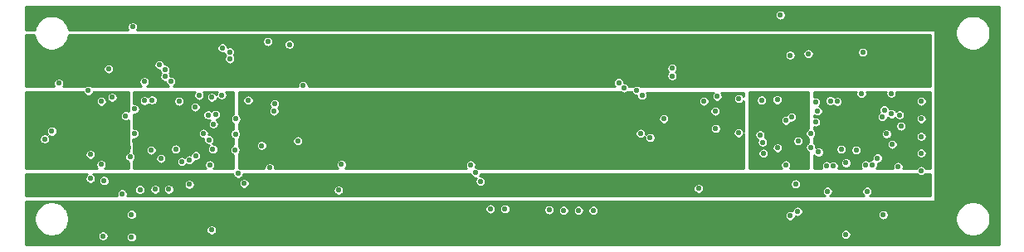
<source format=gbr>
G04 #@! TF.GenerationSoftware,KiCad,Pcbnew,5.1.5+dfsg1-2*
G04 #@! TF.CreationDate,2019-11-29T08:26:34+00:00*
G04 #@! TF.ProjectId,OV9281-Dual-Camera-Board,4f563932-3831-42d4-9475-616c2d43616d,rev?*
G04 #@! TF.SameCoordinates,Original*
G04 #@! TF.FileFunction,Copper,L3,Inr*
G04 #@! TF.FilePolarity,Positive*
%FSLAX46Y46*%
G04 Gerber Fmt 4.6, Leading zero omitted, Abs format (unit mm)*
G04 Created by KiCad (PCBNEW 5.1.5+dfsg1-2) date 2019-11-29 08:26:34*
%MOMM*%
%LPD*%
G04 APERTURE LIST*
%ADD10C,0.550000*%
%ADD11C,0.254000*%
G04 APERTURE END LIST*
D10*
X184028000Y-123590000D03*
X108802500Y-106680000D03*
X111252500Y-102386000D03*
X120402500Y-104536000D03*
X112002500Y-119010990D03*
X128102500Y-114036000D03*
X158252500Y-121136000D03*
X156752500Y-121136000D03*
X155252500Y-121136000D03*
X153752500Y-121086000D03*
X149252500Y-120986000D03*
X147752500Y-120986000D03*
X179128000Y-121240000D03*
X169552500Y-109986000D03*
X180202500Y-105136000D03*
X178352504Y-121686000D03*
X187852500Y-121586000D03*
X185752500Y-104986006D03*
X119302500Y-123136000D03*
X112452502Y-107986000D03*
X108250000Y-123750000D03*
X111150000Y-121550000D03*
X111150000Y-123850000D03*
X119102500Y-120986000D03*
X126802500Y-123436000D03*
X138052500Y-120736000D03*
X138652500Y-121436000D03*
X190152500Y-122586000D03*
X168052500Y-122385998D03*
X186552500Y-121636000D03*
X128652500Y-108386000D03*
X114152500Y-122936000D03*
X121552500Y-102086000D03*
X128652500Y-101786000D03*
X114900000Y-102100000D03*
X187880000Y-123990000D03*
X126652500Y-115186000D03*
X173102511Y-112185989D03*
X112752500Y-106034577D03*
X110102500Y-104736000D03*
X189752500Y-105036000D03*
X168352500Y-105436000D03*
X187602494Y-106286000D03*
X126852500Y-108186000D03*
X117252500Y-108086000D03*
X130152500Y-108286000D03*
X189752492Y-104086000D03*
X102786456Y-108319956D03*
X172525000Y-105750000D03*
X175502500Y-118936000D03*
X170752498Y-118186000D03*
X103684998Y-117750000D03*
X101470000Y-117750000D03*
X172280000Y-118760000D03*
X177120000Y-119000000D03*
X166300000Y-106610000D03*
X166300000Y-107400000D03*
X121160000Y-104950000D03*
X121170000Y-105670000D03*
X161380000Y-108630000D03*
X160860000Y-108090000D03*
X114580000Y-107470000D03*
X115160000Y-107960000D03*
X162710000Y-108860000D03*
X163230000Y-109400000D03*
X113990000Y-106270000D03*
X114570000Y-106760000D03*
X146252500Y-117286000D03*
X165460000Y-111780000D03*
X183140000Y-110020000D03*
X185619792Y-109207262D03*
X179652500Y-111324036D03*
X187268724Y-115785996D03*
X179937771Y-115671263D03*
X175452500Y-110586000D03*
X178300000Y-109800000D03*
X178462497Y-110572533D03*
X177775528Y-111199472D03*
X187752500Y-111586000D03*
X188190000Y-113320000D03*
X191727500Y-109986000D03*
X191727500Y-111786000D03*
X191727500Y-113586000D03*
X191727500Y-115286000D03*
X191727500Y-117086000D03*
X182152500Y-119186000D03*
X188652500Y-109186000D03*
X186187490Y-119180009D03*
X175525000Y-114175000D03*
X177925000Y-111950000D03*
X175425000Y-109875000D03*
X181460000Y-114020000D03*
X188921426Y-113033159D03*
X185102283Y-109972274D03*
X187544926Y-109679941D03*
X185052500Y-116386002D03*
X181177496Y-116561004D03*
X181700000Y-110100000D03*
X178900000Y-118430000D03*
X189430000Y-115300000D03*
X187952500Y-110886000D03*
X179150000Y-114025000D03*
X189352512Y-116668488D03*
X180452500Y-113286000D03*
X177050000Y-114750021D03*
X186752500Y-116486000D03*
X182071338Y-116583081D03*
X183552500Y-114885998D03*
X181252500Y-115185994D03*
X181152504Y-110986000D03*
X182752500Y-116586000D03*
X182447084Y-109938373D03*
X177890000Y-116486000D03*
X177030000Y-109840000D03*
X188702520Y-111286000D03*
X189502500Y-111386000D03*
X180452500Y-114686000D03*
X175600000Y-115300000D03*
X125700000Y-111000000D03*
X189652500Y-112536004D03*
X180948720Y-112112280D03*
X178500000Y-111600000D03*
X173124998Y-109725000D03*
X180927508Y-110061008D03*
X186052500Y-116486000D03*
X188780210Y-114396532D03*
X170752500Y-112786000D03*
X173080000Y-113220000D03*
X125052500Y-103886000D03*
X185077495Y-114986000D03*
X184052500Y-116285998D03*
X169000000Y-118900004D03*
X125750000Y-110250000D03*
X132575000Y-116450000D03*
X132275000Y-119075000D03*
X113262500Y-109866000D03*
X115992500Y-109996000D03*
X110052500Y-112686000D03*
X108352500Y-111686000D03*
X110852500Y-114686000D03*
X117703594Y-115540094D03*
X110652500Y-109286000D03*
X102675000Y-110450000D03*
X103675000Y-111700000D03*
X105000000Y-110250000D03*
X122652500Y-118386000D03*
X118482500Y-113276000D03*
X123052500Y-109885992D03*
X118052500Y-109386000D03*
X119352500Y-109586000D03*
X120350000Y-109360000D03*
X103025000Y-113050000D03*
X121800000Y-111800000D03*
X121750000Y-113325000D03*
X121700000Y-114950000D03*
X102275000Y-113850000D03*
X111462500Y-114020000D03*
X119872500Y-113286000D03*
X111652500Y-109786000D03*
X118752500Y-110286000D03*
X115170706Y-109267794D03*
X111952500Y-114986000D03*
X115046165Y-115835990D03*
X110210000Y-119440000D03*
X120520000Y-115490000D03*
X111442500Y-113290000D03*
X119126000Y-116486002D03*
X117652500Y-110586008D03*
X106950000Y-115425000D03*
X108050000Y-116450000D03*
X112471751Y-109936215D03*
X114952500Y-118986000D03*
X113552500Y-118986000D03*
X106952496Y-117886000D03*
X108352500Y-118086000D03*
X117052500Y-118486000D03*
X117062500Y-115986000D03*
X111456145Y-110782590D03*
X106750000Y-108900000D03*
X113152500Y-114986000D03*
X109175010Y-109591632D03*
X108075000Y-110000000D03*
X118952500Y-111386000D03*
X119713500Y-111325000D03*
X111002500Y-115686000D03*
X119500000Y-112325000D03*
X103725000Y-108150000D03*
X110562500Y-111476000D03*
X177352500Y-101186000D03*
X178352500Y-105286000D03*
X116281200Y-116155991D03*
X119042500Y-113926000D03*
X127252500Y-104186000D03*
X124430000Y-114510000D03*
X114152498Y-115835990D03*
X145752500Y-116486000D03*
X163070000Y-113279998D03*
X164065647Y-113709265D03*
X146749671Y-118180010D03*
X170710000Y-111000000D03*
X170900000Y-109500000D03*
X175280000Y-113420000D03*
X125240000Y-116790000D03*
X115652500Y-114886000D03*
X119452500Y-114886000D03*
X122020000Y-117380000D03*
D11*
G36*
X199648000Y-124648000D02*
G01*
X100352000Y-124648000D01*
X100352000Y-121824981D01*
X101223000Y-121824981D01*
X101223000Y-122175019D01*
X101291289Y-122518332D01*
X101425243Y-122841725D01*
X101619714Y-123132771D01*
X101867229Y-123380286D01*
X102158275Y-123574757D01*
X102481668Y-123708711D01*
X102824981Y-123777000D01*
X103175019Y-123777000D01*
X103518332Y-123708711D01*
X103549905Y-123695633D01*
X107698000Y-123695633D01*
X107698000Y-123804367D01*
X107719213Y-123911012D01*
X107760824Y-124011470D01*
X107821234Y-124101880D01*
X107898120Y-124178766D01*
X107988530Y-124239176D01*
X108088988Y-124280787D01*
X108195633Y-124302000D01*
X108304367Y-124302000D01*
X108411012Y-124280787D01*
X108511470Y-124239176D01*
X108601880Y-124178766D01*
X108678766Y-124101880D01*
X108739176Y-124011470D01*
X108780787Y-123911012D01*
X108802000Y-123804367D01*
X108802000Y-123795633D01*
X110598000Y-123795633D01*
X110598000Y-123904367D01*
X110619213Y-124011012D01*
X110660824Y-124111470D01*
X110721234Y-124201880D01*
X110798120Y-124278766D01*
X110888530Y-124339176D01*
X110988988Y-124380787D01*
X111095633Y-124402000D01*
X111204367Y-124402000D01*
X111311012Y-124380787D01*
X111411470Y-124339176D01*
X111501880Y-124278766D01*
X111578766Y-124201880D01*
X111639176Y-124111470D01*
X111680787Y-124011012D01*
X111702000Y-123904367D01*
X111702000Y-123795633D01*
X111680787Y-123688988D01*
X111639176Y-123588530D01*
X111578766Y-123498120D01*
X111501880Y-123421234D01*
X111411470Y-123360824D01*
X111311012Y-123319213D01*
X111204367Y-123298000D01*
X111095633Y-123298000D01*
X110988988Y-123319213D01*
X110888530Y-123360824D01*
X110798120Y-123421234D01*
X110721234Y-123498120D01*
X110660824Y-123588530D01*
X110619213Y-123688988D01*
X110598000Y-123795633D01*
X108802000Y-123795633D01*
X108802000Y-123695633D01*
X108780787Y-123588988D01*
X108739176Y-123488530D01*
X108678766Y-123398120D01*
X108601880Y-123321234D01*
X108511470Y-123260824D01*
X108411012Y-123219213D01*
X108304367Y-123198000D01*
X108195633Y-123198000D01*
X108088988Y-123219213D01*
X107988530Y-123260824D01*
X107898120Y-123321234D01*
X107821234Y-123398120D01*
X107760824Y-123488530D01*
X107719213Y-123588988D01*
X107698000Y-123695633D01*
X103549905Y-123695633D01*
X103841725Y-123574757D01*
X104132771Y-123380286D01*
X104380286Y-123132771D01*
X104414455Y-123081633D01*
X118750500Y-123081633D01*
X118750500Y-123190367D01*
X118771713Y-123297012D01*
X118813324Y-123397470D01*
X118873734Y-123487880D01*
X118950620Y-123564766D01*
X119041030Y-123625176D01*
X119141488Y-123666787D01*
X119248133Y-123688000D01*
X119356867Y-123688000D01*
X119463512Y-123666787D01*
X119563970Y-123625176D01*
X119654380Y-123564766D01*
X119683513Y-123535633D01*
X183476000Y-123535633D01*
X183476000Y-123644367D01*
X183497213Y-123751012D01*
X183538824Y-123851470D01*
X183599234Y-123941880D01*
X183676120Y-124018766D01*
X183766530Y-124079176D01*
X183866988Y-124120787D01*
X183973633Y-124142000D01*
X184082367Y-124142000D01*
X184189012Y-124120787D01*
X184289470Y-124079176D01*
X184379880Y-124018766D01*
X184456766Y-123941880D01*
X184517176Y-123851470D01*
X184558787Y-123751012D01*
X184580000Y-123644367D01*
X184580000Y-123535633D01*
X184558787Y-123428988D01*
X184517176Y-123328530D01*
X184456766Y-123238120D01*
X184379880Y-123161234D01*
X184289470Y-123100824D01*
X184189012Y-123059213D01*
X184082367Y-123038000D01*
X183973633Y-123038000D01*
X183866988Y-123059213D01*
X183766530Y-123100824D01*
X183676120Y-123161234D01*
X183599234Y-123238120D01*
X183538824Y-123328530D01*
X183497213Y-123428988D01*
X183476000Y-123535633D01*
X119683513Y-123535633D01*
X119731266Y-123487880D01*
X119791676Y-123397470D01*
X119833287Y-123297012D01*
X119854500Y-123190367D01*
X119854500Y-123081633D01*
X119833287Y-122974988D01*
X119791676Y-122874530D01*
X119731266Y-122784120D01*
X119654380Y-122707234D01*
X119563970Y-122646824D01*
X119463512Y-122605213D01*
X119356867Y-122584000D01*
X119248133Y-122584000D01*
X119141488Y-122605213D01*
X119041030Y-122646824D01*
X118950620Y-122707234D01*
X118873734Y-122784120D01*
X118813324Y-122874530D01*
X118771713Y-122974988D01*
X118750500Y-123081633D01*
X104414455Y-123081633D01*
X104574757Y-122841725D01*
X104708711Y-122518332D01*
X104777000Y-122175019D01*
X104777000Y-121824981D01*
X104711489Y-121495633D01*
X110598000Y-121495633D01*
X110598000Y-121604367D01*
X110619213Y-121711012D01*
X110660824Y-121811470D01*
X110721234Y-121901880D01*
X110798120Y-121978766D01*
X110888530Y-122039176D01*
X110988988Y-122080787D01*
X111095633Y-122102000D01*
X111204367Y-122102000D01*
X111311012Y-122080787D01*
X111411470Y-122039176D01*
X111501880Y-121978766D01*
X111578766Y-121901880D01*
X111639176Y-121811470D01*
X111680787Y-121711012D01*
X111702000Y-121604367D01*
X111702000Y-121495633D01*
X111680787Y-121388988D01*
X111639176Y-121288530D01*
X111578766Y-121198120D01*
X111501880Y-121121234D01*
X111411470Y-121060824D01*
X111311012Y-121019213D01*
X111204367Y-120998000D01*
X111095633Y-120998000D01*
X110988988Y-121019213D01*
X110888530Y-121060824D01*
X110798120Y-121121234D01*
X110721234Y-121198120D01*
X110660824Y-121288530D01*
X110619213Y-121388988D01*
X110598000Y-121495633D01*
X104711489Y-121495633D01*
X104708711Y-121481668D01*
X104574757Y-121158275D01*
X104423320Y-120931633D01*
X147200500Y-120931633D01*
X147200500Y-121040367D01*
X147221713Y-121147012D01*
X147263324Y-121247470D01*
X147323734Y-121337880D01*
X147400620Y-121414766D01*
X147491030Y-121475176D01*
X147591488Y-121516787D01*
X147698133Y-121538000D01*
X147806867Y-121538000D01*
X147913512Y-121516787D01*
X148013970Y-121475176D01*
X148104380Y-121414766D01*
X148181266Y-121337880D01*
X148241676Y-121247470D01*
X148283287Y-121147012D01*
X148304500Y-121040367D01*
X148304500Y-120931633D01*
X148700500Y-120931633D01*
X148700500Y-121040367D01*
X148721713Y-121147012D01*
X148763324Y-121247470D01*
X148823734Y-121337880D01*
X148900620Y-121414766D01*
X148991030Y-121475176D01*
X149091488Y-121516787D01*
X149198133Y-121538000D01*
X149306867Y-121538000D01*
X149413512Y-121516787D01*
X149513970Y-121475176D01*
X149604380Y-121414766D01*
X149681266Y-121337880D01*
X149741676Y-121247470D01*
X149783287Y-121147012D01*
X149804500Y-121040367D01*
X149804500Y-121031633D01*
X153200500Y-121031633D01*
X153200500Y-121140367D01*
X153221713Y-121247012D01*
X153263324Y-121347470D01*
X153323734Y-121437880D01*
X153400620Y-121514766D01*
X153491030Y-121575176D01*
X153591488Y-121616787D01*
X153698133Y-121638000D01*
X153806867Y-121638000D01*
X153913512Y-121616787D01*
X154013970Y-121575176D01*
X154104380Y-121514766D01*
X154181266Y-121437880D01*
X154241676Y-121347470D01*
X154283287Y-121247012D01*
X154304500Y-121140367D01*
X154304500Y-121081633D01*
X154700500Y-121081633D01*
X154700500Y-121190367D01*
X154721713Y-121297012D01*
X154763324Y-121397470D01*
X154823734Y-121487880D01*
X154900620Y-121564766D01*
X154991030Y-121625176D01*
X155091488Y-121666787D01*
X155198133Y-121688000D01*
X155306867Y-121688000D01*
X155413512Y-121666787D01*
X155513970Y-121625176D01*
X155604380Y-121564766D01*
X155681266Y-121487880D01*
X155741676Y-121397470D01*
X155783287Y-121297012D01*
X155804500Y-121190367D01*
X155804500Y-121081633D01*
X156200500Y-121081633D01*
X156200500Y-121190367D01*
X156221713Y-121297012D01*
X156263324Y-121397470D01*
X156323734Y-121487880D01*
X156400620Y-121564766D01*
X156491030Y-121625176D01*
X156591488Y-121666787D01*
X156698133Y-121688000D01*
X156806867Y-121688000D01*
X156913512Y-121666787D01*
X157013970Y-121625176D01*
X157104380Y-121564766D01*
X157181266Y-121487880D01*
X157241676Y-121397470D01*
X157283287Y-121297012D01*
X157304500Y-121190367D01*
X157304500Y-121081633D01*
X157700500Y-121081633D01*
X157700500Y-121190367D01*
X157721713Y-121297012D01*
X157763324Y-121397470D01*
X157823734Y-121487880D01*
X157900620Y-121564766D01*
X157991030Y-121625176D01*
X158091488Y-121666787D01*
X158198133Y-121688000D01*
X158306867Y-121688000D01*
X158413512Y-121666787D01*
X158498381Y-121631633D01*
X177800504Y-121631633D01*
X177800504Y-121740367D01*
X177821717Y-121847012D01*
X177863328Y-121947470D01*
X177923738Y-122037880D01*
X178000624Y-122114766D01*
X178091034Y-122175176D01*
X178191492Y-122216787D01*
X178298137Y-122238000D01*
X178406871Y-122238000D01*
X178513516Y-122216787D01*
X178613974Y-122175176D01*
X178704384Y-122114766D01*
X178781270Y-122037880D01*
X178841680Y-121947470D01*
X178883291Y-121847012D01*
X178903670Y-121744560D01*
X178966988Y-121770787D01*
X179073633Y-121792000D01*
X179182367Y-121792000D01*
X179289012Y-121770787D01*
X179389470Y-121729176D01*
X179479880Y-121668766D01*
X179556766Y-121591880D01*
X179597021Y-121531633D01*
X187300500Y-121531633D01*
X187300500Y-121640367D01*
X187321713Y-121747012D01*
X187363324Y-121847470D01*
X187423734Y-121937880D01*
X187500620Y-122014766D01*
X187591030Y-122075176D01*
X187691488Y-122116787D01*
X187798133Y-122138000D01*
X187906867Y-122138000D01*
X188013512Y-122116787D01*
X188113970Y-122075176D01*
X188204380Y-122014766D01*
X188281266Y-121937880D01*
X188341676Y-121847470D01*
X188350991Y-121824981D01*
X195223000Y-121824981D01*
X195223000Y-122175019D01*
X195291289Y-122518332D01*
X195425243Y-122841725D01*
X195619714Y-123132771D01*
X195867229Y-123380286D01*
X196158275Y-123574757D01*
X196481668Y-123708711D01*
X196824981Y-123777000D01*
X197175019Y-123777000D01*
X197518332Y-123708711D01*
X197841725Y-123574757D01*
X198132771Y-123380286D01*
X198380286Y-123132771D01*
X198574757Y-122841725D01*
X198708711Y-122518332D01*
X198777000Y-122175019D01*
X198777000Y-121824981D01*
X198708711Y-121481668D01*
X198574757Y-121158275D01*
X198380286Y-120867229D01*
X198132771Y-120619714D01*
X197841725Y-120425243D01*
X197518332Y-120291289D01*
X197175019Y-120223000D01*
X196824981Y-120223000D01*
X196481668Y-120291289D01*
X196158275Y-120425243D01*
X195867229Y-120619714D01*
X195619714Y-120867229D01*
X195425243Y-121158275D01*
X195291289Y-121481668D01*
X195223000Y-121824981D01*
X188350991Y-121824981D01*
X188383287Y-121747012D01*
X188404500Y-121640367D01*
X188404500Y-121531633D01*
X188383287Y-121424988D01*
X188341676Y-121324530D01*
X188281266Y-121234120D01*
X188204380Y-121157234D01*
X188113970Y-121096824D01*
X188013512Y-121055213D01*
X187906867Y-121034000D01*
X187798133Y-121034000D01*
X187691488Y-121055213D01*
X187591030Y-121096824D01*
X187500620Y-121157234D01*
X187423734Y-121234120D01*
X187363324Y-121324530D01*
X187321713Y-121424988D01*
X187300500Y-121531633D01*
X179597021Y-121531633D01*
X179617176Y-121501470D01*
X179658787Y-121401012D01*
X179680000Y-121294367D01*
X179680000Y-121185633D01*
X179658787Y-121078988D01*
X179617176Y-120978530D01*
X179556766Y-120888120D01*
X179479880Y-120811234D01*
X179389470Y-120750824D01*
X179289012Y-120709213D01*
X179182367Y-120688000D01*
X179073633Y-120688000D01*
X178966988Y-120709213D01*
X178866530Y-120750824D01*
X178776120Y-120811234D01*
X178699234Y-120888120D01*
X178638824Y-120978530D01*
X178597213Y-121078988D01*
X178576834Y-121181440D01*
X178513516Y-121155213D01*
X178406871Y-121134000D01*
X178298137Y-121134000D01*
X178191492Y-121155213D01*
X178091034Y-121196824D01*
X178000624Y-121257234D01*
X177923738Y-121334120D01*
X177863328Y-121424530D01*
X177821717Y-121524988D01*
X177800504Y-121631633D01*
X158498381Y-121631633D01*
X158513970Y-121625176D01*
X158604380Y-121564766D01*
X158681266Y-121487880D01*
X158741676Y-121397470D01*
X158783287Y-121297012D01*
X158804500Y-121190367D01*
X158804500Y-121081633D01*
X158783287Y-120974988D01*
X158741676Y-120874530D01*
X158681266Y-120784120D01*
X158604380Y-120707234D01*
X158513970Y-120646824D01*
X158413512Y-120605213D01*
X158306867Y-120584000D01*
X158198133Y-120584000D01*
X158091488Y-120605213D01*
X157991030Y-120646824D01*
X157900620Y-120707234D01*
X157823734Y-120784120D01*
X157763324Y-120874530D01*
X157721713Y-120974988D01*
X157700500Y-121081633D01*
X157304500Y-121081633D01*
X157283287Y-120974988D01*
X157241676Y-120874530D01*
X157181266Y-120784120D01*
X157104380Y-120707234D01*
X157013970Y-120646824D01*
X156913512Y-120605213D01*
X156806867Y-120584000D01*
X156698133Y-120584000D01*
X156591488Y-120605213D01*
X156491030Y-120646824D01*
X156400620Y-120707234D01*
X156323734Y-120784120D01*
X156263324Y-120874530D01*
X156221713Y-120974988D01*
X156200500Y-121081633D01*
X155804500Y-121081633D01*
X155783287Y-120974988D01*
X155741676Y-120874530D01*
X155681266Y-120784120D01*
X155604380Y-120707234D01*
X155513970Y-120646824D01*
X155413512Y-120605213D01*
X155306867Y-120584000D01*
X155198133Y-120584000D01*
X155091488Y-120605213D01*
X154991030Y-120646824D01*
X154900620Y-120707234D01*
X154823734Y-120784120D01*
X154763324Y-120874530D01*
X154721713Y-120974988D01*
X154700500Y-121081633D01*
X154304500Y-121081633D01*
X154304500Y-121031633D01*
X154283287Y-120924988D01*
X154241676Y-120824530D01*
X154181266Y-120734120D01*
X154104380Y-120657234D01*
X154013970Y-120596824D01*
X153913512Y-120555213D01*
X153806867Y-120534000D01*
X153698133Y-120534000D01*
X153591488Y-120555213D01*
X153491030Y-120596824D01*
X153400620Y-120657234D01*
X153323734Y-120734120D01*
X153263324Y-120824530D01*
X153221713Y-120924988D01*
X153200500Y-121031633D01*
X149804500Y-121031633D01*
X149804500Y-120931633D01*
X149783287Y-120824988D01*
X149741676Y-120724530D01*
X149681266Y-120634120D01*
X149604380Y-120557234D01*
X149513970Y-120496824D01*
X149413512Y-120455213D01*
X149306867Y-120434000D01*
X149198133Y-120434000D01*
X149091488Y-120455213D01*
X148991030Y-120496824D01*
X148900620Y-120557234D01*
X148823734Y-120634120D01*
X148763324Y-120724530D01*
X148721713Y-120824988D01*
X148700500Y-120931633D01*
X148304500Y-120931633D01*
X148283287Y-120824988D01*
X148241676Y-120724530D01*
X148181266Y-120634120D01*
X148104380Y-120557234D01*
X148013970Y-120496824D01*
X147913512Y-120455213D01*
X147806867Y-120434000D01*
X147698133Y-120434000D01*
X147591488Y-120455213D01*
X147491030Y-120496824D01*
X147400620Y-120557234D01*
X147323734Y-120634120D01*
X147263324Y-120724530D01*
X147221713Y-120824988D01*
X147200500Y-120931633D01*
X104423320Y-120931633D01*
X104380286Y-120867229D01*
X104132771Y-120619714D01*
X103841725Y-120425243D01*
X103518332Y-120291289D01*
X103175019Y-120223000D01*
X102824981Y-120223000D01*
X102481668Y-120291289D01*
X102158275Y-120425243D01*
X101867229Y-120619714D01*
X101619714Y-120867229D01*
X101425243Y-121158275D01*
X101291289Y-121481668D01*
X101223000Y-121824981D01*
X100352000Y-121824981D01*
X100352000Y-120213000D01*
X193052500Y-120213000D01*
X193077276Y-120210560D01*
X193101101Y-120203333D01*
X193123057Y-120191597D01*
X193142303Y-120175803D01*
X193158097Y-120156557D01*
X193169833Y-120134601D01*
X193177060Y-120110776D01*
X193179500Y-120086000D01*
X193179500Y-102824981D01*
X195223000Y-102824981D01*
X195223000Y-103175019D01*
X195291289Y-103518332D01*
X195425243Y-103841725D01*
X195619714Y-104132771D01*
X195867229Y-104380286D01*
X196158275Y-104574757D01*
X196481668Y-104708711D01*
X196824981Y-104777000D01*
X197175019Y-104777000D01*
X197518332Y-104708711D01*
X197841725Y-104574757D01*
X198132771Y-104380286D01*
X198380286Y-104132771D01*
X198574757Y-103841725D01*
X198708711Y-103518332D01*
X198777000Y-103175019D01*
X198777000Y-102824981D01*
X198708711Y-102481668D01*
X198574757Y-102158275D01*
X198380286Y-101867229D01*
X198132771Y-101619714D01*
X197841725Y-101425243D01*
X197518332Y-101291289D01*
X197175019Y-101223000D01*
X196824981Y-101223000D01*
X196481668Y-101291289D01*
X196158275Y-101425243D01*
X195867229Y-101619714D01*
X195619714Y-101867229D01*
X195425243Y-102158275D01*
X195291289Y-102481668D01*
X195223000Y-102824981D01*
X193179500Y-102824981D01*
X193179500Y-102786000D01*
X193177060Y-102761224D01*
X193169833Y-102737399D01*
X193158097Y-102715443D01*
X193142303Y-102696197D01*
X193123057Y-102680403D01*
X193101101Y-102668667D01*
X193077276Y-102661440D01*
X193052500Y-102659000D01*
X111733972Y-102659000D01*
X111741676Y-102647470D01*
X111783287Y-102547012D01*
X111804500Y-102440367D01*
X111804500Y-102331633D01*
X111783287Y-102224988D01*
X111741676Y-102124530D01*
X111681266Y-102034120D01*
X111604380Y-101957234D01*
X111513970Y-101896824D01*
X111413512Y-101855213D01*
X111306867Y-101834000D01*
X111198133Y-101834000D01*
X111091488Y-101855213D01*
X110991030Y-101896824D01*
X110900620Y-101957234D01*
X110823734Y-102034120D01*
X110763324Y-102124530D01*
X110721713Y-102224988D01*
X110700500Y-102331633D01*
X110700500Y-102440367D01*
X110721713Y-102547012D01*
X110763324Y-102647470D01*
X110771028Y-102659000D01*
X104743984Y-102659000D01*
X104708711Y-102481668D01*
X104574757Y-102158275D01*
X104380286Y-101867229D01*
X104132771Y-101619714D01*
X103841725Y-101425243D01*
X103518332Y-101291289D01*
X103175019Y-101223000D01*
X102824981Y-101223000D01*
X102481668Y-101291289D01*
X102158275Y-101425243D01*
X101867229Y-101619714D01*
X101619714Y-101867229D01*
X101425243Y-102158275D01*
X101291289Y-102481668D01*
X101256016Y-102659000D01*
X100352000Y-102659000D01*
X100352000Y-101131633D01*
X176800500Y-101131633D01*
X176800500Y-101240367D01*
X176821713Y-101347012D01*
X176863324Y-101447470D01*
X176923734Y-101537880D01*
X177000620Y-101614766D01*
X177091030Y-101675176D01*
X177191488Y-101716787D01*
X177298133Y-101738000D01*
X177406867Y-101738000D01*
X177513512Y-101716787D01*
X177613970Y-101675176D01*
X177704380Y-101614766D01*
X177781266Y-101537880D01*
X177841676Y-101447470D01*
X177883287Y-101347012D01*
X177904500Y-101240367D01*
X177904500Y-101131633D01*
X177883287Y-101024988D01*
X177841676Y-100924530D01*
X177781266Y-100834120D01*
X177704380Y-100757234D01*
X177613970Y-100696824D01*
X177513512Y-100655213D01*
X177406867Y-100634000D01*
X177298133Y-100634000D01*
X177191488Y-100655213D01*
X177091030Y-100696824D01*
X177000620Y-100757234D01*
X176923734Y-100834120D01*
X176863324Y-100924530D01*
X176821713Y-101024988D01*
X176800500Y-101131633D01*
X100352000Y-101131633D01*
X100352000Y-100352000D01*
X199648001Y-100352000D01*
X199648000Y-124648000D01*
G37*
X199648000Y-124648000D02*
X100352000Y-124648000D01*
X100352000Y-121824981D01*
X101223000Y-121824981D01*
X101223000Y-122175019D01*
X101291289Y-122518332D01*
X101425243Y-122841725D01*
X101619714Y-123132771D01*
X101867229Y-123380286D01*
X102158275Y-123574757D01*
X102481668Y-123708711D01*
X102824981Y-123777000D01*
X103175019Y-123777000D01*
X103518332Y-123708711D01*
X103549905Y-123695633D01*
X107698000Y-123695633D01*
X107698000Y-123804367D01*
X107719213Y-123911012D01*
X107760824Y-124011470D01*
X107821234Y-124101880D01*
X107898120Y-124178766D01*
X107988530Y-124239176D01*
X108088988Y-124280787D01*
X108195633Y-124302000D01*
X108304367Y-124302000D01*
X108411012Y-124280787D01*
X108511470Y-124239176D01*
X108601880Y-124178766D01*
X108678766Y-124101880D01*
X108739176Y-124011470D01*
X108780787Y-123911012D01*
X108802000Y-123804367D01*
X108802000Y-123795633D01*
X110598000Y-123795633D01*
X110598000Y-123904367D01*
X110619213Y-124011012D01*
X110660824Y-124111470D01*
X110721234Y-124201880D01*
X110798120Y-124278766D01*
X110888530Y-124339176D01*
X110988988Y-124380787D01*
X111095633Y-124402000D01*
X111204367Y-124402000D01*
X111311012Y-124380787D01*
X111411470Y-124339176D01*
X111501880Y-124278766D01*
X111578766Y-124201880D01*
X111639176Y-124111470D01*
X111680787Y-124011012D01*
X111702000Y-123904367D01*
X111702000Y-123795633D01*
X111680787Y-123688988D01*
X111639176Y-123588530D01*
X111578766Y-123498120D01*
X111501880Y-123421234D01*
X111411470Y-123360824D01*
X111311012Y-123319213D01*
X111204367Y-123298000D01*
X111095633Y-123298000D01*
X110988988Y-123319213D01*
X110888530Y-123360824D01*
X110798120Y-123421234D01*
X110721234Y-123498120D01*
X110660824Y-123588530D01*
X110619213Y-123688988D01*
X110598000Y-123795633D01*
X108802000Y-123795633D01*
X108802000Y-123695633D01*
X108780787Y-123588988D01*
X108739176Y-123488530D01*
X108678766Y-123398120D01*
X108601880Y-123321234D01*
X108511470Y-123260824D01*
X108411012Y-123219213D01*
X108304367Y-123198000D01*
X108195633Y-123198000D01*
X108088988Y-123219213D01*
X107988530Y-123260824D01*
X107898120Y-123321234D01*
X107821234Y-123398120D01*
X107760824Y-123488530D01*
X107719213Y-123588988D01*
X107698000Y-123695633D01*
X103549905Y-123695633D01*
X103841725Y-123574757D01*
X104132771Y-123380286D01*
X104380286Y-123132771D01*
X104414455Y-123081633D01*
X118750500Y-123081633D01*
X118750500Y-123190367D01*
X118771713Y-123297012D01*
X118813324Y-123397470D01*
X118873734Y-123487880D01*
X118950620Y-123564766D01*
X119041030Y-123625176D01*
X119141488Y-123666787D01*
X119248133Y-123688000D01*
X119356867Y-123688000D01*
X119463512Y-123666787D01*
X119563970Y-123625176D01*
X119654380Y-123564766D01*
X119683513Y-123535633D01*
X183476000Y-123535633D01*
X183476000Y-123644367D01*
X183497213Y-123751012D01*
X183538824Y-123851470D01*
X183599234Y-123941880D01*
X183676120Y-124018766D01*
X183766530Y-124079176D01*
X183866988Y-124120787D01*
X183973633Y-124142000D01*
X184082367Y-124142000D01*
X184189012Y-124120787D01*
X184289470Y-124079176D01*
X184379880Y-124018766D01*
X184456766Y-123941880D01*
X184517176Y-123851470D01*
X184558787Y-123751012D01*
X184580000Y-123644367D01*
X184580000Y-123535633D01*
X184558787Y-123428988D01*
X184517176Y-123328530D01*
X184456766Y-123238120D01*
X184379880Y-123161234D01*
X184289470Y-123100824D01*
X184189012Y-123059213D01*
X184082367Y-123038000D01*
X183973633Y-123038000D01*
X183866988Y-123059213D01*
X183766530Y-123100824D01*
X183676120Y-123161234D01*
X183599234Y-123238120D01*
X183538824Y-123328530D01*
X183497213Y-123428988D01*
X183476000Y-123535633D01*
X119683513Y-123535633D01*
X119731266Y-123487880D01*
X119791676Y-123397470D01*
X119833287Y-123297012D01*
X119854500Y-123190367D01*
X119854500Y-123081633D01*
X119833287Y-122974988D01*
X119791676Y-122874530D01*
X119731266Y-122784120D01*
X119654380Y-122707234D01*
X119563970Y-122646824D01*
X119463512Y-122605213D01*
X119356867Y-122584000D01*
X119248133Y-122584000D01*
X119141488Y-122605213D01*
X119041030Y-122646824D01*
X118950620Y-122707234D01*
X118873734Y-122784120D01*
X118813324Y-122874530D01*
X118771713Y-122974988D01*
X118750500Y-123081633D01*
X104414455Y-123081633D01*
X104574757Y-122841725D01*
X104708711Y-122518332D01*
X104777000Y-122175019D01*
X104777000Y-121824981D01*
X104711489Y-121495633D01*
X110598000Y-121495633D01*
X110598000Y-121604367D01*
X110619213Y-121711012D01*
X110660824Y-121811470D01*
X110721234Y-121901880D01*
X110798120Y-121978766D01*
X110888530Y-122039176D01*
X110988988Y-122080787D01*
X111095633Y-122102000D01*
X111204367Y-122102000D01*
X111311012Y-122080787D01*
X111411470Y-122039176D01*
X111501880Y-121978766D01*
X111578766Y-121901880D01*
X111639176Y-121811470D01*
X111680787Y-121711012D01*
X111702000Y-121604367D01*
X111702000Y-121495633D01*
X111680787Y-121388988D01*
X111639176Y-121288530D01*
X111578766Y-121198120D01*
X111501880Y-121121234D01*
X111411470Y-121060824D01*
X111311012Y-121019213D01*
X111204367Y-120998000D01*
X111095633Y-120998000D01*
X110988988Y-121019213D01*
X110888530Y-121060824D01*
X110798120Y-121121234D01*
X110721234Y-121198120D01*
X110660824Y-121288530D01*
X110619213Y-121388988D01*
X110598000Y-121495633D01*
X104711489Y-121495633D01*
X104708711Y-121481668D01*
X104574757Y-121158275D01*
X104423320Y-120931633D01*
X147200500Y-120931633D01*
X147200500Y-121040367D01*
X147221713Y-121147012D01*
X147263324Y-121247470D01*
X147323734Y-121337880D01*
X147400620Y-121414766D01*
X147491030Y-121475176D01*
X147591488Y-121516787D01*
X147698133Y-121538000D01*
X147806867Y-121538000D01*
X147913512Y-121516787D01*
X148013970Y-121475176D01*
X148104380Y-121414766D01*
X148181266Y-121337880D01*
X148241676Y-121247470D01*
X148283287Y-121147012D01*
X148304500Y-121040367D01*
X148304500Y-120931633D01*
X148700500Y-120931633D01*
X148700500Y-121040367D01*
X148721713Y-121147012D01*
X148763324Y-121247470D01*
X148823734Y-121337880D01*
X148900620Y-121414766D01*
X148991030Y-121475176D01*
X149091488Y-121516787D01*
X149198133Y-121538000D01*
X149306867Y-121538000D01*
X149413512Y-121516787D01*
X149513970Y-121475176D01*
X149604380Y-121414766D01*
X149681266Y-121337880D01*
X149741676Y-121247470D01*
X149783287Y-121147012D01*
X149804500Y-121040367D01*
X149804500Y-121031633D01*
X153200500Y-121031633D01*
X153200500Y-121140367D01*
X153221713Y-121247012D01*
X153263324Y-121347470D01*
X153323734Y-121437880D01*
X153400620Y-121514766D01*
X153491030Y-121575176D01*
X153591488Y-121616787D01*
X153698133Y-121638000D01*
X153806867Y-121638000D01*
X153913512Y-121616787D01*
X154013970Y-121575176D01*
X154104380Y-121514766D01*
X154181266Y-121437880D01*
X154241676Y-121347470D01*
X154283287Y-121247012D01*
X154304500Y-121140367D01*
X154304500Y-121081633D01*
X154700500Y-121081633D01*
X154700500Y-121190367D01*
X154721713Y-121297012D01*
X154763324Y-121397470D01*
X154823734Y-121487880D01*
X154900620Y-121564766D01*
X154991030Y-121625176D01*
X155091488Y-121666787D01*
X155198133Y-121688000D01*
X155306867Y-121688000D01*
X155413512Y-121666787D01*
X155513970Y-121625176D01*
X155604380Y-121564766D01*
X155681266Y-121487880D01*
X155741676Y-121397470D01*
X155783287Y-121297012D01*
X155804500Y-121190367D01*
X155804500Y-121081633D01*
X156200500Y-121081633D01*
X156200500Y-121190367D01*
X156221713Y-121297012D01*
X156263324Y-121397470D01*
X156323734Y-121487880D01*
X156400620Y-121564766D01*
X156491030Y-121625176D01*
X156591488Y-121666787D01*
X156698133Y-121688000D01*
X156806867Y-121688000D01*
X156913512Y-121666787D01*
X157013970Y-121625176D01*
X157104380Y-121564766D01*
X157181266Y-121487880D01*
X157241676Y-121397470D01*
X157283287Y-121297012D01*
X157304500Y-121190367D01*
X157304500Y-121081633D01*
X157700500Y-121081633D01*
X157700500Y-121190367D01*
X157721713Y-121297012D01*
X157763324Y-121397470D01*
X157823734Y-121487880D01*
X157900620Y-121564766D01*
X157991030Y-121625176D01*
X158091488Y-121666787D01*
X158198133Y-121688000D01*
X158306867Y-121688000D01*
X158413512Y-121666787D01*
X158498381Y-121631633D01*
X177800504Y-121631633D01*
X177800504Y-121740367D01*
X177821717Y-121847012D01*
X177863328Y-121947470D01*
X177923738Y-122037880D01*
X178000624Y-122114766D01*
X178091034Y-122175176D01*
X178191492Y-122216787D01*
X178298137Y-122238000D01*
X178406871Y-122238000D01*
X178513516Y-122216787D01*
X178613974Y-122175176D01*
X178704384Y-122114766D01*
X178781270Y-122037880D01*
X178841680Y-121947470D01*
X178883291Y-121847012D01*
X178903670Y-121744560D01*
X178966988Y-121770787D01*
X179073633Y-121792000D01*
X179182367Y-121792000D01*
X179289012Y-121770787D01*
X179389470Y-121729176D01*
X179479880Y-121668766D01*
X179556766Y-121591880D01*
X179597021Y-121531633D01*
X187300500Y-121531633D01*
X187300500Y-121640367D01*
X187321713Y-121747012D01*
X187363324Y-121847470D01*
X187423734Y-121937880D01*
X187500620Y-122014766D01*
X187591030Y-122075176D01*
X187691488Y-122116787D01*
X187798133Y-122138000D01*
X187906867Y-122138000D01*
X188013512Y-122116787D01*
X188113970Y-122075176D01*
X188204380Y-122014766D01*
X188281266Y-121937880D01*
X188341676Y-121847470D01*
X188350991Y-121824981D01*
X195223000Y-121824981D01*
X195223000Y-122175019D01*
X195291289Y-122518332D01*
X195425243Y-122841725D01*
X195619714Y-123132771D01*
X195867229Y-123380286D01*
X196158275Y-123574757D01*
X196481668Y-123708711D01*
X196824981Y-123777000D01*
X197175019Y-123777000D01*
X197518332Y-123708711D01*
X197841725Y-123574757D01*
X198132771Y-123380286D01*
X198380286Y-123132771D01*
X198574757Y-122841725D01*
X198708711Y-122518332D01*
X198777000Y-122175019D01*
X198777000Y-121824981D01*
X198708711Y-121481668D01*
X198574757Y-121158275D01*
X198380286Y-120867229D01*
X198132771Y-120619714D01*
X197841725Y-120425243D01*
X197518332Y-120291289D01*
X197175019Y-120223000D01*
X196824981Y-120223000D01*
X196481668Y-120291289D01*
X196158275Y-120425243D01*
X195867229Y-120619714D01*
X195619714Y-120867229D01*
X195425243Y-121158275D01*
X195291289Y-121481668D01*
X195223000Y-121824981D01*
X188350991Y-121824981D01*
X188383287Y-121747012D01*
X188404500Y-121640367D01*
X188404500Y-121531633D01*
X188383287Y-121424988D01*
X188341676Y-121324530D01*
X188281266Y-121234120D01*
X188204380Y-121157234D01*
X188113970Y-121096824D01*
X188013512Y-121055213D01*
X187906867Y-121034000D01*
X187798133Y-121034000D01*
X187691488Y-121055213D01*
X187591030Y-121096824D01*
X187500620Y-121157234D01*
X187423734Y-121234120D01*
X187363324Y-121324530D01*
X187321713Y-121424988D01*
X187300500Y-121531633D01*
X179597021Y-121531633D01*
X179617176Y-121501470D01*
X179658787Y-121401012D01*
X179680000Y-121294367D01*
X179680000Y-121185633D01*
X179658787Y-121078988D01*
X179617176Y-120978530D01*
X179556766Y-120888120D01*
X179479880Y-120811234D01*
X179389470Y-120750824D01*
X179289012Y-120709213D01*
X179182367Y-120688000D01*
X179073633Y-120688000D01*
X178966988Y-120709213D01*
X178866530Y-120750824D01*
X178776120Y-120811234D01*
X178699234Y-120888120D01*
X178638824Y-120978530D01*
X178597213Y-121078988D01*
X178576834Y-121181440D01*
X178513516Y-121155213D01*
X178406871Y-121134000D01*
X178298137Y-121134000D01*
X178191492Y-121155213D01*
X178091034Y-121196824D01*
X178000624Y-121257234D01*
X177923738Y-121334120D01*
X177863328Y-121424530D01*
X177821717Y-121524988D01*
X177800504Y-121631633D01*
X158498381Y-121631633D01*
X158513970Y-121625176D01*
X158604380Y-121564766D01*
X158681266Y-121487880D01*
X158741676Y-121397470D01*
X158783287Y-121297012D01*
X158804500Y-121190367D01*
X158804500Y-121081633D01*
X158783287Y-120974988D01*
X158741676Y-120874530D01*
X158681266Y-120784120D01*
X158604380Y-120707234D01*
X158513970Y-120646824D01*
X158413512Y-120605213D01*
X158306867Y-120584000D01*
X158198133Y-120584000D01*
X158091488Y-120605213D01*
X157991030Y-120646824D01*
X157900620Y-120707234D01*
X157823734Y-120784120D01*
X157763324Y-120874530D01*
X157721713Y-120974988D01*
X157700500Y-121081633D01*
X157304500Y-121081633D01*
X157283287Y-120974988D01*
X157241676Y-120874530D01*
X157181266Y-120784120D01*
X157104380Y-120707234D01*
X157013970Y-120646824D01*
X156913512Y-120605213D01*
X156806867Y-120584000D01*
X156698133Y-120584000D01*
X156591488Y-120605213D01*
X156491030Y-120646824D01*
X156400620Y-120707234D01*
X156323734Y-120784120D01*
X156263324Y-120874530D01*
X156221713Y-120974988D01*
X156200500Y-121081633D01*
X155804500Y-121081633D01*
X155783287Y-120974988D01*
X155741676Y-120874530D01*
X155681266Y-120784120D01*
X155604380Y-120707234D01*
X155513970Y-120646824D01*
X155413512Y-120605213D01*
X155306867Y-120584000D01*
X155198133Y-120584000D01*
X155091488Y-120605213D01*
X154991030Y-120646824D01*
X154900620Y-120707234D01*
X154823734Y-120784120D01*
X154763324Y-120874530D01*
X154721713Y-120974988D01*
X154700500Y-121081633D01*
X154304500Y-121081633D01*
X154304500Y-121031633D01*
X154283287Y-120924988D01*
X154241676Y-120824530D01*
X154181266Y-120734120D01*
X154104380Y-120657234D01*
X154013970Y-120596824D01*
X153913512Y-120555213D01*
X153806867Y-120534000D01*
X153698133Y-120534000D01*
X153591488Y-120555213D01*
X153491030Y-120596824D01*
X153400620Y-120657234D01*
X153323734Y-120734120D01*
X153263324Y-120824530D01*
X153221713Y-120924988D01*
X153200500Y-121031633D01*
X149804500Y-121031633D01*
X149804500Y-120931633D01*
X149783287Y-120824988D01*
X149741676Y-120724530D01*
X149681266Y-120634120D01*
X149604380Y-120557234D01*
X149513970Y-120496824D01*
X149413512Y-120455213D01*
X149306867Y-120434000D01*
X149198133Y-120434000D01*
X149091488Y-120455213D01*
X148991030Y-120496824D01*
X148900620Y-120557234D01*
X148823734Y-120634120D01*
X148763324Y-120724530D01*
X148721713Y-120824988D01*
X148700500Y-120931633D01*
X148304500Y-120931633D01*
X148283287Y-120824988D01*
X148241676Y-120724530D01*
X148181266Y-120634120D01*
X148104380Y-120557234D01*
X148013970Y-120496824D01*
X147913512Y-120455213D01*
X147806867Y-120434000D01*
X147698133Y-120434000D01*
X147591488Y-120455213D01*
X147491030Y-120496824D01*
X147400620Y-120557234D01*
X147323734Y-120634120D01*
X147263324Y-120724530D01*
X147221713Y-120824988D01*
X147200500Y-120931633D01*
X104423320Y-120931633D01*
X104380286Y-120867229D01*
X104132771Y-120619714D01*
X103841725Y-120425243D01*
X103518332Y-120291289D01*
X103175019Y-120223000D01*
X102824981Y-120223000D01*
X102481668Y-120291289D01*
X102158275Y-120425243D01*
X101867229Y-120619714D01*
X101619714Y-120867229D01*
X101425243Y-121158275D01*
X101291289Y-121481668D01*
X101223000Y-121824981D01*
X100352000Y-121824981D01*
X100352000Y-120213000D01*
X193052500Y-120213000D01*
X193077276Y-120210560D01*
X193101101Y-120203333D01*
X193123057Y-120191597D01*
X193142303Y-120175803D01*
X193158097Y-120156557D01*
X193169833Y-120134601D01*
X193177060Y-120110776D01*
X193179500Y-120086000D01*
X193179500Y-102824981D01*
X195223000Y-102824981D01*
X195223000Y-103175019D01*
X195291289Y-103518332D01*
X195425243Y-103841725D01*
X195619714Y-104132771D01*
X195867229Y-104380286D01*
X196158275Y-104574757D01*
X196481668Y-104708711D01*
X196824981Y-104777000D01*
X197175019Y-104777000D01*
X197518332Y-104708711D01*
X197841725Y-104574757D01*
X198132771Y-104380286D01*
X198380286Y-104132771D01*
X198574757Y-103841725D01*
X198708711Y-103518332D01*
X198777000Y-103175019D01*
X198777000Y-102824981D01*
X198708711Y-102481668D01*
X198574757Y-102158275D01*
X198380286Y-101867229D01*
X198132771Y-101619714D01*
X197841725Y-101425243D01*
X197518332Y-101291289D01*
X197175019Y-101223000D01*
X196824981Y-101223000D01*
X196481668Y-101291289D01*
X196158275Y-101425243D01*
X195867229Y-101619714D01*
X195619714Y-101867229D01*
X195425243Y-102158275D01*
X195291289Y-102481668D01*
X195223000Y-102824981D01*
X193179500Y-102824981D01*
X193179500Y-102786000D01*
X193177060Y-102761224D01*
X193169833Y-102737399D01*
X193158097Y-102715443D01*
X193142303Y-102696197D01*
X193123057Y-102680403D01*
X193101101Y-102668667D01*
X193077276Y-102661440D01*
X193052500Y-102659000D01*
X111733972Y-102659000D01*
X111741676Y-102647470D01*
X111783287Y-102547012D01*
X111804500Y-102440367D01*
X111804500Y-102331633D01*
X111783287Y-102224988D01*
X111741676Y-102124530D01*
X111681266Y-102034120D01*
X111604380Y-101957234D01*
X111513970Y-101896824D01*
X111413512Y-101855213D01*
X111306867Y-101834000D01*
X111198133Y-101834000D01*
X111091488Y-101855213D01*
X110991030Y-101896824D01*
X110900620Y-101957234D01*
X110823734Y-102034120D01*
X110763324Y-102124530D01*
X110721713Y-102224988D01*
X110700500Y-102331633D01*
X110700500Y-102440367D01*
X110721713Y-102547012D01*
X110763324Y-102647470D01*
X110771028Y-102659000D01*
X104743984Y-102659000D01*
X104708711Y-102481668D01*
X104574757Y-102158275D01*
X104380286Y-101867229D01*
X104132771Y-101619714D01*
X103841725Y-101425243D01*
X103518332Y-101291289D01*
X103175019Y-101223000D01*
X102824981Y-101223000D01*
X102481668Y-101291289D01*
X102158275Y-101425243D01*
X101867229Y-101619714D01*
X101619714Y-101867229D01*
X101425243Y-102158275D01*
X101291289Y-102481668D01*
X101256016Y-102659000D01*
X100352000Y-102659000D01*
X100352000Y-101131633D01*
X176800500Y-101131633D01*
X176800500Y-101240367D01*
X176821713Y-101347012D01*
X176863324Y-101447470D01*
X176923734Y-101537880D01*
X177000620Y-101614766D01*
X177091030Y-101675176D01*
X177191488Y-101716787D01*
X177298133Y-101738000D01*
X177406867Y-101738000D01*
X177513512Y-101716787D01*
X177613970Y-101675176D01*
X177704380Y-101614766D01*
X177781266Y-101537880D01*
X177841676Y-101447470D01*
X177883287Y-101347012D01*
X177904500Y-101240367D01*
X177904500Y-101131633D01*
X177883287Y-101024988D01*
X177841676Y-100924530D01*
X177781266Y-100834120D01*
X177704380Y-100757234D01*
X177613970Y-100696824D01*
X177513512Y-100655213D01*
X177406867Y-100634000D01*
X177298133Y-100634000D01*
X177191488Y-100655213D01*
X177091030Y-100696824D01*
X177000620Y-100757234D01*
X176923734Y-100834120D01*
X176863324Y-100924530D01*
X176821713Y-101024988D01*
X176800500Y-101131633D01*
X100352000Y-101131633D01*
X100352000Y-100352000D01*
X199648001Y-100352000D01*
X199648000Y-124648000D01*
G36*
X101291289Y-103518332D02*
G01*
X101425243Y-103841725D01*
X101619714Y-104132771D01*
X101867229Y-104380286D01*
X102158275Y-104574757D01*
X102481668Y-104708711D01*
X102824981Y-104777000D01*
X103175019Y-104777000D01*
X103518332Y-104708711D01*
X103841725Y-104574757D01*
X103981094Y-104481633D01*
X119850500Y-104481633D01*
X119850500Y-104590367D01*
X119871713Y-104697012D01*
X119913324Y-104797470D01*
X119973734Y-104887880D01*
X120050620Y-104964766D01*
X120141030Y-105025176D01*
X120241488Y-105066787D01*
X120348133Y-105088000D01*
X120456867Y-105088000D01*
X120563512Y-105066787D01*
X120616085Y-105045011D01*
X120629213Y-105111012D01*
X120670824Y-105211470D01*
X120731234Y-105301880D01*
X120744354Y-105315000D01*
X120741234Y-105318120D01*
X120680824Y-105408530D01*
X120639213Y-105508988D01*
X120618000Y-105615633D01*
X120618000Y-105724367D01*
X120639213Y-105831012D01*
X120680824Y-105931470D01*
X120741234Y-106021880D01*
X120818120Y-106098766D01*
X120908530Y-106159176D01*
X121008988Y-106200787D01*
X121115633Y-106222000D01*
X121224367Y-106222000D01*
X121331012Y-106200787D01*
X121431470Y-106159176D01*
X121521880Y-106098766D01*
X121598766Y-106021880D01*
X121659176Y-105931470D01*
X121700787Y-105831012D01*
X121722000Y-105724367D01*
X121722000Y-105615633D01*
X121700787Y-105508988D01*
X121659176Y-105408530D01*
X121598766Y-105318120D01*
X121585646Y-105305000D01*
X121588766Y-105301880D01*
X121635703Y-105231633D01*
X177800500Y-105231633D01*
X177800500Y-105340367D01*
X177821713Y-105447012D01*
X177863324Y-105547470D01*
X177923734Y-105637880D01*
X178000620Y-105714766D01*
X178091030Y-105775176D01*
X178191488Y-105816787D01*
X178298133Y-105838000D01*
X178406867Y-105838000D01*
X178513512Y-105816787D01*
X178613970Y-105775176D01*
X178704380Y-105714766D01*
X178781266Y-105637880D01*
X178841676Y-105547470D01*
X178883287Y-105447012D01*
X178904500Y-105340367D01*
X178904500Y-105231633D01*
X178883287Y-105124988D01*
X178865329Y-105081633D01*
X179650500Y-105081633D01*
X179650500Y-105190367D01*
X179671713Y-105297012D01*
X179713324Y-105397470D01*
X179773734Y-105487880D01*
X179850620Y-105564766D01*
X179941030Y-105625176D01*
X180041488Y-105666787D01*
X180148133Y-105688000D01*
X180256867Y-105688000D01*
X180363512Y-105666787D01*
X180463970Y-105625176D01*
X180554380Y-105564766D01*
X180631266Y-105487880D01*
X180691676Y-105397470D01*
X180733287Y-105297012D01*
X180754500Y-105190367D01*
X180754500Y-105081633D01*
X180733287Y-104974988D01*
X180715332Y-104931639D01*
X185200500Y-104931639D01*
X185200500Y-105040373D01*
X185221713Y-105147018D01*
X185263324Y-105247476D01*
X185323734Y-105337886D01*
X185400620Y-105414772D01*
X185491030Y-105475182D01*
X185591488Y-105516793D01*
X185698133Y-105538006D01*
X185806867Y-105538006D01*
X185913512Y-105516793D01*
X186013970Y-105475182D01*
X186104380Y-105414772D01*
X186181266Y-105337886D01*
X186241676Y-105247476D01*
X186283287Y-105147018D01*
X186304500Y-105040373D01*
X186304500Y-104931639D01*
X186283287Y-104824994D01*
X186241676Y-104724536D01*
X186181266Y-104634126D01*
X186104380Y-104557240D01*
X186013970Y-104496830D01*
X185913512Y-104455219D01*
X185806867Y-104434006D01*
X185698133Y-104434006D01*
X185591488Y-104455219D01*
X185491030Y-104496830D01*
X185400620Y-104557240D01*
X185323734Y-104634126D01*
X185263324Y-104724536D01*
X185221713Y-104824994D01*
X185200500Y-104931639D01*
X180715332Y-104931639D01*
X180691676Y-104874530D01*
X180631266Y-104784120D01*
X180554380Y-104707234D01*
X180463970Y-104646824D01*
X180363512Y-104605213D01*
X180256867Y-104584000D01*
X180148133Y-104584000D01*
X180041488Y-104605213D01*
X179941030Y-104646824D01*
X179850620Y-104707234D01*
X179773734Y-104784120D01*
X179713324Y-104874530D01*
X179671713Y-104974988D01*
X179650500Y-105081633D01*
X178865329Y-105081633D01*
X178841676Y-105024530D01*
X178781266Y-104934120D01*
X178704380Y-104857234D01*
X178613970Y-104796824D01*
X178513512Y-104755213D01*
X178406867Y-104734000D01*
X178298133Y-104734000D01*
X178191488Y-104755213D01*
X178091030Y-104796824D01*
X178000620Y-104857234D01*
X177923734Y-104934120D01*
X177863324Y-105024530D01*
X177821713Y-105124988D01*
X177800500Y-105231633D01*
X121635703Y-105231633D01*
X121649176Y-105211470D01*
X121690787Y-105111012D01*
X121712000Y-105004367D01*
X121712000Y-104895633D01*
X121690787Y-104788988D01*
X121649176Y-104688530D01*
X121588766Y-104598120D01*
X121511880Y-104521234D01*
X121421470Y-104460824D01*
X121321012Y-104419213D01*
X121214367Y-104398000D01*
X121105633Y-104398000D01*
X120998988Y-104419213D01*
X120946415Y-104440989D01*
X120933287Y-104374988D01*
X120891676Y-104274530D01*
X120831266Y-104184120D01*
X120754380Y-104107234D01*
X120663970Y-104046824D01*
X120563512Y-104005213D01*
X120456867Y-103984000D01*
X120348133Y-103984000D01*
X120241488Y-104005213D01*
X120141030Y-104046824D01*
X120050620Y-104107234D01*
X119973734Y-104184120D01*
X119913324Y-104274530D01*
X119871713Y-104374988D01*
X119850500Y-104481633D01*
X103981094Y-104481633D01*
X104132771Y-104380286D01*
X104380286Y-104132771D01*
X104574757Y-103841725D01*
X104578937Y-103831633D01*
X124500500Y-103831633D01*
X124500500Y-103940367D01*
X124521713Y-104047012D01*
X124563324Y-104147470D01*
X124623734Y-104237880D01*
X124700620Y-104314766D01*
X124791030Y-104375176D01*
X124891488Y-104416787D01*
X124998133Y-104438000D01*
X125106867Y-104438000D01*
X125213512Y-104416787D01*
X125313970Y-104375176D01*
X125404380Y-104314766D01*
X125481266Y-104237880D01*
X125541676Y-104147470D01*
X125548235Y-104131633D01*
X126700500Y-104131633D01*
X126700500Y-104240367D01*
X126721713Y-104347012D01*
X126763324Y-104447470D01*
X126823734Y-104537880D01*
X126900620Y-104614766D01*
X126991030Y-104675176D01*
X127091488Y-104716787D01*
X127198133Y-104738000D01*
X127306867Y-104738000D01*
X127413512Y-104716787D01*
X127513970Y-104675176D01*
X127604380Y-104614766D01*
X127681266Y-104537880D01*
X127741676Y-104447470D01*
X127783287Y-104347012D01*
X127804500Y-104240367D01*
X127804500Y-104131633D01*
X127783287Y-104024988D01*
X127741676Y-103924530D01*
X127681266Y-103834120D01*
X127604380Y-103757234D01*
X127513970Y-103696824D01*
X127413512Y-103655213D01*
X127306867Y-103634000D01*
X127198133Y-103634000D01*
X127091488Y-103655213D01*
X126991030Y-103696824D01*
X126900620Y-103757234D01*
X126823734Y-103834120D01*
X126763324Y-103924530D01*
X126721713Y-104024988D01*
X126700500Y-104131633D01*
X125548235Y-104131633D01*
X125583287Y-104047012D01*
X125604500Y-103940367D01*
X125604500Y-103831633D01*
X125583287Y-103724988D01*
X125541676Y-103624530D01*
X125481266Y-103534120D01*
X125404380Y-103457234D01*
X125313970Y-103396824D01*
X125213512Y-103355213D01*
X125106867Y-103334000D01*
X124998133Y-103334000D01*
X124891488Y-103355213D01*
X124791030Y-103396824D01*
X124700620Y-103457234D01*
X124623734Y-103534120D01*
X124563324Y-103624530D01*
X124521713Y-103724988D01*
X124500500Y-103831633D01*
X104578937Y-103831633D01*
X104708711Y-103518332D01*
X104769445Y-103213000D01*
X192625500Y-103213000D01*
X192625500Y-108459000D01*
X163089646Y-108459000D01*
X163061880Y-108431234D01*
X162971470Y-108370824D01*
X162871012Y-108329213D01*
X162764367Y-108308000D01*
X162655633Y-108308000D01*
X162548988Y-108329213D01*
X162448530Y-108370824D01*
X162358120Y-108431234D01*
X162330354Y-108459000D01*
X161906650Y-108459000D01*
X161869176Y-108368530D01*
X161808766Y-108278120D01*
X161731880Y-108201234D01*
X161641470Y-108140824D01*
X161541012Y-108099213D01*
X161434367Y-108078000D01*
X161412000Y-108078000D01*
X161412000Y-108035633D01*
X161390787Y-107928988D01*
X161349176Y-107828530D01*
X161288766Y-107738120D01*
X161211880Y-107661234D01*
X161121470Y-107600824D01*
X161021012Y-107559213D01*
X160914367Y-107538000D01*
X160805633Y-107538000D01*
X160698988Y-107559213D01*
X160598530Y-107600824D01*
X160508120Y-107661234D01*
X160431234Y-107738120D01*
X160370824Y-107828530D01*
X160329213Y-107928988D01*
X160308000Y-108035633D01*
X160308000Y-108144367D01*
X160329213Y-108251012D01*
X160370824Y-108351470D01*
X160431234Y-108441880D01*
X160448354Y-108459000D01*
X129200794Y-108459000D01*
X129204500Y-108440367D01*
X129204500Y-108331633D01*
X129183287Y-108224988D01*
X129141676Y-108124530D01*
X129081266Y-108034120D01*
X129004380Y-107957234D01*
X128913970Y-107896824D01*
X128813512Y-107855213D01*
X128706867Y-107834000D01*
X128598133Y-107834000D01*
X128491488Y-107855213D01*
X128391030Y-107896824D01*
X128300620Y-107957234D01*
X128223734Y-108034120D01*
X128163324Y-108124530D01*
X128121713Y-108224988D01*
X128100500Y-108331633D01*
X128100500Y-108440367D01*
X128104206Y-108459000D01*
X115397753Y-108459000D01*
X115421470Y-108449176D01*
X115511880Y-108388766D01*
X115588766Y-108311880D01*
X115649176Y-108221470D01*
X115690787Y-108121012D01*
X115712000Y-108014367D01*
X115712000Y-107905633D01*
X115690787Y-107798988D01*
X115649176Y-107698530D01*
X115588766Y-107608120D01*
X115511880Y-107531234D01*
X115421470Y-107470824D01*
X115321012Y-107429213D01*
X115214367Y-107408000D01*
X115130482Y-107408000D01*
X115110787Y-107308988D01*
X115069176Y-107208530D01*
X115008766Y-107118120D01*
X115000272Y-107109626D01*
X115059176Y-107021470D01*
X115100787Y-106921012D01*
X115122000Y-106814367D01*
X115122000Y-106705633D01*
X115100787Y-106598988D01*
X115082829Y-106555633D01*
X165748000Y-106555633D01*
X165748000Y-106664367D01*
X165769213Y-106771012D01*
X165810824Y-106871470D01*
X165871234Y-106961880D01*
X165914354Y-107005000D01*
X165871234Y-107048120D01*
X165810824Y-107138530D01*
X165769213Y-107238988D01*
X165748000Y-107345633D01*
X165748000Y-107454367D01*
X165769213Y-107561012D01*
X165810824Y-107661470D01*
X165871234Y-107751880D01*
X165948120Y-107828766D01*
X166038530Y-107889176D01*
X166138988Y-107930787D01*
X166245633Y-107952000D01*
X166354367Y-107952000D01*
X166461012Y-107930787D01*
X166561470Y-107889176D01*
X166651880Y-107828766D01*
X166728766Y-107751880D01*
X166789176Y-107661470D01*
X166830787Y-107561012D01*
X166852000Y-107454367D01*
X166852000Y-107345633D01*
X166830787Y-107238988D01*
X166789176Y-107138530D01*
X166728766Y-107048120D01*
X166685646Y-107005000D01*
X166728766Y-106961880D01*
X166789176Y-106871470D01*
X166830787Y-106771012D01*
X166852000Y-106664367D01*
X166852000Y-106555633D01*
X166830787Y-106448988D01*
X166789176Y-106348530D01*
X166728766Y-106258120D01*
X166651880Y-106181234D01*
X166561470Y-106120824D01*
X166461012Y-106079213D01*
X166354367Y-106058000D01*
X166245633Y-106058000D01*
X166138988Y-106079213D01*
X166038530Y-106120824D01*
X165948120Y-106181234D01*
X165871234Y-106258120D01*
X165810824Y-106348530D01*
X165769213Y-106448988D01*
X165748000Y-106555633D01*
X115082829Y-106555633D01*
X115059176Y-106498530D01*
X114998766Y-106408120D01*
X114921880Y-106331234D01*
X114831470Y-106270824D01*
X114731012Y-106229213D01*
X114624367Y-106208000D01*
X114540482Y-106208000D01*
X114520787Y-106108988D01*
X114479176Y-106008530D01*
X114418766Y-105918120D01*
X114341880Y-105841234D01*
X114251470Y-105780824D01*
X114151012Y-105739213D01*
X114044367Y-105718000D01*
X113935633Y-105718000D01*
X113828988Y-105739213D01*
X113728530Y-105780824D01*
X113638120Y-105841234D01*
X113561234Y-105918120D01*
X113500824Y-106008530D01*
X113459213Y-106108988D01*
X113438000Y-106215633D01*
X113438000Y-106324367D01*
X113459213Y-106431012D01*
X113500824Y-106531470D01*
X113561234Y-106621880D01*
X113638120Y-106698766D01*
X113728530Y-106759176D01*
X113828988Y-106800787D01*
X113935633Y-106822000D01*
X114019518Y-106822000D01*
X114039213Y-106921012D01*
X114080824Y-107021470D01*
X114141234Y-107111880D01*
X114149728Y-107120374D01*
X114090824Y-107208530D01*
X114049213Y-107308988D01*
X114028000Y-107415633D01*
X114028000Y-107524367D01*
X114049213Y-107631012D01*
X114090824Y-107731470D01*
X114151234Y-107821880D01*
X114228120Y-107898766D01*
X114318530Y-107959176D01*
X114418988Y-108000787D01*
X114525633Y-108022000D01*
X114609518Y-108022000D01*
X114629213Y-108121012D01*
X114670824Y-108221470D01*
X114731234Y-108311880D01*
X114808120Y-108388766D01*
X114898530Y-108449176D01*
X114922247Y-108459000D01*
X112738181Y-108459000D01*
X112804382Y-108414766D01*
X112881268Y-108337880D01*
X112941678Y-108247470D01*
X112983289Y-108147012D01*
X113004502Y-108040367D01*
X113004502Y-107931633D01*
X112983289Y-107824988D01*
X112941678Y-107724530D01*
X112881268Y-107634120D01*
X112804382Y-107557234D01*
X112713972Y-107496824D01*
X112613514Y-107455213D01*
X112506869Y-107434000D01*
X112398135Y-107434000D01*
X112291490Y-107455213D01*
X112191032Y-107496824D01*
X112100622Y-107557234D01*
X112023736Y-107634120D01*
X111963326Y-107724530D01*
X111921715Y-107824988D01*
X111900502Y-107931633D01*
X111900502Y-108040367D01*
X111921715Y-108147012D01*
X111963326Y-108247470D01*
X112023736Y-108337880D01*
X112100622Y-108414766D01*
X112166823Y-108459000D01*
X107083571Y-108459000D01*
X107011470Y-108410824D01*
X106911012Y-108369213D01*
X106804367Y-108348000D01*
X106695633Y-108348000D01*
X106588988Y-108369213D01*
X106488530Y-108410824D01*
X106416429Y-108459000D01*
X104182417Y-108459000D01*
X104214176Y-108411470D01*
X104255787Y-108311012D01*
X104277000Y-108204367D01*
X104277000Y-108095633D01*
X104255787Y-107988988D01*
X104214176Y-107888530D01*
X104153766Y-107798120D01*
X104076880Y-107721234D01*
X103986470Y-107660824D01*
X103886012Y-107619213D01*
X103779367Y-107598000D01*
X103670633Y-107598000D01*
X103563988Y-107619213D01*
X103463530Y-107660824D01*
X103373120Y-107721234D01*
X103296234Y-107798120D01*
X103235824Y-107888530D01*
X103194213Y-107988988D01*
X103173000Y-108095633D01*
X103173000Y-108204367D01*
X103194213Y-108311012D01*
X103235824Y-108411470D01*
X103267583Y-108459000D01*
X100352000Y-108459000D01*
X100352000Y-106625633D01*
X108250500Y-106625633D01*
X108250500Y-106734367D01*
X108271713Y-106841012D01*
X108313324Y-106941470D01*
X108373734Y-107031880D01*
X108450620Y-107108766D01*
X108541030Y-107169176D01*
X108641488Y-107210787D01*
X108748133Y-107232000D01*
X108856867Y-107232000D01*
X108963512Y-107210787D01*
X109063970Y-107169176D01*
X109154380Y-107108766D01*
X109231266Y-107031880D01*
X109291676Y-106941470D01*
X109333287Y-106841012D01*
X109354500Y-106734367D01*
X109354500Y-106625633D01*
X109333287Y-106518988D01*
X109291676Y-106418530D01*
X109231266Y-106328120D01*
X109154380Y-106251234D01*
X109063970Y-106190824D01*
X108963512Y-106149213D01*
X108856867Y-106128000D01*
X108748133Y-106128000D01*
X108641488Y-106149213D01*
X108541030Y-106190824D01*
X108450620Y-106251234D01*
X108373734Y-106328120D01*
X108313324Y-106418530D01*
X108271713Y-106518988D01*
X108250500Y-106625633D01*
X100352000Y-106625633D01*
X100352000Y-103213000D01*
X101230555Y-103213000D01*
X101291289Y-103518332D01*
G37*
X101291289Y-103518332D02*
X101425243Y-103841725D01*
X101619714Y-104132771D01*
X101867229Y-104380286D01*
X102158275Y-104574757D01*
X102481668Y-104708711D01*
X102824981Y-104777000D01*
X103175019Y-104777000D01*
X103518332Y-104708711D01*
X103841725Y-104574757D01*
X103981094Y-104481633D01*
X119850500Y-104481633D01*
X119850500Y-104590367D01*
X119871713Y-104697012D01*
X119913324Y-104797470D01*
X119973734Y-104887880D01*
X120050620Y-104964766D01*
X120141030Y-105025176D01*
X120241488Y-105066787D01*
X120348133Y-105088000D01*
X120456867Y-105088000D01*
X120563512Y-105066787D01*
X120616085Y-105045011D01*
X120629213Y-105111012D01*
X120670824Y-105211470D01*
X120731234Y-105301880D01*
X120744354Y-105315000D01*
X120741234Y-105318120D01*
X120680824Y-105408530D01*
X120639213Y-105508988D01*
X120618000Y-105615633D01*
X120618000Y-105724367D01*
X120639213Y-105831012D01*
X120680824Y-105931470D01*
X120741234Y-106021880D01*
X120818120Y-106098766D01*
X120908530Y-106159176D01*
X121008988Y-106200787D01*
X121115633Y-106222000D01*
X121224367Y-106222000D01*
X121331012Y-106200787D01*
X121431470Y-106159176D01*
X121521880Y-106098766D01*
X121598766Y-106021880D01*
X121659176Y-105931470D01*
X121700787Y-105831012D01*
X121722000Y-105724367D01*
X121722000Y-105615633D01*
X121700787Y-105508988D01*
X121659176Y-105408530D01*
X121598766Y-105318120D01*
X121585646Y-105305000D01*
X121588766Y-105301880D01*
X121635703Y-105231633D01*
X177800500Y-105231633D01*
X177800500Y-105340367D01*
X177821713Y-105447012D01*
X177863324Y-105547470D01*
X177923734Y-105637880D01*
X178000620Y-105714766D01*
X178091030Y-105775176D01*
X178191488Y-105816787D01*
X178298133Y-105838000D01*
X178406867Y-105838000D01*
X178513512Y-105816787D01*
X178613970Y-105775176D01*
X178704380Y-105714766D01*
X178781266Y-105637880D01*
X178841676Y-105547470D01*
X178883287Y-105447012D01*
X178904500Y-105340367D01*
X178904500Y-105231633D01*
X178883287Y-105124988D01*
X178865329Y-105081633D01*
X179650500Y-105081633D01*
X179650500Y-105190367D01*
X179671713Y-105297012D01*
X179713324Y-105397470D01*
X179773734Y-105487880D01*
X179850620Y-105564766D01*
X179941030Y-105625176D01*
X180041488Y-105666787D01*
X180148133Y-105688000D01*
X180256867Y-105688000D01*
X180363512Y-105666787D01*
X180463970Y-105625176D01*
X180554380Y-105564766D01*
X180631266Y-105487880D01*
X180691676Y-105397470D01*
X180733287Y-105297012D01*
X180754500Y-105190367D01*
X180754500Y-105081633D01*
X180733287Y-104974988D01*
X180715332Y-104931639D01*
X185200500Y-104931639D01*
X185200500Y-105040373D01*
X185221713Y-105147018D01*
X185263324Y-105247476D01*
X185323734Y-105337886D01*
X185400620Y-105414772D01*
X185491030Y-105475182D01*
X185591488Y-105516793D01*
X185698133Y-105538006D01*
X185806867Y-105538006D01*
X185913512Y-105516793D01*
X186013970Y-105475182D01*
X186104380Y-105414772D01*
X186181266Y-105337886D01*
X186241676Y-105247476D01*
X186283287Y-105147018D01*
X186304500Y-105040373D01*
X186304500Y-104931639D01*
X186283287Y-104824994D01*
X186241676Y-104724536D01*
X186181266Y-104634126D01*
X186104380Y-104557240D01*
X186013970Y-104496830D01*
X185913512Y-104455219D01*
X185806867Y-104434006D01*
X185698133Y-104434006D01*
X185591488Y-104455219D01*
X185491030Y-104496830D01*
X185400620Y-104557240D01*
X185323734Y-104634126D01*
X185263324Y-104724536D01*
X185221713Y-104824994D01*
X185200500Y-104931639D01*
X180715332Y-104931639D01*
X180691676Y-104874530D01*
X180631266Y-104784120D01*
X180554380Y-104707234D01*
X180463970Y-104646824D01*
X180363512Y-104605213D01*
X180256867Y-104584000D01*
X180148133Y-104584000D01*
X180041488Y-104605213D01*
X179941030Y-104646824D01*
X179850620Y-104707234D01*
X179773734Y-104784120D01*
X179713324Y-104874530D01*
X179671713Y-104974988D01*
X179650500Y-105081633D01*
X178865329Y-105081633D01*
X178841676Y-105024530D01*
X178781266Y-104934120D01*
X178704380Y-104857234D01*
X178613970Y-104796824D01*
X178513512Y-104755213D01*
X178406867Y-104734000D01*
X178298133Y-104734000D01*
X178191488Y-104755213D01*
X178091030Y-104796824D01*
X178000620Y-104857234D01*
X177923734Y-104934120D01*
X177863324Y-105024530D01*
X177821713Y-105124988D01*
X177800500Y-105231633D01*
X121635703Y-105231633D01*
X121649176Y-105211470D01*
X121690787Y-105111012D01*
X121712000Y-105004367D01*
X121712000Y-104895633D01*
X121690787Y-104788988D01*
X121649176Y-104688530D01*
X121588766Y-104598120D01*
X121511880Y-104521234D01*
X121421470Y-104460824D01*
X121321012Y-104419213D01*
X121214367Y-104398000D01*
X121105633Y-104398000D01*
X120998988Y-104419213D01*
X120946415Y-104440989D01*
X120933287Y-104374988D01*
X120891676Y-104274530D01*
X120831266Y-104184120D01*
X120754380Y-104107234D01*
X120663970Y-104046824D01*
X120563512Y-104005213D01*
X120456867Y-103984000D01*
X120348133Y-103984000D01*
X120241488Y-104005213D01*
X120141030Y-104046824D01*
X120050620Y-104107234D01*
X119973734Y-104184120D01*
X119913324Y-104274530D01*
X119871713Y-104374988D01*
X119850500Y-104481633D01*
X103981094Y-104481633D01*
X104132771Y-104380286D01*
X104380286Y-104132771D01*
X104574757Y-103841725D01*
X104578937Y-103831633D01*
X124500500Y-103831633D01*
X124500500Y-103940367D01*
X124521713Y-104047012D01*
X124563324Y-104147470D01*
X124623734Y-104237880D01*
X124700620Y-104314766D01*
X124791030Y-104375176D01*
X124891488Y-104416787D01*
X124998133Y-104438000D01*
X125106867Y-104438000D01*
X125213512Y-104416787D01*
X125313970Y-104375176D01*
X125404380Y-104314766D01*
X125481266Y-104237880D01*
X125541676Y-104147470D01*
X125548235Y-104131633D01*
X126700500Y-104131633D01*
X126700500Y-104240367D01*
X126721713Y-104347012D01*
X126763324Y-104447470D01*
X126823734Y-104537880D01*
X126900620Y-104614766D01*
X126991030Y-104675176D01*
X127091488Y-104716787D01*
X127198133Y-104738000D01*
X127306867Y-104738000D01*
X127413512Y-104716787D01*
X127513970Y-104675176D01*
X127604380Y-104614766D01*
X127681266Y-104537880D01*
X127741676Y-104447470D01*
X127783287Y-104347012D01*
X127804500Y-104240367D01*
X127804500Y-104131633D01*
X127783287Y-104024988D01*
X127741676Y-103924530D01*
X127681266Y-103834120D01*
X127604380Y-103757234D01*
X127513970Y-103696824D01*
X127413512Y-103655213D01*
X127306867Y-103634000D01*
X127198133Y-103634000D01*
X127091488Y-103655213D01*
X126991030Y-103696824D01*
X126900620Y-103757234D01*
X126823734Y-103834120D01*
X126763324Y-103924530D01*
X126721713Y-104024988D01*
X126700500Y-104131633D01*
X125548235Y-104131633D01*
X125583287Y-104047012D01*
X125604500Y-103940367D01*
X125604500Y-103831633D01*
X125583287Y-103724988D01*
X125541676Y-103624530D01*
X125481266Y-103534120D01*
X125404380Y-103457234D01*
X125313970Y-103396824D01*
X125213512Y-103355213D01*
X125106867Y-103334000D01*
X124998133Y-103334000D01*
X124891488Y-103355213D01*
X124791030Y-103396824D01*
X124700620Y-103457234D01*
X124623734Y-103534120D01*
X124563324Y-103624530D01*
X124521713Y-103724988D01*
X124500500Y-103831633D01*
X104578937Y-103831633D01*
X104708711Y-103518332D01*
X104769445Y-103213000D01*
X192625500Y-103213000D01*
X192625500Y-108459000D01*
X163089646Y-108459000D01*
X163061880Y-108431234D01*
X162971470Y-108370824D01*
X162871012Y-108329213D01*
X162764367Y-108308000D01*
X162655633Y-108308000D01*
X162548988Y-108329213D01*
X162448530Y-108370824D01*
X162358120Y-108431234D01*
X162330354Y-108459000D01*
X161906650Y-108459000D01*
X161869176Y-108368530D01*
X161808766Y-108278120D01*
X161731880Y-108201234D01*
X161641470Y-108140824D01*
X161541012Y-108099213D01*
X161434367Y-108078000D01*
X161412000Y-108078000D01*
X161412000Y-108035633D01*
X161390787Y-107928988D01*
X161349176Y-107828530D01*
X161288766Y-107738120D01*
X161211880Y-107661234D01*
X161121470Y-107600824D01*
X161021012Y-107559213D01*
X160914367Y-107538000D01*
X160805633Y-107538000D01*
X160698988Y-107559213D01*
X160598530Y-107600824D01*
X160508120Y-107661234D01*
X160431234Y-107738120D01*
X160370824Y-107828530D01*
X160329213Y-107928988D01*
X160308000Y-108035633D01*
X160308000Y-108144367D01*
X160329213Y-108251012D01*
X160370824Y-108351470D01*
X160431234Y-108441880D01*
X160448354Y-108459000D01*
X129200794Y-108459000D01*
X129204500Y-108440367D01*
X129204500Y-108331633D01*
X129183287Y-108224988D01*
X129141676Y-108124530D01*
X129081266Y-108034120D01*
X129004380Y-107957234D01*
X128913970Y-107896824D01*
X128813512Y-107855213D01*
X128706867Y-107834000D01*
X128598133Y-107834000D01*
X128491488Y-107855213D01*
X128391030Y-107896824D01*
X128300620Y-107957234D01*
X128223734Y-108034120D01*
X128163324Y-108124530D01*
X128121713Y-108224988D01*
X128100500Y-108331633D01*
X128100500Y-108440367D01*
X128104206Y-108459000D01*
X115397753Y-108459000D01*
X115421470Y-108449176D01*
X115511880Y-108388766D01*
X115588766Y-108311880D01*
X115649176Y-108221470D01*
X115690787Y-108121012D01*
X115712000Y-108014367D01*
X115712000Y-107905633D01*
X115690787Y-107798988D01*
X115649176Y-107698530D01*
X115588766Y-107608120D01*
X115511880Y-107531234D01*
X115421470Y-107470824D01*
X115321012Y-107429213D01*
X115214367Y-107408000D01*
X115130482Y-107408000D01*
X115110787Y-107308988D01*
X115069176Y-107208530D01*
X115008766Y-107118120D01*
X115000272Y-107109626D01*
X115059176Y-107021470D01*
X115100787Y-106921012D01*
X115122000Y-106814367D01*
X115122000Y-106705633D01*
X115100787Y-106598988D01*
X115082829Y-106555633D01*
X165748000Y-106555633D01*
X165748000Y-106664367D01*
X165769213Y-106771012D01*
X165810824Y-106871470D01*
X165871234Y-106961880D01*
X165914354Y-107005000D01*
X165871234Y-107048120D01*
X165810824Y-107138530D01*
X165769213Y-107238988D01*
X165748000Y-107345633D01*
X165748000Y-107454367D01*
X165769213Y-107561012D01*
X165810824Y-107661470D01*
X165871234Y-107751880D01*
X165948120Y-107828766D01*
X166038530Y-107889176D01*
X166138988Y-107930787D01*
X166245633Y-107952000D01*
X166354367Y-107952000D01*
X166461012Y-107930787D01*
X166561470Y-107889176D01*
X166651880Y-107828766D01*
X166728766Y-107751880D01*
X166789176Y-107661470D01*
X166830787Y-107561012D01*
X166852000Y-107454367D01*
X166852000Y-107345633D01*
X166830787Y-107238988D01*
X166789176Y-107138530D01*
X166728766Y-107048120D01*
X166685646Y-107005000D01*
X166728766Y-106961880D01*
X166789176Y-106871470D01*
X166830787Y-106771012D01*
X166852000Y-106664367D01*
X166852000Y-106555633D01*
X166830787Y-106448988D01*
X166789176Y-106348530D01*
X166728766Y-106258120D01*
X166651880Y-106181234D01*
X166561470Y-106120824D01*
X166461012Y-106079213D01*
X166354367Y-106058000D01*
X166245633Y-106058000D01*
X166138988Y-106079213D01*
X166038530Y-106120824D01*
X165948120Y-106181234D01*
X165871234Y-106258120D01*
X165810824Y-106348530D01*
X165769213Y-106448988D01*
X165748000Y-106555633D01*
X115082829Y-106555633D01*
X115059176Y-106498530D01*
X114998766Y-106408120D01*
X114921880Y-106331234D01*
X114831470Y-106270824D01*
X114731012Y-106229213D01*
X114624367Y-106208000D01*
X114540482Y-106208000D01*
X114520787Y-106108988D01*
X114479176Y-106008530D01*
X114418766Y-105918120D01*
X114341880Y-105841234D01*
X114251470Y-105780824D01*
X114151012Y-105739213D01*
X114044367Y-105718000D01*
X113935633Y-105718000D01*
X113828988Y-105739213D01*
X113728530Y-105780824D01*
X113638120Y-105841234D01*
X113561234Y-105918120D01*
X113500824Y-106008530D01*
X113459213Y-106108988D01*
X113438000Y-106215633D01*
X113438000Y-106324367D01*
X113459213Y-106431012D01*
X113500824Y-106531470D01*
X113561234Y-106621880D01*
X113638120Y-106698766D01*
X113728530Y-106759176D01*
X113828988Y-106800787D01*
X113935633Y-106822000D01*
X114019518Y-106822000D01*
X114039213Y-106921012D01*
X114080824Y-107021470D01*
X114141234Y-107111880D01*
X114149728Y-107120374D01*
X114090824Y-107208530D01*
X114049213Y-107308988D01*
X114028000Y-107415633D01*
X114028000Y-107524367D01*
X114049213Y-107631012D01*
X114090824Y-107731470D01*
X114151234Y-107821880D01*
X114228120Y-107898766D01*
X114318530Y-107959176D01*
X114418988Y-108000787D01*
X114525633Y-108022000D01*
X114609518Y-108022000D01*
X114629213Y-108121012D01*
X114670824Y-108221470D01*
X114731234Y-108311880D01*
X114808120Y-108388766D01*
X114898530Y-108449176D01*
X114922247Y-108459000D01*
X112738181Y-108459000D01*
X112804382Y-108414766D01*
X112881268Y-108337880D01*
X112941678Y-108247470D01*
X112983289Y-108147012D01*
X113004502Y-108040367D01*
X113004502Y-107931633D01*
X112983289Y-107824988D01*
X112941678Y-107724530D01*
X112881268Y-107634120D01*
X112804382Y-107557234D01*
X112713972Y-107496824D01*
X112613514Y-107455213D01*
X112506869Y-107434000D01*
X112398135Y-107434000D01*
X112291490Y-107455213D01*
X112191032Y-107496824D01*
X112100622Y-107557234D01*
X112023736Y-107634120D01*
X111963326Y-107724530D01*
X111921715Y-107824988D01*
X111900502Y-107931633D01*
X111900502Y-108040367D01*
X111921715Y-108147012D01*
X111963326Y-108247470D01*
X112023736Y-108337880D01*
X112100622Y-108414766D01*
X112166823Y-108459000D01*
X107083571Y-108459000D01*
X107011470Y-108410824D01*
X106911012Y-108369213D01*
X106804367Y-108348000D01*
X106695633Y-108348000D01*
X106588988Y-108369213D01*
X106488530Y-108410824D01*
X106416429Y-108459000D01*
X104182417Y-108459000D01*
X104214176Y-108411470D01*
X104255787Y-108311012D01*
X104277000Y-108204367D01*
X104277000Y-108095633D01*
X104255787Y-107988988D01*
X104214176Y-107888530D01*
X104153766Y-107798120D01*
X104076880Y-107721234D01*
X103986470Y-107660824D01*
X103886012Y-107619213D01*
X103779367Y-107598000D01*
X103670633Y-107598000D01*
X103563988Y-107619213D01*
X103463530Y-107660824D01*
X103373120Y-107721234D01*
X103296234Y-107798120D01*
X103235824Y-107888530D01*
X103194213Y-107988988D01*
X103173000Y-108095633D01*
X103173000Y-108204367D01*
X103194213Y-108311012D01*
X103235824Y-108411470D01*
X103267583Y-108459000D01*
X100352000Y-108459000D01*
X100352000Y-106625633D01*
X108250500Y-106625633D01*
X108250500Y-106734367D01*
X108271713Y-106841012D01*
X108313324Y-106941470D01*
X108373734Y-107031880D01*
X108450620Y-107108766D01*
X108541030Y-107169176D01*
X108641488Y-107210787D01*
X108748133Y-107232000D01*
X108856867Y-107232000D01*
X108963512Y-107210787D01*
X109063970Y-107169176D01*
X109154380Y-107108766D01*
X109231266Y-107031880D01*
X109291676Y-106941470D01*
X109333287Y-106841012D01*
X109354500Y-106734367D01*
X109354500Y-106625633D01*
X109333287Y-106518988D01*
X109291676Y-106418530D01*
X109231266Y-106328120D01*
X109154380Y-106251234D01*
X109063970Y-106190824D01*
X108963512Y-106149213D01*
X108856867Y-106128000D01*
X108748133Y-106128000D01*
X108641488Y-106149213D01*
X108541030Y-106190824D01*
X108450620Y-106251234D01*
X108373734Y-106328120D01*
X108313324Y-106418530D01*
X108271713Y-106518988D01*
X108250500Y-106625633D01*
X100352000Y-106625633D01*
X100352000Y-103213000D01*
X101230555Y-103213000D01*
X101291289Y-103518332D01*
G36*
X161072653Y-109088522D02*
G01*
X161118530Y-109119176D01*
X161218988Y-109160787D01*
X161325633Y-109182000D01*
X161434367Y-109182000D01*
X161541012Y-109160787D01*
X161641470Y-109119176D01*
X161685576Y-109089705D01*
X162208084Y-109090714D01*
X162220824Y-109121470D01*
X162281234Y-109211880D01*
X162358120Y-109288766D01*
X162448530Y-109349176D01*
X162548988Y-109390787D01*
X162655633Y-109412000D01*
X162678000Y-109412000D01*
X162678000Y-109454367D01*
X162699213Y-109561012D01*
X162740824Y-109661470D01*
X162801234Y-109751880D01*
X162878120Y-109828766D01*
X162968530Y-109889176D01*
X163068988Y-109930787D01*
X163175633Y-109952000D01*
X163284367Y-109952000D01*
X163386758Y-109931633D01*
X169000500Y-109931633D01*
X169000500Y-110040367D01*
X169021713Y-110147012D01*
X169063324Y-110247470D01*
X169123734Y-110337880D01*
X169200620Y-110414766D01*
X169291030Y-110475176D01*
X169391488Y-110516787D01*
X169498133Y-110538000D01*
X169606867Y-110538000D01*
X169713512Y-110516787D01*
X169813970Y-110475176D01*
X169904380Y-110414766D01*
X169981266Y-110337880D01*
X170041676Y-110247470D01*
X170083287Y-110147012D01*
X170104500Y-110040367D01*
X170104500Y-109931633D01*
X170083287Y-109824988D01*
X170041676Y-109724530D01*
X169981266Y-109634120D01*
X169904380Y-109557234D01*
X169813970Y-109496824D01*
X169713512Y-109455213D01*
X169606867Y-109434000D01*
X169498133Y-109434000D01*
X169391488Y-109455213D01*
X169291030Y-109496824D01*
X169200620Y-109557234D01*
X169123734Y-109634120D01*
X169063324Y-109724530D01*
X169021713Y-109824988D01*
X169000500Y-109931633D01*
X163386758Y-109931633D01*
X163391012Y-109930787D01*
X163491470Y-109889176D01*
X163581880Y-109828766D01*
X163658766Y-109751880D01*
X163719176Y-109661470D01*
X163760787Y-109561012D01*
X163782000Y-109454367D01*
X163782000Y-109345633D01*
X163760787Y-109238988D01*
X163719176Y-109138530D01*
X163689137Y-109093573D01*
X170512608Y-109106746D01*
X170471234Y-109148120D01*
X170410824Y-109238530D01*
X170369213Y-109338988D01*
X170348000Y-109445633D01*
X170348000Y-109554367D01*
X170369213Y-109661012D01*
X170410824Y-109761470D01*
X170471234Y-109851880D01*
X170548120Y-109928766D01*
X170638530Y-109989176D01*
X170738988Y-110030787D01*
X170845633Y-110052000D01*
X170954367Y-110052000D01*
X171061012Y-110030787D01*
X171161470Y-109989176D01*
X171251880Y-109928766D01*
X171328766Y-109851880D01*
X171389176Y-109761470D01*
X171430787Y-109661012D01*
X171452000Y-109554367D01*
X171452000Y-109445633D01*
X171430787Y-109338988D01*
X171389176Y-109238530D01*
X171328766Y-109148120D01*
X171288890Y-109108244D01*
X173625500Y-109112755D01*
X173625500Y-109490873D01*
X173614174Y-109463530D01*
X173553764Y-109373120D01*
X173476878Y-109296234D01*
X173386468Y-109235824D01*
X173286010Y-109194213D01*
X173179365Y-109173000D01*
X173070631Y-109173000D01*
X172963986Y-109194213D01*
X172863528Y-109235824D01*
X172773118Y-109296234D01*
X172696232Y-109373120D01*
X172635822Y-109463530D01*
X172594211Y-109563988D01*
X172572998Y-109670633D01*
X172572998Y-109779367D01*
X172594211Y-109886012D01*
X172635822Y-109986470D01*
X172696232Y-110076880D01*
X172773118Y-110153766D01*
X172863528Y-110214176D01*
X172963986Y-110255787D01*
X173070631Y-110277000D01*
X173179365Y-110277000D01*
X173286010Y-110255787D01*
X173386468Y-110214176D01*
X173476878Y-110153766D01*
X173553764Y-110076880D01*
X173614174Y-109986470D01*
X173625500Y-109959127D01*
X173625500Y-113132955D01*
X173610787Y-113058988D01*
X173569176Y-112958530D01*
X173508766Y-112868120D01*
X173431880Y-112791234D01*
X173341470Y-112730824D01*
X173241012Y-112689213D01*
X173134367Y-112668000D01*
X173025633Y-112668000D01*
X172918988Y-112689213D01*
X172818530Y-112730824D01*
X172728120Y-112791234D01*
X172651234Y-112868120D01*
X172590824Y-112958530D01*
X172549213Y-113058988D01*
X172528000Y-113165633D01*
X172528000Y-113274367D01*
X172549213Y-113381012D01*
X172590824Y-113481470D01*
X172651234Y-113571880D01*
X172728120Y-113648766D01*
X172818530Y-113709176D01*
X172918988Y-113750787D01*
X173025633Y-113772000D01*
X173134367Y-113772000D01*
X173241012Y-113750787D01*
X173341470Y-113709176D01*
X173431880Y-113648766D01*
X173508766Y-113571880D01*
X173569176Y-113481470D01*
X173610787Y-113381012D01*
X173625500Y-113307045D01*
X173625500Y-116859000D01*
X146606146Y-116859000D01*
X146604380Y-116857234D01*
X146513970Y-116796824D01*
X146413512Y-116755213D01*
X146306867Y-116734000D01*
X146247255Y-116734000D01*
X146283287Y-116647012D01*
X146304500Y-116540367D01*
X146304500Y-116431633D01*
X146283287Y-116324988D01*
X146241676Y-116224530D01*
X146181266Y-116134120D01*
X146104380Y-116057234D01*
X146013970Y-115996824D01*
X145913512Y-115955213D01*
X145806867Y-115934000D01*
X145698133Y-115934000D01*
X145591488Y-115955213D01*
X145491030Y-115996824D01*
X145400620Y-116057234D01*
X145323734Y-116134120D01*
X145263324Y-116224530D01*
X145221713Y-116324988D01*
X145200500Y-116431633D01*
X145200500Y-116540367D01*
X145221713Y-116647012D01*
X145263324Y-116747470D01*
X145323734Y-116837880D01*
X145344854Y-116859000D01*
X132946646Y-116859000D01*
X133003766Y-116801880D01*
X133064176Y-116711470D01*
X133105787Y-116611012D01*
X133127000Y-116504367D01*
X133127000Y-116395633D01*
X133105787Y-116288988D01*
X133064176Y-116188530D01*
X133003766Y-116098120D01*
X132926880Y-116021234D01*
X132836470Y-115960824D01*
X132736012Y-115919213D01*
X132629367Y-115898000D01*
X132520633Y-115898000D01*
X132413988Y-115919213D01*
X132313530Y-115960824D01*
X132223120Y-116021234D01*
X132146234Y-116098120D01*
X132085824Y-116188530D01*
X132044213Y-116288988D01*
X132023000Y-116395633D01*
X132023000Y-116504367D01*
X132044213Y-116611012D01*
X132085824Y-116711470D01*
X132146234Y-116801880D01*
X132203354Y-116859000D01*
X125789089Y-116859000D01*
X125792000Y-116844367D01*
X125792000Y-116735633D01*
X125770787Y-116628988D01*
X125729176Y-116528530D01*
X125668766Y-116438120D01*
X125591880Y-116361234D01*
X125501470Y-116300824D01*
X125401012Y-116259213D01*
X125294367Y-116238000D01*
X125185633Y-116238000D01*
X125078988Y-116259213D01*
X124978530Y-116300824D01*
X124888120Y-116361234D01*
X124811234Y-116438120D01*
X124750824Y-116528530D01*
X124709213Y-116628988D01*
X124688000Y-116735633D01*
X124688000Y-116844367D01*
X124690911Y-116859000D01*
X122204640Y-116859000D01*
X122181012Y-116849213D01*
X122079500Y-116829021D01*
X122079500Y-115351146D01*
X122128766Y-115301880D01*
X122189176Y-115211470D01*
X122230787Y-115111012D01*
X122252000Y-115004367D01*
X122252000Y-114895633D01*
X122230787Y-114788988D01*
X122189176Y-114688530D01*
X122128766Y-114598120D01*
X122079500Y-114548854D01*
X122079500Y-114455633D01*
X123878000Y-114455633D01*
X123878000Y-114564367D01*
X123899213Y-114671012D01*
X123940824Y-114771470D01*
X124001234Y-114861880D01*
X124078120Y-114938766D01*
X124168530Y-114999176D01*
X124268988Y-115040787D01*
X124375633Y-115062000D01*
X124484367Y-115062000D01*
X124591012Y-115040787D01*
X124691470Y-114999176D01*
X124781880Y-114938766D01*
X124858766Y-114861880D01*
X124919176Y-114771470D01*
X124960787Y-114671012D01*
X124982000Y-114564367D01*
X124982000Y-114455633D01*
X124960787Y-114348988D01*
X124919176Y-114248530D01*
X124858766Y-114158120D01*
X124781880Y-114081234D01*
X124691470Y-114020824D01*
X124596855Y-113981633D01*
X127550500Y-113981633D01*
X127550500Y-114090367D01*
X127571713Y-114197012D01*
X127613324Y-114297470D01*
X127673734Y-114387880D01*
X127750620Y-114464766D01*
X127841030Y-114525176D01*
X127941488Y-114566787D01*
X128048133Y-114588000D01*
X128156867Y-114588000D01*
X128263512Y-114566787D01*
X128363970Y-114525176D01*
X128454380Y-114464766D01*
X128531266Y-114387880D01*
X128591676Y-114297470D01*
X128633287Y-114197012D01*
X128654500Y-114090367D01*
X128654500Y-113981633D01*
X128633287Y-113874988D01*
X128591676Y-113774530D01*
X128531266Y-113684120D01*
X128454380Y-113607234D01*
X128363970Y-113546824D01*
X128263512Y-113505213D01*
X128156867Y-113484000D01*
X128048133Y-113484000D01*
X127941488Y-113505213D01*
X127841030Y-113546824D01*
X127750620Y-113607234D01*
X127673734Y-113684120D01*
X127613324Y-113774530D01*
X127571713Y-113874988D01*
X127550500Y-113981633D01*
X124596855Y-113981633D01*
X124591012Y-113979213D01*
X124484367Y-113958000D01*
X124375633Y-113958000D01*
X124268988Y-113979213D01*
X124168530Y-114020824D01*
X124078120Y-114081234D01*
X124001234Y-114158120D01*
X123940824Y-114248530D01*
X123899213Y-114348988D01*
X123878000Y-114455633D01*
X122079500Y-114455633D01*
X122079500Y-113768720D01*
X122101880Y-113753766D01*
X122178766Y-113676880D01*
X122239176Y-113586470D01*
X122280787Y-113486012D01*
X122302000Y-113379367D01*
X122302000Y-113270633D01*
X122293049Y-113225631D01*
X162518000Y-113225631D01*
X162518000Y-113334365D01*
X162539213Y-113441010D01*
X162580824Y-113541468D01*
X162641234Y-113631878D01*
X162718120Y-113708764D01*
X162808530Y-113769174D01*
X162908988Y-113810785D01*
X163015633Y-113831998D01*
X163124367Y-113831998D01*
X163231012Y-113810785D01*
X163331470Y-113769174D01*
X163421880Y-113708764D01*
X163498766Y-113631878D01*
X163526475Y-113590409D01*
X163513647Y-113654898D01*
X163513647Y-113763632D01*
X163534860Y-113870277D01*
X163576471Y-113970735D01*
X163636881Y-114061145D01*
X163713767Y-114138031D01*
X163804177Y-114198441D01*
X163904635Y-114240052D01*
X164011280Y-114261265D01*
X164120014Y-114261265D01*
X164226659Y-114240052D01*
X164327117Y-114198441D01*
X164417527Y-114138031D01*
X164494413Y-114061145D01*
X164554823Y-113970735D01*
X164596434Y-113870277D01*
X164617647Y-113763632D01*
X164617647Y-113654898D01*
X164596434Y-113548253D01*
X164554823Y-113447795D01*
X164494413Y-113357385D01*
X164417527Y-113280499D01*
X164327117Y-113220089D01*
X164226659Y-113178478D01*
X164120014Y-113157265D01*
X164011280Y-113157265D01*
X163904635Y-113178478D01*
X163804177Y-113220089D01*
X163713767Y-113280499D01*
X163636881Y-113357385D01*
X163609172Y-113398854D01*
X163622000Y-113334365D01*
X163622000Y-113225631D01*
X163600787Y-113118986D01*
X163559176Y-113018528D01*
X163498766Y-112928118D01*
X163421880Y-112851232D01*
X163331470Y-112790822D01*
X163231012Y-112749211D01*
X163142642Y-112731633D01*
X170200500Y-112731633D01*
X170200500Y-112840367D01*
X170221713Y-112947012D01*
X170263324Y-113047470D01*
X170323734Y-113137880D01*
X170400620Y-113214766D01*
X170491030Y-113275176D01*
X170591488Y-113316787D01*
X170698133Y-113338000D01*
X170806867Y-113338000D01*
X170913512Y-113316787D01*
X171013970Y-113275176D01*
X171104380Y-113214766D01*
X171181266Y-113137880D01*
X171241676Y-113047470D01*
X171283287Y-112947012D01*
X171304500Y-112840367D01*
X171304500Y-112731633D01*
X171283287Y-112624988D01*
X171241676Y-112524530D01*
X171181266Y-112434120D01*
X171104380Y-112357234D01*
X171013970Y-112296824D01*
X170913512Y-112255213D01*
X170806867Y-112234000D01*
X170698133Y-112234000D01*
X170591488Y-112255213D01*
X170491030Y-112296824D01*
X170400620Y-112357234D01*
X170323734Y-112434120D01*
X170263324Y-112524530D01*
X170221713Y-112624988D01*
X170200500Y-112731633D01*
X163142642Y-112731633D01*
X163124367Y-112727998D01*
X163015633Y-112727998D01*
X162908988Y-112749211D01*
X162808530Y-112790822D01*
X162718120Y-112851232D01*
X162641234Y-112928118D01*
X162580824Y-113018528D01*
X162539213Y-113118986D01*
X162518000Y-113225631D01*
X122293049Y-113225631D01*
X122280787Y-113163988D01*
X122239176Y-113063530D01*
X122178766Y-112973120D01*
X122101880Y-112896234D01*
X122079500Y-112881280D01*
X122079500Y-112277129D01*
X122151880Y-112228766D01*
X122228766Y-112151880D01*
X122289176Y-112061470D01*
X122330787Y-111961012D01*
X122352000Y-111854367D01*
X122352000Y-111745633D01*
X122348022Y-111725633D01*
X164908000Y-111725633D01*
X164908000Y-111834367D01*
X164929213Y-111941012D01*
X164970824Y-112041470D01*
X165031234Y-112131880D01*
X165108120Y-112208766D01*
X165198530Y-112269176D01*
X165298988Y-112310787D01*
X165405633Y-112332000D01*
X165514367Y-112332000D01*
X165621012Y-112310787D01*
X165721470Y-112269176D01*
X165811880Y-112208766D01*
X165888766Y-112131880D01*
X165949176Y-112041470D01*
X165990787Y-111941012D01*
X166012000Y-111834367D01*
X166012000Y-111725633D01*
X165990787Y-111618988D01*
X165949176Y-111518530D01*
X165888766Y-111428120D01*
X165811880Y-111351234D01*
X165721470Y-111290824D01*
X165621012Y-111249213D01*
X165514367Y-111228000D01*
X165405633Y-111228000D01*
X165298988Y-111249213D01*
X165198530Y-111290824D01*
X165108120Y-111351234D01*
X165031234Y-111428120D01*
X164970824Y-111518530D01*
X164929213Y-111618988D01*
X164908000Y-111725633D01*
X122348022Y-111725633D01*
X122330787Y-111638988D01*
X122289176Y-111538530D01*
X122228766Y-111448120D01*
X122151880Y-111371234D01*
X122079500Y-111322871D01*
X122079500Y-110945633D01*
X125148000Y-110945633D01*
X125148000Y-111054367D01*
X125169213Y-111161012D01*
X125210824Y-111261470D01*
X125271234Y-111351880D01*
X125348120Y-111428766D01*
X125438530Y-111489176D01*
X125538988Y-111530787D01*
X125645633Y-111552000D01*
X125754367Y-111552000D01*
X125861012Y-111530787D01*
X125961470Y-111489176D01*
X126051880Y-111428766D01*
X126128766Y-111351880D01*
X126189176Y-111261470D01*
X126230787Y-111161012D01*
X126252000Y-111054367D01*
X126252000Y-110945633D01*
X170158000Y-110945633D01*
X170158000Y-111054367D01*
X170179213Y-111161012D01*
X170220824Y-111261470D01*
X170281234Y-111351880D01*
X170358120Y-111428766D01*
X170448530Y-111489176D01*
X170548988Y-111530787D01*
X170655633Y-111552000D01*
X170764367Y-111552000D01*
X170871012Y-111530787D01*
X170971470Y-111489176D01*
X171061880Y-111428766D01*
X171138766Y-111351880D01*
X171199176Y-111261470D01*
X171240787Y-111161012D01*
X171262000Y-111054367D01*
X171262000Y-110945633D01*
X171240787Y-110838988D01*
X171199176Y-110738530D01*
X171138766Y-110648120D01*
X171061880Y-110571234D01*
X170971470Y-110510824D01*
X170871012Y-110469213D01*
X170764367Y-110448000D01*
X170655633Y-110448000D01*
X170548988Y-110469213D01*
X170448530Y-110510824D01*
X170358120Y-110571234D01*
X170281234Y-110648120D01*
X170220824Y-110738530D01*
X170179213Y-110838988D01*
X170158000Y-110945633D01*
X126252000Y-110945633D01*
X126230787Y-110838988D01*
X126189176Y-110738530D01*
X126130272Y-110650374D01*
X126178766Y-110601880D01*
X126239176Y-110511470D01*
X126280787Y-110411012D01*
X126302000Y-110304367D01*
X126302000Y-110195633D01*
X126280787Y-110088988D01*
X126239176Y-109988530D01*
X126178766Y-109898120D01*
X126101880Y-109821234D01*
X126011470Y-109760824D01*
X125911012Y-109719213D01*
X125804367Y-109698000D01*
X125695633Y-109698000D01*
X125588988Y-109719213D01*
X125488530Y-109760824D01*
X125398120Y-109821234D01*
X125321234Y-109898120D01*
X125260824Y-109988530D01*
X125219213Y-110088988D01*
X125198000Y-110195633D01*
X125198000Y-110304367D01*
X125219213Y-110411012D01*
X125260824Y-110511470D01*
X125319728Y-110599626D01*
X125271234Y-110648120D01*
X125210824Y-110738530D01*
X125169213Y-110838988D01*
X125148000Y-110945633D01*
X122079500Y-110945633D01*
X122079500Y-109831625D01*
X122500500Y-109831625D01*
X122500500Y-109940359D01*
X122521713Y-110047004D01*
X122563324Y-110147462D01*
X122623734Y-110237872D01*
X122700620Y-110314758D01*
X122791030Y-110375168D01*
X122891488Y-110416779D01*
X122998133Y-110437992D01*
X123106867Y-110437992D01*
X123213512Y-110416779D01*
X123313970Y-110375168D01*
X123404380Y-110314758D01*
X123481266Y-110237872D01*
X123541676Y-110147462D01*
X123583287Y-110047004D01*
X123604500Y-109940359D01*
X123604500Y-109831625D01*
X123583287Y-109724980D01*
X123541676Y-109624522D01*
X123481266Y-109534112D01*
X123404380Y-109457226D01*
X123313970Y-109396816D01*
X123213512Y-109355205D01*
X123106867Y-109333992D01*
X122998133Y-109333992D01*
X122891488Y-109355205D01*
X122791030Y-109396816D01*
X122700620Y-109457226D01*
X122623734Y-109534112D01*
X122563324Y-109624522D01*
X122521713Y-109724980D01*
X122500500Y-109831625D01*
X122079500Y-109831625D01*
X122079500Y-109013246D01*
X161072653Y-109088522D01*
G37*
X161072653Y-109088522D02*
X161118530Y-109119176D01*
X161218988Y-109160787D01*
X161325633Y-109182000D01*
X161434367Y-109182000D01*
X161541012Y-109160787D01*
X161641470Y-109119176D01*
X161685576Y-109089705D01*
X162208084Y-109090714D01*
X162220824Y-109121470D01*
X162281234Y-109211880D01*
X162358120Y-109288766D01*
X162448530Y-109349176D01*
X162548988Y-109390787D01*
X162655633Y-109412000D01*
X162678000Y-109412000D01*
X162678000Y-109454367D01*
X162699213Y-109561012D01*
X162740824Y-109661470D01*
X162801234Y-109751880D01*
X162878120Y-109828766D01*
X162968530Y-109889176D01*
X163068988Y-109930787D01*
X163175633Y-109952000D01*
X163284367Y-109952000D01*
X163386758Y-109931633D01*
X169000500Y-109931633D01*
X169000500Y-110040367D01*
X169021713Y-110147012D01*
X169063324Y-110247470D01*
X169123734Y-110337880D01*
X169200620Y-110414766D01*
X169291030Y-110475176D01*
X169391488Y-110516787D01*
X169498133Y-110538000D01*
X169606867Y-110538000D01*
X169713512Y-110516787D01*
X169813970Y-110475176D01*
X169904380Y-110414766D01*
X169981266Y-110337880D01*
X170041676Y-110247470D01*
X170083287Y-110147012D01*
X170104500Y-110040367D01*
X170104500Y-109931633D01*
X170083287Y-109824988D01*
X170041676Y-109724530D01*
X169981266Y-109634120D01*
X169904380Y-109557234D01*
X169813970Y-109496824D01*
X169713512Y-109455213D01*
X169606867Y-109434000D01*
X169498133Y-109434000D01*
X169391488Y-109455213D01*
X169291030Y-109496824D01*
X169200620Y-109557234D01*
X169123734Y-109634120D01*
X169063324Y-109724530D01*
X169021713Y-109824988D01*
X169000500Y-109931633D01*
X163386758Y-109931633D01*
X163391012Y-109930787D01*
X163491470Y-109889176D01*
X163581880Y-109828766D01*
X163658766Y-109751880D01*
X163719176Y-109661470D01*
X163760787Y-109561012D01*
X163782000Y-109454367D01*
X163782000Y-109345633D01*
X163760787Y-109238988D01*
X163719176Y-109138530D01*
X163689137Y-109093573D01*
X170512608Y-109106746D01*
X170471234Y-109148120D01*
X170410824Y-109238530D01*
X170369213Y-109338988D01*
X170348000Y-109445633D01*
X170348000Y-109554367D01*
X170369213Y-109661012D01*
X170410824Y-109761470D01*
X170471234Y-109851880D01*
X170548120Y-109928766D01*
X170638530Y-109989176D01*
X170738988Y-110030787D01*
X170845633Y-110052000D01*
X170954367Y-110052000D01*
X171061012Y-110030787D01*
X171161470Y-109989176D01*
X171251880Y-109928766D01*
X171328766Y-109851880D01*
X171389176Y-109761470D01*
X171430787Y-109661012D01*
X171452000Y-109554367D01*
X171452000Y-109445633D01*
X171430787Y-109338988D01*
X171389176Y-109238530D01*
X171328766Y-109148120D01*
X171288890Y-109108244D01*
X173625500Y-109112755D01*
X173625500Y-109490873D01*
X173614174Y-109463530D01*
X173553764Y-109373120D01*
X173476878Y-109296234D01*
X173386468Y-109235824D01*
X173286010Y-109194213D01*
X173179365Y-109173000D01*
X173070631Y-109173000D01*
X172963986Y-109194213D01*
X172863528Y-109235824D01*
X172773118Y-109296234D01*
X172696232Y-109373120D01*
X172635822Y-109463530D01*
X172594211Y-109563988D01*
X172572998Y-109670633D01*
X172572998Y-109779367D01*
X172594211Y-109886012D01*
X172635822Y-109986470D01*
X172696232Y-110076880D01*
X172773118Y-110153766D01*
X172863528Y-110214176D01*
X172963986Y-110255787D01*
X173070631Y-110277000D01*
X173179365Y-110277000D01*
X173286010Y-110255787D01*
X173386468Y-110214176D01*
X173476878Y-110153766D01*
X173553764Y-110076880D01*
X173614174Y-109986470D01*
X173625500Y-109959127D01*
X173625500Y-113132955D01*
X173610787Y-113058988D01*
X173569176Y-112958530D01*
X173508766Y-112868120D01*
X173431880Y-112791234D01*
X173341470Y-112730824D01*
X173241012Y-112689213D01*
X173134367Y-112668000D01*
X173025633Y-112668000D01*
X172918988Y-112689213D01*
X172818530Y-112730824D01*
X172728120Y-112791234D01*
X172651234Y-112868120D01*
X172590824Y-112958530D01*
X172549213Y-113058988D01*
X172528000Y-113165633D01*
X172528000Y-113274367D01*
X172549213Y-113381012D01*
X172590824Y-113481470D01*
X172651234Y-113571880D01*
X172728120Y-113648766D01*
X172818530Y-113709176D01*
X172918988Y-113750787D01*
X173025633Y-113772000D01*
X173134367Y-113772000D01*
X173241012Y-113750787D01*
X173341470Y-113709176D01*
X173431880Y-113648766D01*
X173508766Y-113571880D01*
X173569176Y-113481470D01*
X173610787Y-113381012D01*
X173625500Y-113307045D01*
X173625500Y-116859000D01*
X146606146Y-116859000D01*
X146604380Y-116857234D01*
X146513970Y-116796824D01*
X146413512Y-116755213D01*
X146306867Y-116734000D01*
X146247255Y-116734000D01*
X146283287Y-116647012D01*
X146304500Y-116540367D01*
X146304500Y-116431633D01*
X146283287Y-116324988D01*
X146241676Y-116224530D01*
X146181266Y-116134120D01*
X146104380Y-116057234D01*
X146013970Y-115996824D01*
X145913512Y-115955213D01*
X145806867Y-115934000D01*
X145698133Y-115934000D01*
X145591488Y-115955213D01*
X145491030Y-115996824D01*
X145400620Y-116057234D01*
X145323734Y-116134120D01*
X145263324Y-116224530D01*
X145221713Y-116324988D01*
X145200500Y-116431633D01*
X145200500Y-116540367D01*
X145221713Y-116647012D01*
X145263324Y-116747470D01*
X145323734Y-116837880D01*
X145344854Y-116859000D01*
X132946646Y-116859000D01*
X133003766Y-116801880D01*
X133064176Y-116711470D01*
X133105787Y-116611012D01*
X133127000Y-116504367D01*
X133127000Y-116395633D01*
X133105787Y-116288988D01*
X133064176Y-116188530D01*
X133003766Y-116098120D01*
X132926880Y-116021234D01*
X132836470Y-115960824D01*
X132736012Y-115919213D01*
X132629367Y-115898000D01*
X132520633Y-115898000D01*
X132413988Y-115919213D01*
X132313530Y-115960824D01*
X132223120Y-116021234D01*
X132146234Y-116098120D01*
X132085824Y-116188530D01*
X132044213Y-116288988D01*
X132023000Y-116395633D01*
X132023000Y-116504367D01*
X132044213Y-116611012D01*
X132085824Y-116711470D01*
X132146234Y-116801880D01*
X132203354Y-116859000D01*
X125789089Y-116859000D01*
X125792000Y-116844367D01*
X125792000Y-116735633D01*
X125770787Y-116628988D01*
X125729176Y-116528530D01*
X125668766Y-116438120D01*
X125591880Y-116361234D01*
X125501470Y-116300824D01*
X125401012Y-116259213D01*
X125294367Y-116238000D01*
X125185633Y-116238000D01*
X125078988Y-116259213D01*
X124978530Y-116300824D01*
X124888120Y-116361234D01*
X124811234Y-116438120D01*
X124750824Y-116528530D01*
X124709213Y-116628988D01*
X124688000Y-116735633D01*
X124688000Y-116844367D01*
X124690911Y-116859000D01*
X122204640Y-116859000D01*
X122181012Y-116849213D01*
X122079500Y-116829021D01*
X122079500Y-115351146D01*
X122128766Y-115301880D01*
X122189176Y-115211470D01*
X122230787Y-115111012D01*
X122252000Y-115004367D01*
X122252000Y-114895633D01*
X122230787Y-114788988D01*
X122189176Y-114688530D01*
X122128766Y-114598120D01*
X122079500Y-114548854D01*
X122079500Y-114455633D01*
X123878000Y-114455633D01*
X123878000Y-114564367D01*
X123899213Y-114671012D01*
X123940824Y-114771470D01*
X124001234Y-114861880D01*
X124078120Y-114938766D01*
X124168530Y-114999176D01*
X124268988Y-115040787D01*
X124375633Y-115062000D01*
X124484367Y-115062000D01*
X124591012Y-115040787D01*
X124691470Y-114999176D01*
X124781880Y-114938766D01*
X124858766Y-114861880D01*
X124919176Y-114771470D01*
X124960787Y-114671012D01*
X124982000Y-114564367D01*
X124982000Y-114455633D01*
X124960787Y-114348988D01*
X124919176Y-114248530D01*
X124858766Y-114158120D01*
X124781880Y-114081234D01*
X124691470Y-114020824D01*
X124596855Y-113981633D01*
X127550500Y-113981633D01*
X127550500Y-114090367D01*
X127571713Y-114197012D01*
X127613324Y-114297470D01*
X127673734Y-114387880D01*
X127750620Y-114464766D01*
X127841030Y-114525176D01*
X127941488Y-114566787D01*
X128048133Y-114588000D01*
X128156867Y-114588000D01*
X128263512Y-114566787D01*
X128363970Y-114525176D01*
X128454380Y-114464766D01*
X128531266Y-114387880D01*
X128591676Y-114297470D01*
X128633287Y-114197012D01*
X128654500Y-114090367D01*
X128654500Y-113981633D01*
X128633287Y-113874988D01*
X128591676Y-113774530D01*
X128531266Y-113684120D01*
X128454380Y-113607234D01*
X128363970Y-113546824D01*
X128263512Y-113505213D01*
X128156867Y-113484000D01*
X128048133Y-113484000D01*
X127941488Y-113505213D01*
X127841030Y-113546824D01*
X127750620Y-113607234D01*
X127673734Y-113684120D01*
X127613324Y-113774530D01*
X127571713Y-113874988D01*
X127550500Y-113981633D01*
X124596855Y-113981633D01*
X124591012Y-113979213D01*
X124484367Y-113958000D01*
X124375633Y-113958000D01*
X124268988Y-113979213D01*
X124168530Y-114020824D01*
X124078120Y-114081234D01*
X124001234Y-114158120D01*
X123940824Y-114248530D01*
X123899213Y-114348988D01*
X123878000Y-114455633D01*
X122079500Y-114455633D01*
X122079500Y-113768720D01*
X122101880Y-113753766D01*
X122178766Y-113676880D01*
X122239176Y-113586470D01*
X122280787Y-113486012D01*
X122302000Y-113379367D01*
X122302000Y-113270633D01*
X122293049Y-113225631D01*
X162518000Y-113225631D01*
X162518000Y-113334365D01*
X162539213Y-113441010D01*
X162580824Y-113541468D01*
X162641234Y-113631878D01*
X162718120Y-113708764D01*
X162808530Y-113769174D01*
X162908988Y-113810785D01*
X163015633Y-113831998D01*
X163124367Y-113831998D01*
X163231012Y-113810785D01*
X163331470Y-113769174D01*
X163421880Y-113708764D01*
X163498766Y-113631878D01*
X163526475Y-113590409D01*
X163513647Y-113654898D01*
X163513647Y-113763632D01*
X163534860Y-113870277D01*
X163576471Y-113970735D01*
X163636881Y-114061145D01*
X163713767Y-114138031D01*
X163804177Y-114198441D01*
X163904635Y-114240052D01*
X164011280Y-114261265D01*
X164120014Y-114261265D01*
X164226659Y-114240052D01*
X164327117Y-114198441D01*
X164417527Y-114138031D01*
X164494413Y-114061145D01*
X164554823Y-113970735D01*
X164596434Y-113870277D01*
X164617647Y-113763632D01*
X164617647Y-113654898D01*
X164596434Y-113548253D01*
X164554823Y-113447795D01*
X164494413Y-113357385D01*
X164417527Y-113280499D01*
X164327117Y-113220089D01*
X164226659Y-113178478D01*
X164120014Y-113157265D01*
X164011280Y-113157265D01*
X163904635Y-113178478D01*
X163804177Y-113220089D01*
X163713767Y-113280499D01*
X163636881Y-113357385D01*
X163609172Y-113398854D01*
X163622000Y-113334365D01*
X163622000Y-113225631D01*
X163600787Y-113118986D01*
X163559176Y-113018528D01*
X163498766Y-112928118D01*
X163421880Y-112851232D01*
X163331470Y-112790822D01*
X163231012Y-112749211D01*
X163142642Y-112731633D01*
X170200500Y-112731633D01*
X170200500Y-112840367D01*
X170221713Y-112947012D01*
X170263324Y-113047470D01*
X170323734Y-113137880D01*
X170400620Y-113214766D01*
X170491030Y-113275176D01*
X170591488Y-113316787D01*
X170698133Y-113338000D01*
X170806867Y-113338000D01*
X170913512Y-113316787D01*
X171013970Y-113275176D01*
X171104380Y-113214766D01*
X171181266Y-113137880D01*
X171241676Y-113047470D01*
X171283287Y-112947012D01*
X171304500Y-112840367D01*
X171304500Y-112731633D01*
X171283287Y-112624988D01*
X171241676Y-112524530D01*
X171181266Y-112434120D01*
X171104380Y-112357234D01*
X171013970Y-112296824D01*
X170913512Y-112255213D01*
X170806867Y-112234000D01*
X170698133Y-112234000D01*
X170591488Y-112255213D01*
X170491030Y-112296824D01*
X170400620Y-112357234D01*
X170323734Y-112434120D01*
X170263324Y-112524530D01*
X170221713Y-112624988D01*
X170200500Y-112731633D01*
X163142642Y-112731633D01*
X163124367Y-112727998D01*
X163015633Y-112727998D01*
X162908988Y-112749211D01*
X162808530Y-112790822D01*
X162718120Y-112851232D01*
X162641234Y-112928118D01*
X162580824Y-113018528D01*
X162539213Y-113118986D01*
X162518000Y-113225631D01*
X122293049Y-113225631D01*
X122280787Y-113163988D01*
X122239176Y-113063530D01*
X122178766Y-112973120D01*
X122101880Y-112896234D01*
X122079500Y-112881280D01*
X122079500Y-112277129D01*
X122151880Y-112228766D01*
X122228766Y-112151880D01*
X122289176Y-112061470D01*
X122330787Y-111961012D01*
X122352000Y-111854367D01*
X122352000Y-111745633D01*
X122348022Y-111725633D01*
X164908000Y-111725633D01*
X164908000Y-111834367D01*
X164929213Y-111941012D01*
X164970824Y-112041470D01*
X165031234Y-112131880D01*
X165108120Y-112208766D01*
X165198530Y-112269176D01*
X165298988Y-112310787D01*
X165405633Y-112332000D01*
X165514367Y-112332000D01*
X165621012Y-112310787D01*
X165721470Y-112269176D01*
X165811880Y-112208766D01*
X165888766Y-112131880D01*
X165949176Y-112041470D01*
X165990787Y-111941012D01*
X166012000Y-111834367D01*
X166012000Y-111725633D01*
X165990787Y-111618988D01*
X165949176Y-111518530D01*
X165888766Y-111428120D01*
X165811880Y-111351234D01*
X165721470Y-111290824D01*
X165621012Y-111249213D01*
X165514367Y-111228000D01*
X165405633Y-111228000D01*
X165298988Y-111249213D01*
X165198530Y-111290824D01*
X165108120Y-111351234D01*
X165031234Y-111428120D01*
X164970824Y-111518530D01*
X164929213Y-111618988D01*
X164908000Y-111725633D01*
X122348022Y-111725633D01*
X122330787Y-111638988D01*
X122289176Y-111538530D01*
X122228766Y-111448120D01*
X122151880Y-111371234D01*
X122079500Y-111322871D01*
X122079500Y-110945633D01*
X125148000Y-110945633D01*
X125148000Y-111054367D01*
X125169213Y-111161012D01*
X125210824Y-111261470D01*
X125271234Y-111351880D01*
X125348120Y-111428766D01*
X125438530Y-111489176D01*
X125538988Y-111530787D01*
X125645633Y-111552000D01*
X125754367Y-111552000D01*
X125861012Y-111530787D01*
X125961470Y-111489176D01*
X126051880Y-111428766D01*
X126128766Y-111351880D01*
X126189176Y-111261470D01*
X126230787Y-111161012D01*
X126252000Y-111054367D01*
X126252000Y-110945633D01*
X170158000Y-110945633D01*
X170158000Y-111054367D01*
X170179213Y-111161012D01*
X170220824Y-111261470D01*
X170281234Y-111351880D01*
X170358120Y-111428766D01*
X170448530Y-111489176D01*
X170548988Y-111530787D01*
X170655633Y-111552000D01*
X170764367Y-111552000D01*
X170871012Y-111530787D01*
X170971470Y-111489176D01*
X171061880Y-111428766D01*
X171138766Y-111351880D01*
X171199176Y-111261470D01*
X171240787Y-111161012D01*
X171262000Y-111054367D01*
X171262000Y-110945633D01*
X171240787Y-110838988D01*
X171199176Y-110738530D01*
X171138766Y-110648120D01*
X171061880Y-110571234D01*
X170971470Y-110510824D01*
X170871012Y-110469213D01*
X170764367Y-110448000D01*
X170655633Y-110448000D01*
X170548988Y-110469213D01*
X170448530Y-110510824D01*
X170358120Y-110571234D01*
X170281234Y-110648120D01*
X170220824Y-110738530D01*
X170179213Y-110838988D01*
X170158000Y-110945633D01*
X126252000Y-110945633D01*
X126230787Y-110838988D01*
X126189176Y-110738530D01*
X126130272Y-110650374D01*
X126178766Y-110601880D01*
X126239176Y-110511470D01*
X126280787Y-110411012D01*
X126302000Y-110304367D01*
X126302000Y-110195633D01*
X126280787Y-110088988D01*
X126239176Y-109988530D01*
X126178766Y-109898120D01*
X126101880Y-109821234D01*
X126011470Y-109760824D01*
X125911012Y-109719213D01*
X125804367Y-109698000D01*
X125695633Y-109698000D01*
X125588988Y-109719213D01*
X125488530Y-109760824D01*
X125398120Y-109821234D01*
X125321234Y-109898120D01*
X125260824Y-109988530D01*
X125219213Y-110088988D01*
X125198000Y-110195633D01*
X125198000Y-110304367D01*
X125219213Y-110411012D01*
X125260824Y-110511470D01*
X125319728Y-110599626D01*
X125271234Y-110648120D01*
X125210824Y-110738530D01*
X125169213Y-110838988D01*
X125148000Y-110945633D01*
X122079500Y-110945633D01*
X122079500Y-109831625D01*
X122500500Y-109831625D01*
X122500500Y-109940359D01*
X122521713Y-110047004D01*
X122563324Y-110147462D01*
X122623734Y-110237872D01*
X122700620Y-110314758D01*
X122791030Y-110375168D01*
X122891488Y-110416779D01*
X122998133Y-110437992D01*
X123106867Y-110437992D01*
X123213512Y-110416779D01*
X123313970Y-110375168D01*
X123404380Y-110314758D01*
X123481266Y-110237872D01*
X123541676Y-110147462D01*
X123583287Y-110047004D01*
X123604500Y-109940359D01*
X123604500Y-109831625D01*
X123583287Y-109724980D01*
X123541676Y-109624522D01*
X123481266Y-109534112D01*
X123404380Y-109457226D01*
X123313970Y-109396816D01*
X123213512Y-109355205D01*
X123106867Y-109333992D01*
X122998133Y-109333992D01*
X122891488Y-109355205D01*
X122791030Y-109396816D01*
X122700620Y-109457226D01*
X122623734Y-109534112D01*
X122563324Y-109624522D01*
X122521713Y-109724980D01*
X122500500Y-109831625D01*
X122079500Y-109831625D01*
X122079500Y-109013246D01*
X161072653Y-109088522D01*
G36*
X106600616Y-117457234D02*
G01*
X106523730Y-117534120D01*
X106463320Y-117624530D01*
X106421709Y-117724988D01*
X106400496Y-117831633D01*
X106400496Y-117940367D01*
X106421709Y-118047012D01*
X106463320Y-118147470D01*
X106523730Y-118237880D01*
X106600616Y-118314766D01*
X106691026Y-118375176D01*
X106791484Y-118416787D01*
X106898129Y-118438000D01*
X107006863Y-118438000D01*
X107113508Y-118416787D01*
X107213966Y-118375176D01*
X107304376Y-118314766D01*
X107381262Y-118237880D01*
X107441672Y-118147470D01*
X107483283Y-118047012D01*
X107486342Y-118031633D01*
X107800500Y-118031633D01*
X107800500Y-118140367D01*
X107821713Y-118247012D01*
X107863324Y-118347470D01*
X107923734Y-118437880D01*
X108000620Y-118514766D01*
X108091030Y-118575176D01*
X108191488Y-118616787D01*
X108298133Y-118638000D01*
X108406867Y-118638000D01*
X108513512Y-118616787D01*
X108613970Y-118575176D01*
X108704380Y-118514766D01*
X108781266Y-118437880D01*
X108785440Y-118431633D01*
X116500500Y-118431633D01*
X116500500Y-118540367D01*
X116521713Y-118647012D01*
X116563324Y-118747470D01*
X116623734Y-118837880D01*
X116700620Y-118914766D01*
X116791030Y-118975176D01*
X116891488Y-119016787D01*
X116998133Y-119038000D01*
X117106867Y-119038000D01*
X117194176Y-119020633D01*
X131723000Y-119020633D01*
X131723000Y-119129367D01*
X131744213Y-119236012D01*
X131785824Y-119336470D01*
X131846234Y-119426880D01*
X131923120Y-119503766D01*
X132013530Y-119564176D01*
X132113988Y-119605787D01*
X132220633Y-119627000D01*
X132329367Y-119627000D01*
X132436012Y-119605787D01*
X132536470Y-119564176D01*
X132626880Y-119503766D01*
X132703766Y-119426880D01*
X132764176Y-119336470D01*
X132805787Y-119236012D01*
X132827000Y-119129367D01*
X132827000Y-119020633D01*
X132805787Y-118913988D01*
X132777476Y-118845637D01*
X168448000Y-118845637D01*
X168448000Y-118954371D01*
X168469213Y-119061016D01*
X168510824Y-119161474D01*
X168571234Y-119251884D01*
X168648120Y-119328770D01*
X168738530Y-119389180D01*
X168838988Y-119430791D01*
X168945633Y-119452004D01*
X169054367Y-119452004D01*
X169161012Y-119430791D01*
X169261470Y-119389180D01*
X169351880Y-119328770D01*
X169428766Y-119251884D01*
X169489176Y-119161474D01*
X169530787Y-119061016D01*
X169552000Y-118954371D01*
X169552000Y-118845637D01*
X169530787Y-118738992D01*
X169489176Y-118638534D01*
X169428766Y-118548124D01*
X169351880Y-118471238D01*
X169261470Y-118410828D01*
X169176502Y-118375633D01*
X178348000Y-118375633D01*
X178348000Y-118484367D01*
X178369213Y-118591012D01*
X178410824Y-118691470D01*
X178471234Y-118781880D01*
X178548120Y-118858766D01*
X178638530Y-118919176D01*
X178738988Y-118960787D01*
X178845633Y-118982000D01*
X178954367Y-118982000D01*
X179061012Y-118960787D01*
X179161470Y-118919176D01*
X179251880Y-118858766D01*
X179328766Y-118781880D01*
X179389176Y-118691470D01*
X179430787Y-118591012D01*
X179452000Y-118484367D01*
X179452000Y-118375633D01*
X179430787Y-118268988D01*
X179389176Y-118168530D01*
X179328766Y-118078120D01*
X179251880Y-118001234D01*
X179161470Y-117940824D01*
X179061012Y-117899213D01*
X178954367Y-117878000D01*
X178845633Y-117878000D01*
X178738988Y-117899213D01*
X178638530Y-117940824D01*
X178548120Y-118001234D01*
X178471234Y-118078120D01*
X178410824Y-118168530D01*
X178369213Y-118268988D01*
X178348000Y-118375633D01*
X169176502Y-118375633D01*
X169161012Y-118369217D01*
X169054367Y-118348004D01*
X168945633Y-118348004D01*
X168838988Y-118369217D01*
X168738530Y-118410828D01*
X168648120Y-118471238D01*
X168571234Y-118548124D01*
X168510824Y-118638534D01*
X168469213Y-118738992D01*
X168448000Y-118845637D01*
X132777476Y-118845637D01*
X132764176Y-118813530D01*
X132703766Y-118723120D01*
X132626880Y-118646234D01*
X132536470Y-118585824D01*
X132436012Y-118544213D01*
X132329367Y-118523000D01*
X132220633Y-118523000D01*
X132113988Y-118544213D01*
X132013530Y-118585824D01*
X131923120Y-118646234D01*
X131846234Y-118723120D01*
X131785824Y-118813530D01*
X131744213Y-118913988D01*
X131723000Y-119020633D01*
X117194176Y-119020633D01*
X117213512Y-119016787D01*
X117313970Y-118975176D01*
X117404380Y-118914766D01*
X117481266Y-118837880D01*
X117541676Y-118747470D01*
X117583287Y-118647012D01*
X117604500Y-118540367D01*
X117604500Y-118431633D01*
X117584609Y-118331633D01*
X122100500Y-118331633D01*
X122100500Y-118440367D01*
X122121713Y-118547012D01*
X122163324Y-118647470D01*
X122223734Y-118737880D01*
X122300620Y-118814766D01*
X122391030Y-118875176D01*
X122491488Y-118916787D01*
X122598133Y-118938000D01*
X122706867Y-118938000D01*
X122813512Y-118916787D01*
X122913970Y-118875176D01*
X123004380Y-118814766D01*
X123081266Y-118737880D01*
X123141676Y-118647470D01*
X123183287Y-118547012D01*
X123204500Y-118440367D01*
X123204500Y-118331633D01*
X123183287Y-118224988D01*
X123141676Y-118124530D01*
X123081266Y-118034120D01*
X123004380Y-117957234D01*
X122913970Y-117896824D01*
X122813512Y-117855213D01*
X122706867Y-117834000D01*
X122598133Y-117834000D01*
X122491488Y-117855213D01*
X122391030Y-117896824D01*
X122300620Y-117957234D01*
X122223734Y-118034120D01*
X122163324Y-118124530D01*
X122121713Y-118224988D01*
X122100500Y-118331633D01*
X117584609Y-118331633D01*
X117583287Y-118324988D01*
X117541676Y-118224530D01*
X117481266Y-118134120D01*
X117404380Y-118057234D01*
X117313970Y-117996824D01*
X117213512Y-117955213D01*
X117106867Y-117934000D01*
X116998133Y-117934000D01*
X116891488Y-117955213D01*
X116791030Y-117996824D01*
X116700620Y-118057234D01*
X116623734Y-118134120D01*
X116563324Y-118224530D01*
X116521713Y-118324988D01*
X116500500Y-118431633D01*
X108785440Y-118431633D01*
X108841676Y-118347470D01*
X108883287Y-118247012D01*
X108904500Y-118140367D01*
X108904500Y-118031633D01*
X108883287Y-117924988D01*
X108841676Y-117824530D01*
X108781266Y-117734120D01*
X108704380Y-117657234D01*
X108613970Y-117596824D01*
X108513512Y-117555213D01*
X108406867Y-117534000D01*
X108298133Y-117534000D01*
X108191488Y-117555213D01*
X108091030Y-117596824D01*
X108000620Y-117657234D01*
X107923734Y-117734120D01*
X107863324Y-117824530D01*
X107821713Y-117924988D01*
X107800500Y-118031633D01*
X107486342Y-118031633D01*
X107504496Y-117940367D01*
X107504496Y-117831633D01*
X107483283Y-117724988D01*
X107441672Y-117624530D01*
X107381262Y-117534120D01*
X107304376Y-117457234D01*
X107238175Y-117413000D01*
X121468000Y-117413000D01*
X121468000Y-117434367D01*
X121489213Y-117541012D01*
X121530824Y-117641470D01*
X121591234Y-117731880D01*
X121668120Y-117808766D01*
X121758530Y-117869176D01*
X121858988Y-117910787D01*
X121965633Y-117932000D01*
X122074367Y-117932000D01*
X122181012Y-117910787D01*
X122281470Y-117869176D01*
X122371880Y-117808766D01*
X122448766Y-117731880D01*
X122509176Y-117641470D01*
X122550787Y-117541012D01*
X122572000Y-117434367D01*
X122572000Y-117413000D01*
X145714948Y-117413000D01*
X145721713Y-117447012D01*
X145763324Y-117547470D01*
X145823734Y-117637880D01*
X145900620Y-117714766D01*
X145991030Y-117775176D01*
X146091488Y-117816787D01*
X146198133Y-117838000D01*
X146306867Y-117838000D01*
X146315451Y-117836293D01*
X146260495Y-117918540D01*
X146218884Y-118018998D01*
X146197671Y-118125643D01*
X146197671Y-118234377D01*
X146218884Y-118341022D01*
X146260495Y-118441480D01*
X146320905Y-118531890D01*
X146397791Y-118608776D01*
X146488201Y-118669186D01*
X146588659Y-118710797D01*
X146695304Y-118732010D01*
X146804038Y-118732010D01*
X146910683Y-118710797D01*
X147011141Y-118669186D01*
X147101551Y-118608776D01*
X147178437Y-118531890D01*
X147238847Y-118441480D01*
X147280458Y-118341022D01*
X147301671Y-118234377D01*
X147301671Y-118125643D01*
X147280458Y-118018998D01*
X147238847Y-117918540D01*
X147178437Y-117828130D01*
X147101551Y-117751244D01*
X147011141Y-117690834D01*
X146910683Y-117649223D01*
X146804038Y-117628010D01*
X146695304Y-117628010D01*
X146686720Y-117629717D01*
X146741676Y-117547470D01*
X146783287Y-117447012D01*
X146790052Y-117413000D01*
X191282110Y-117413000D01*
X191298734Y-117437880D01*
X191375620Y-117514766D01*
X191466030Y-117575176D01*
X191566488Y-117616787D01*
X191673133Y-117638000D01*
X191781867Y-117638000D01*
X191888512Y-117616787D01*
X191988970Y-117575176D01*
X192079380Y-117514766D01*
X192156266Y-117437880D01*
X192172890Y-117413000D01*
X192625500Y-117413000D01*
X192625500Y-119659000D01*
X186464203Y-119659000D01*
X186539370Y-119608775D01*
X186616256Y-119531889D01*
X186676666Y-119441479D01*
X186718277Y-119341021D01*
X186739490Y-119234376D01*
X186739490Y-119125642D01*
X186718277Y-119018997D01*
X186676666Y-118918539D01*
X186616256Y-118828129D01*
X186539370Y-118751243D01*
X186448960Y-118690833D01*
X186348502Y-118649222D01*
X186241857Y-118628009D01*
X186133123Y-118628009D01*
X186026478Y-118649222D01*
X185926020Y-118690833D01*
X185835610Y-118751243D01*
X185758724Y-118828129D01*
X185698314Y-118918539D01*
X185656703Y-119018997D01*
X185635490Y-119125642D01*
X185635490Y-119234376D01*
X185656703Y-119341021D01*
X185698314Y-119441479D01*
X185758724Y-119531889D01*
X185835610Y-119608775D01*
X185910777Y-119659000D01*
X182438179Y-119659000D01*
X182504380Y-119614766D01*
X182581266Y-119537880D01*
X182641676Y-119447470D01*
X182683287Y-119347012D01*
X182704500Y-119240367D01*
X182704500Y-119131633D01*
X182683287Y-119024988D01*
X182641676Y-118924530D01*
X182581266Y-118834120D01*
X182504380Y-118757234D01*
X182413970Y-118696824D01*
X182313512Y-118655213D01*
X182206867Y-118634000D01*
X182098133Y-118634000D01*
X181991488Y-118655213D01*
X181891030Y-118696824D01*
X181800620Y-118757234D01*
X181723734Y-118834120D01*
X181663324Y-118924530D01*
X181621713Y-119024988D01*
X181600500Y-119131633D01*
X181600500Y-119240367D01*
X181621713Y-119347012D01*
X181663324Y-119447470D01*
X181723734Y-119537880D01*
X181800620Y-119614766D01*
X181866821Y-119659000D01*
X110716768Y-119659000D01*
X110740787Y-119601012D01*
X110762000Y-119494367D01*
X110762000Y-119385633D01*
X110740787Y-119278988D01*
X110699176Y-119178530D01*
X110638766Y-119088120D01*
X110561880Y-119011234D01*
X110480149Y-118956623D01*
X111450500Y-118956623D01*
X111450500Y-119065357D01*
X111471713Y-119172002D01*
X111513324Y-119272460D01*
X111573734Y-119362870D01*
X111650620Y-119439756D01*
X111741030Y-119500166D01*
X111841488Y-119541777D01*
X111948133Y-119562990D01*
X112056867Y-119562990D01*
X112163512Y-119541777D01*
X112263970Y-119500166D01*
X112354380Y-119439756D01*
X112431266Y-119362870D01*
X112491676Y-119272460D01*
X112533287Y-119172002D01*
X112554500Y-119065357D01*
X112554500Y-118956623D01*
X112549530Y-118931633D01*
X113000500Y-118931633D01*
X113000500Y-119040367D01*
X113021713Y-119147012D01*
X113063324Y-119247470D01*
X113123734Y-119337880D01*
X113200620Y-119414766D01*
X113291030Y-119475176D01*
X113391488Y-119516787D01*
X113498133Y-119538000D01*
X113606867Y-119538000D01*
X113713512Y-119516787D01*
X113813970Y-119475176D01*
X113904380Y-119414766D01*
X113981266Y-119337880D01*
X114041676Y-119247470D01*
X114083287Y-119147012D01*
X114104500Y-119040367D01*
X114104500Y-118931633D01*
X114400500Y-118931633D01*
X114400500Y-119040367D01*
X114421713Y-119147012D01*
X114463324Y-119247470D01*
X114523734Y-119337880D01*
X114600620Y-119414766D01*
X114691030Y-119475176D01*
X114791488Y-119516787D01*
X114898133Y-119538000D01*
X115006867Y-119538000D01*
X115113512Y-119516787D01*
X115213970Y-119475176D01*
X115304380Y-119414766D01*
X115381266Y-119337880D01*
X115441676Y-119247470D01*
X115483287Y-119147012D01*
X115504500Y-119040367D01*
X115504500Y-118931633D01*
X115483287Y-118824988D01*
X115441676Y-118724530D01*
X115381266Y-118634120D01*
X115304380Y-118557234D01*
X115213970Y-118496824D01*
X115113512Y-118455213D01*
X115006867Y-118434000D01*
X114898133Y-118434000D01*
X114791488Y-118455213D01*
X114691030Y-118496824D01*
X114600620Y-118557234D01*
X114523734Y-118634120D01*
X114463324Y-118724530D01*
X114421713Y-118824988D01*
X114400500Y-118931633D01*
X114104500Y-118931633D01*
X114083287Y-118824988D01*
X114041676Y-118724530D01*
X113981266Y-118634120D01*
X113904380Y-118557234D01*
X113813970Y-118496824D01*
X113713512Y-118455213D01*
X113606867Y-118434000D01*
X113498133Y-118434000D01*
X113391488Y-118455213D01*
X113291030Y-118496824D01*
X113200620Y-118557234D01*
X113123734Y-118634120D01*
X113063324Y-118724530D01*
X113021713Y-118824988D01*
X113000500Y-118931633D01*
X112549530Y-118931633D01*
X112533287Y-118849978D01*
X112491676Y-118749520D01*
X112431266Y-118659110D01*
X112354380Y-118582224D01*
X112263970Y-118521814D01*
X112163512Y-118480203D01*
X112056867Y-118458990D01*
X111948133Y-118458990D01*
X111841488Y-118480203D01*
X111741030Y-118521814D01*
X111650620Y-118582224D01*
X111573734Y-118659110D01*
X111513324Y-118749520D01*
X111471713Y-118849978D01*
X111450500Y-118956623D01*
X110480149Y-118956623D01*
X110471470Y-118950824D01*
X110371012Y-118909213D01*
X110264367Y-118888000D01*
X110155633Y-118888000D01*
X110048988Y-118909213D01*
X109948530Y-118950824D01*
X109858120Y-119011234D01*
X109781234Y-119088120D01*
X109720824Y-119178530D01*
X109679213Y-119278988D01*
X109658000Y-119385633D01*
X109658000Y-119494367D01*
X109679213Y-119601012D01*
X109703232Y-119659000D01*
X100352000Y-119659000D01*
X100352000Y-117413000D01*
X106666817Y-117413000D01*
X106600616Y-117457234D01*
G37*
X106600616Y-117457234D02*
X106523730Y-117534120D01*
X106463320Y-117624530D01*
X106421709Y-117724988D01*
X106400496Y-117831633D01*
X106400496Y-117940367D01*
X106421709Y-118047012D01*
X106463320Y-118147470D01*
X106523730Y-118237880D01*
X106600616Y-118314766D01*
X106691026Y-118375176D01*
X106791484Y-118416787D01*
X106898129Y-118438000D01*
X107006863Y-118438000D01*
X107113508Y-118416787D01*
X107213966Y-118375176D01*
X107304376Y-118314766D01*
X107381262Y-118237880D01*
X107441672Y-118147470D01*
X107483283Y-118047012D01*
X107486342Y-118031633D01*
X107800500Y-118031633D01*
X107800500Y-118140367D01*
X107821713Y-118247012D01*
X107863324Y-118347470D01*
X107923734Y-118437880D01*
X108000620Y-118514766D01*
X108091030Y-118575176D01*
X108191488Y-118616787D01*
X108298133Y-118638000D01*
X108406867Y-118638000D01*
X108513512Y-118616787D01*
X108613970Y-118575176D01*
X108704380Y-118514766D01*
X108781266Y-118437880D01*
X108785440Y-118431633D01*
X116500500Y-118431633D01*
X116500500Y-118540367D01*
X116521713Y-118647012D01*
X116563324Y-118747470D01*
X116623734Y-118837880D01*
X116700620Y-118914766D01*
X116791030Y-118975176D01*
X116891488Y-119016787D01*
X116998133Y-119038000D01*
X117106867Y-119038000D01*
X117194176Y-119020633D01*
X131723000Y-119020633D01*
X131723000Y-119129367D01*
X131744213Y-119236012D01*
X131785824Y-119336470D01*
X131846234Y-119426880D01*
X131923120Y-119503766D01*
X132013530Y-119564176D01*
X132113988Y-119605787D01*
X132220633Y-119627000D01*
X132329367Y-119627000D01*
X132436012Y-119605787D01*
X132536470Y-119564176D01*
X132626880Y-119503766D01*
X132703766Y-119426880D01*
X132764176Y-119336470D01*
X132805787Y-119236012D01*
X132827000Y-119129367D01*
X132827000Y-119020633D01*
X132805787Y-118913988D01*
X132777476Y-118845637D01*
X168448000Y-118845637D01*
X168448000Y-118954371D01*
X168469213Y-119061016D01*
X168510824Y-119161474D01*
X168571234Y-119251884D01*
X168648120Y-119328770D01*
X168738530Y-119389180D01*
X168838988Y-119430791D01*
X168945633Y-119452004D01*
X169054367Y-119452004D01*
X169161012Y-119430791D01*
X169261470Y-119389180D01*
X169351880Y-119328770D01*
X169428766Y-119251884D01*
X169489176Y-119161474D01*
X169530787Y-119061016D01*
X169552000Y-118954371D01*
X169552000Y-118845637D01*
X169530787Y-118738992D01*
X169489176Y-118638534D01*
X169428766Y-118548124D01*
X169351880Y-118471238D01*
X169261470Y-118410828D01*
X169176502Y-118375633D01*
X178348000Y-118375633D01*
X178348000Y-118484367D01*
X178369213Y-118591012D01*
X178410824Y-118691470D01*
X178471234Y-118781880D01*
X178548120Y-118858766D01*
X178638530Y-118919176D01*
X178738988Y-118960787D01*
X178845633Y-118982000D01*
X178954367Y-118982000D01*
X179061012Y-118960787D01*
X179161470Y-118919176D01*
X179251880Y-118858766D01*
X179328766Y-118781880D01*
X179389176Y-118691470D01*
X179430787Y-118591012D01*
X179452000Y-118484367D01*
X179452000Y-118375633D01*
X179430787Y-118268988D01*
X179389176Y-118168530D01*
X179328766Y-118078120D01*
X179251880Y-118001234D01*
X179161470Y-117940824D01*
X179061012Y-117899213D01*
X178954367Y-117878000D01*
X178845633Y-117878000D01*
X178738988Y-117899213D01*
X178638530Y-117940824D01*
X178548120Y-118001234D01*
X178471234Y-118078120D01*
X178410824Y-118168530D01*
X178369213Y-118268988D01*
X178348000Y-118375633D01*
X169176502Y-118375633D01*
X169161012Y-118369217D01*
X169054367Y-118348004D01*
X168945633Y-118348004D01*
X168838988Y-118369217D01*
X168738530Y-118410828D01*
X168648120Y-118471238D01*
X168571234Y-118548124D01*
X168510824Y-118638534D01*
X168469213Y-118738992D01*
X168448000Y-118845637D01*
X132777476Y-118845637D01*
X132764176Y-118813530D01*
X132703766Y-118723120D01*
X132626880Y-118646234D01*
X132536470Y-118585824D01*
X132436012Y-118544213D01*
X132329367Y-118523000D01*
X132220633Y-118523000D01*
X132113988Y-118544213D01*
X132013530Y-118585824D01*
X131923120Y-118646234D01*
X131846234Y-118723120D01*
X131785824Y-118813530D01*
X131744213Y-118913988D01*
X131723000Y-119020633D01*
X117194176Y-119020633D01*
X117213512Y-119016787D01*
X117313970Y-118975176D01*
X117404380Y-118914766D01*
X117481266Y-118837880D01*
X117541676Y-118747470D01*
X117583287Y-118647012D01*
X117604500Y-118540367D01*
X117604500Y-118431633D01*
X117584609Y-118331633D01*
X122100500Y-118331633D01*
X122100500Y-118440367D01*
X122121713Y-118547012D01*
X122163324Y-118647470D01*
X122223734Y-118737880D01*
X122300620Y-118814766D01*
X122391030Y-118875176D01*
X122491488Y-118916787D01*
X122598133Y-118938000D01*
X122706867Y-118938000D01*
X122813512Y-118916787D01*
X122913970Y-118875176D01*
X123004380Y-118814766D01*
X123081266Y-118737880D01*
X123141676Y-118647470D01*
X123183287Y-118547012D01*
X123204500Y-118440367D01*
X123204500Y-118331633D01*
X123183287Y-118224988D01*
X123141676Y-118124530D01*
X123081266Y-118034120D01*
X123004380Y-117957234D01*
X122913970Y-117896824D01*
X122813512Y-117855213D01*
X122706867Y-117834000D01*
X122598133Y-117834000D01*
X122491488Y-117855213D01*
X122391030Y-117896824D01*
X122300620Y-117957234D01*
X122223734Y-118034120D01*
X122163324Y-118124530D01*
X122121713Y-118224988D01*
X122100500Y-118331633D01*
X117584609Y-118331633D01*
X117583287Y-118324988D01*
X117541676Y-118224530D01*
X117481266Y-118134120D01*
X117404380Y-118057234D01*
X117313970Y-117996824D01*
X117213512Y-117955213D01*
X117106867Y-117934000D01*
X116998133Y-117934000D01*
X116891488Y-117955213D01*
X116791030Y-117996824D01*
X116700620Y-118057234D01*
X116623734Y-118134120D01*
X116563324Y-118224530D01*
X116521713Y-118324988D01*
X116500500Y-118431633D01*
X108785440Y-118431633D01*
X108841676Y-118347470D01*
X108883287Y-118247012D01*
X108904500Y-118140367D01*
X108904500Y-118031633D01*
X108883287Y-117924988D01*
X108841676Y-117824530D01*
X108781266Y-117734120D01*
X108704380Y-117657234D01*
X108613970Y-117596824D01*
X108513512Y-117555213D01*
X108406867Y-117534000D01*
X108298133Y-117534000D01*
X108191488Y-117555213D01*
X108091030Y-117596824D01*
X108000620Y-117657234D01*
X107923734Y-117734120D01*
X107863324Y-117824530D01*
X107821713Y-117924988D01*
X107800500Y-118031633D01*
X107486342Y-118031633D01*
X107504496Y-117940367D01*
X107504496Y-117831633D01*
X107483283Y-117724988D01*
X107441672Y-117624530D01*
X107381262Y-117534120D01*
X107304376Y-117457234D01*
X107238175Y-117413000D01*
X121468000Y-117413000D01*
X121468000Y-117434367D01*
X121489213Y-117541012D01*
X121530824Y-117641470D01*
X121591234Y-117731880D01*
X121668120Y-117808766D01*
X121758530Y-117869176D01*
X121858988Y-117910787D01*
X121965633Y-117932000D01*
X122074367Y-117932000D01*
X122181012Y-117910787D01*
X122281470Y-117869176D01*
X122371880Y-117808766D01*
X122448766Y-117731880D01*
X122509176Y-117641470D01*
X122550787Y-117541012D01*
X122572000Y-117434367D01*
X122572000Y-117413000D01*
X145714948Y-117413000D01*
X145721713Y-117447012D01*
X145763324Y-117547470D01*
X145823734Y-117637880D01*
X145900620Y-117714766D01*
X145991030Y-117775176D01*
X146091488Y-117816787D01*
X146198133Y-117838000D01*
X146306867Y-117838000D01*
X146315451Y-117836293D01*
X146260495Y-117918540D01*
X146218884Y-118018998D01*
X146197671Y-118125643D01*
X146197671Y-118234377D01*
X146218884Y-118341022D01*
X146260495Y-118441480D01*
X146320905Y-118531890D01*
X146397791Y-118608776D01*
X146488201Y-118669186D01*
X146588659Y-118710797D01*
X146695304Y-118732010D01*
X146804038Y-118732010D01*
X146910683Y-118710797D01*
X147011141Y-118669186D01*
X147101551Y-118608776D01*
X147178437Y-118531890D01*
X147238847Y-118441480D01*
X147280458Y-118341022D01*
X147301671Y-118234377D01*
X147301671Y-118125643D01*
X147280458Y-118018998D01*
X147238847Y-117918540D01*
X147178437Y-117828130D01*
X147101551Y-117751244D01*
X147011141Y-117690834D01*
X146910683Y-117649223D01*
X146804038Y-117628010D01*
X146695304Y-117628010D01*
X146686720Y-117629717D01*
X146741676Y-117547470D01*
X146783287Y-117447012D01*
X146790052Y-117413000D01*
X191282110Y-117413000D01*
X191298734Y-117437880D01*
X191375620Y-117514766D01*
X191466030Y-117575176D01*
X191566488Y-117616787D01*
X191673133Y-117638000D01*
X191781867Y-117638000D01*
X191888512Y-117616787D01*
X191988970Y-117575176D01*
X192079380Y-117514766D01*
X192156266Y-117437880D01*
X192172890Y-117413000D01*
X192625500Y-117413000D01*
X192625500Y-119659000D01*
X186464203Y-119659000D01*
X186539370Y-119608775D01*
X186616256Y-119531889D01*
X186676666Y-119441479D01*
X186718277Y-119341021D01*
X186739490Y-119234376D01*
X186739490Y-119125642D01*
X186718277Y-119018997D01*
X186676666Y-118918539D01*
X186616256Y-118828129D01*
X186539370Y-118751243D01*
X186448960Y-118690833D01*
X186348502Y-118649222D01*
X186241857Y-118628009D01*
X186133123Y-118628009D01*
X186026478Y-118649222D01*
X185926020Y-118690833D01*
X185835610Y-118751243D01*
X185758724Y-118828129D01*
X185698314Y-118918539D01*
X185656703Y-119018997D01*
X185635490Y-119125642D01*
X185635490Y-119234376D01*
X185656703Y-119341021D01*
X185698314Y-119441479D01*
X185758724Y-119531889D01*
X185835610Y-119608775D01*
X185910777Y-119659000D01*
X182438179Y-119659000D01*
X182504380Y-119614766D01*
X182581266Y-119537880D01*
X182641676Y-119447470D01*
X182683287Y-119347012D01*
X182704500Y-119240367D01*
X182704500Y-119131633D01*
X182683287Y-119024988D01*
X182641676Y-118924530D01*
X182581266Y-118834120D01*
X182504380Y-118757234D01*
X182413970Y-118696824D01*
X182313512Y-118655213D01*
X182206867Y-118634000D01*
X182098133Y-118634000D01*
X181991488Y-118655213D01*
X181891030Y-118696824D01*
X181800620Y-118757234D01*
X181723734Y-118834120D01*
X181663324Y-118924530D01*
X181621713Y-119024988D01*
X181600500Y-119131633D01*
X181600500Y-119240367D01*
X181621713Y-119347012D01*
X181663324Y-119447470D01*
X181723734Y-119537880D01*
X181800620Y-119614766D01*
X181866821Y-119659000D01*
X110716768Y-119659000D01*
X110740787Y-119601012D01*
X110762000Y-119494367D01*
X110762000Y-119385633D01*
X110740787Y-119278988D01*
X110699176Y-119178530D01*
X110638766Y-119088120D01*
X110561880Y-119011234D01*
X110480149Y-118956623D01*
X111450500Y-118956623D01*
X111450500Y-119065357D01*
X111471713Y-119172002D01*
X111513324Y-119272460D01*
X111573734Y-119362870D01*
X111650620Y-119439756D01*
X111741030Y-119500166D01*
X111841488Y-119541777D01*
X111948133Y-119562990D01*
X112056867Y-119562990D01*
X112163512Y-119541777D01*
X112263970Y-119500166D01*
X112354380Y-119439756D01*
X112431266Y-119362870D01*
X112491676Y-119272460D01*
X112533287Y-119172002D01*
X112554500Y-119065357D01*
X112554500Y-118956623D01*
X112549530Y-118931633D01*
X113000500Y-118931633D01*
X113000500Y-119040367D01*
X113021713Y-119147012D01*
X113063324Y-119247470D01*
X113123734Y-119337880D01*
X113200620Y-119414766D01*
X113291030Y-119475176D01*
X113391488Y-119516787D01*
X113498133Y-119538000D01*
X113606867Y-119538000D01*
X113713512Y-119516787D01*
X113813970Y-119475176D01*
X113904380Y-119414766D01*
X113981266Y-119337880D01*
X114041676Y-119247470D01*
X114083287Y-119147012D01*
X114104500Y-119040367D01*
X114104500Y-118931633D01*
X114400500Y-118931633D01*
X114400500Y-119040367D01*
X114421713Y-119147012D01*
X114463324Y-119247470D01*
X114523734Y-119337880D01*
X114600620Y-119414766D01*
X114691030Y-119475176D01*
X114791488Y-119516787D01*
X114898133Y-119538000D01*
X115006867Y-119538000D01*
X115113512Y-119516787D01*
X115213970Y-119475176D01*
X115304380Y-119414766D01*
X115381266Y-119337880D01*
X115441676Y-119247470D01*
X115483287Y-119147012D01*
X115504500Y-119040367D01*
X115504500Y-118931633D01*
X115483287Y-118824988D01*
X115441676Y-118724530D01*
X115381266Y-118634120D01*
X115304380Y-118557234D01*
X115213970Y-118496824D01*
X115113512Y-118455213D01*
X115006867Y-118434000D01*
X114898133Y-118434000D01*
X114791488Y-118455213D01*
X114691030Y-118496824D01*
X114600620Y-118557234D01*
X114523734Y-118634120D01*
X114463324Y-118724530D01*
X114421713Y-118824988D01*
X114400500Y-118931633D01*
X114104500Y-118931633D01*
X114083287Y-118824988D01*
X114041676Y-118724530D01*
X113981266Y-118634120D01*
X113904380Y-118557234D01*
X113813970Y-118496824D01*
X113713512Y-118455213D01*
X113606867Y-118434000D01*
X113498133Y-118434000D01*
X113391488Y-118455213D01*
X113291030Y-118496824D01*
X113200620Y-118557234D01*
X113123734Y-118634120D01*
X113063324Y-118724530D01*
X113021713Y-118824988D01*
X113000500Y-118931633D01*
X112549530Y-118931633D01*
X112533287Y-118849978D01*
X112491676Y-118749520D01*
X112431266Y-118659110D01*
X112354380Y-118582224D01*
X112263970Y-118521814D01*
X112163512Y-118480203D01*
X112056867Y-118458990D01*
X111948133Y-118458990D01*
X111841488Y-118480203D01*
X111741030Y-118521814D01*
X111650620Y-118582224D01*
X111573734Y-118659110D01*
X111513324Y-118749520D01*
X111471713Y-118849978D01*
X111450500Y-118956623D01*
X110480149Y-118956623D01*
X110471470Y-118950824D01*
X110371012Y-118909213D01*
X110264367Y-118888000D01*
X110155633Y-118888000D01*
X110048988Y-118909213D01*
X109948530Y-118950824D01*
X109858120Y-119011234D01*
X109781234Y-119088120D01*
X109720824Y-119178530D01*
X109679213Y-119278988D01*
X109658000Y-119385633D01*
X109658000Y-119494367D01*
X109679213Y-119601012D01*
X109703232Y-119659000D01*
X100352000Y-119659000D01*
X100352000Y-117413000D01*
X106666817Y-117413000D01*
X106600616Y-117457234D01*
G36*
X117623734Y-109034120D02*
G01*
X117563324Y-109124530D01*
X117521713Y-109224988D01*
X117500500Y-109331633D01*
X117500500Y-109440367D01*
X117521713Y-109547012D01*
X117563324Y-109647470D01*
X117623734Y-109737880D01*
X117700620Y-109814766D01*
X117791030Y-109875176D01*
X117891488Y-109916787D01*
X117998133Y-109938000D01*
X118106867Y-109938000D01*
X118213512Y-109916787D01*
X118313970Y-109875176D01*
X118404380Y-109814766D01*
X118481266Y-109737880D01*
X118541676Y-109647470D01*
X118583287Y-109547012D01*
X118604500Y-109440367D01*
X118604500Y-109331633D01*
X118583287Y-109224988D01*
X118541676Y-109124530D01*
X118481266Y-109034120D01*
X118460146Y-109013000D01*
X119917973Y-109013000D01*
X119860824Y-109098530D01*
X119819213Y-109198988D01*
X119805123Y-109269824D01*
X119781266Y-109234120D01*
X119704380Y-109157234D01*
X119613970Y-109096824D01*
X119513512Y-109055213D01*
X119406867Y-109034000D01*
X119298133Y-109034000D01*
X119191488Y-109055213D01*
X119091030Y-109096824D01*
X119000620Y-109157234D01*
X118923734Y-109234120D01*
X118863324Y-109324530D01*
X118821713Y-109424988D01*
X118800500Y-109531633D01*
X118800500Y-109640367D01*
X118821713Y-109747012D01*
X118863324Y-109847470D01*
X118923734Y-109937880D01*
X119000620Y-110014766D01*
X119091030Y-110075176D01*
X119191488Y-110116787D01*
X119298133Y-110138000D01*
X119406867Y-110138000D01*
X119513512Y-110116787D01*
X119613970Y-110075176D01*
X119704380Y-110014766D01*
X119781266Y-109937880D01*
X119841676Y-109847470D01*
X119883287Y-109747012D01*
X119897377Y-109676176D01*
X119921234Y-109711880D01*
X119998120Y-109788766D01*
X120088530Y-109849176D01*
X120188988Y-109890787D01*
X120295633Y-109912000D01*
X120404367Y-109912000D01*
X120511012Y-109890787D01*
X120611470Y-109849176D01*
X120701880Y-109788766D01*
X120778766Y-109711880D01*
X120839176Y-109621470D01*
X120880787Y-109521012D01*
X120902000Y-109414367D01*
X120902000Y-109305633D01*
X120880787Y-109198988D01*
X120839176Y-109098530D01*
X120782027Y-109013000D01*
X121525500Y-109013000D01*
X121525500Y-111319530D01*
X121448120Y-111371234D01*
X121371234Y-111448120D01*
X121310824Y-111538530D01*
X121269213Y-111638988D01*
X121248000Y-111745633D01*
X121248000Y-111854367D01*
X121269213Y-111961012D01*
X121310824Y-112061470D01*
X121371234Y-112151880D01*
X121448120Y-112228766D01*
X121525500Y-112280470D01*
X121525500Y-112820511D01*
X121488530Y-112835824D01*
X121398120Y-112896234D01*
X121321234Y-112973120D01*
X121260824Y-113063530D01*
X121219213Y-113163988D01*
X121198000Y-113270633D01*
X121198000Y-113379367D01*
X121219213Y-113486012D01*
X121260824Y-113586470D01*
X121321234Y-113676880D01*
X121398120Y-113753766D01*
X121488530Y-113814176D01*
X121525500Y-113829489D01*
X121525500Y-114424800D01*
X121438530Y-114460824D01*
X121348120Y-114521234D01*
X121271234Y-114598120D01*
X121210824Y-114688530D01*
X121169213Y-114788988D01*
X121148000Y-114895633D01*
X121148000Y-115004367D01*
X121169213Y-115111012D01*
X121210824Y-115211470D01*
X121271234Y-115301880D01*
X121348120Y-115378766D01*
X121438530Y-115439176D01*
X121525500Y-115475200D01*
X121525500Y-116859000D01*
X119533648Y-116859000D01*
X119554766Y-116837882D01*
X119615176Y-116747472D01*
X119656787Y-116647014D01*
X119678000Y-116540369D01*
X119678000Y-116431635D01*
X119656787Y-116324990D01*
X119615176Y-116224532D01*
X119554766Y-116134122D01*
X119477880Y-116057236D01*
X119387470Y-115996826D01*
X119287012Y-115955215D01*
X119180367Y-115934002D01*
X119071633Y-115934002D01*
X118964988Y-115955215D01*
X118864530Y-115996826D01*
X118774120Y-116057236D01*
X118697234Y-116134122D01*
X118636824Y-116224532D01*
X118595213Y-116324990D01*
X118574000Y-116431635D01*
X118574000Y-116540369D01*
X118595213Y-116647014D01*
X118636824Y-116747472D01*
X118697234Y-116837882D01*
X118718352Y-116859000D01*
X111379500Y-116859000D01*
X111379500Y-116089646D01*
X111431266Y-116037880D01*
X111491676Y-115947470D01*
X111533287Y-115847012D01*
X111546293Y-115781623D01*
X113600498Y-115781623D01*
X113600498Y-115890357D01*
X113621711Y-115997002D01*
X113663322Y-116097460D01*
X113723732Y-116187870D01*
X113800618Y-116264756D01*
X113891028Y-116325166D01*
X113991486Y-116366777D01*
X114098131Y-116387990D01*
X114206865Y-116387990D01*
X114313510Y-116366777D01*
X114413968Y-116325166D01*
X114504378Y-116264756D01*
X114581264Y-116187870D01*
X114638891Y-116101624D01*
X115729200Y-116101624D01*
X115729200Y-116210358D01*
X115750413Y-116317003D01*
X115792024Y-116417461D01*
X115852434Y-116507871D01*
X115929320Y-116584757D01*
X116019730Y-116645167D01*
X116120188Y-116686778D01*
X116226833Y-116707991D01*
X116335567Y-116707991D01*
X116442212Y-116686778D01*
X116542670Y-116645167D01*
X116633080Y-116584757D01*
X116709966Y-116507871D01*
X116753177Y-116443202D01*
X116801030Y-116475176D01*
X116901488Y-116516787D01*
X117008133Y-116538000D01*
X117116867Y-116538000D01*
X117223512Y-116516787D01*
X117323970Y-116475176D01*
X117414380Y-116414766D01*
X117491266Y-116337880D01*
X117551676Y-116247470D01*
X117593287Y-116147012D01*
X117605924Y-116083481D01*
X117649227Y-116092094D01*
X117757961Y-116092094D01*
X117864606Y-116070881D01*
X117965064Y-116029270D01*
X118055474Y-115968860D01*
X118132360Y-115891974D01*
X118192770Y-115801564D01*
X118234381Y-115701106D01*
X118255594Y-115594461D01*
X118255594Y-115485727D01*
X118234381Y-115379082D01*
X118192770Y-115278624D01*
X118132360Y-115188214D01*
X118055474Y-115111328D01*
X117965064Y-115050918D01*
X117864606Y-115009307D01*
X117757961Y-114988094D01*
X117649227Y-114988094D01*
X117542582Y-115009307D01*
X117442124Y-115050918D01*
X117351714Y-115111328D01*
X117274828Y-115188214D01*
X117214418Y-115278624D01*
X117172807Y-115379082D01*
X117160170Y-115442613D01*
X117116867Y-115434000D01*
X117008133Y-115434000D01*
X116901488Y-115455213D01*
X116801030Y-115496824D01*
X116710620Y-115557234D01*
X116633734Y-115634120D01*
X116590523Y-115698789D01*
X116542670Y-115666815D01*
X116442212Y-115625204D01*
X116335567Y-115603991D01*
X116226833Y-115603991D01*
X116120188Y-115625204D01*
X116019730Y-115666815D01*
X115929320Y-115727225D01*
X115852434Y-115804111D01*
X115792024Y-115894521D01*
X115750413Y-115994979D01*
X115729200Y-116101624D01*
X114638891Y-116101624D01*
X114641674Y-116097460D01*
X114683285Y-115997002D01*
X114704498Y-115890357D01*
X114704498Y-115781623D01*
X114683285Y-115674978D01*
X114641674Y-115574520D01*
X114581264Y-115484110D01*
X114504378Y-115407224D01*
X114413968Y-115346814D01*
X114313510Y-115305203D01*
X114206865Y-115283990D01*
X114098131Y-115283990D01*
X113991486Y-115305203D01*
X113891028Y-115346814D01*
X113800618Y-115407224D01*
X113723732Y-115484110D01*
X113663322Y-115574520D01*
X113621711Y-115674978D01*
X113600498Y-115781623D01*
X111546293Y-115781623D01*
X111554500Y-115740367D01*
X111554500Y-115631633D01*
X111533287Y-115524988D01*
X111491676Y-115424530D01*
X111431266Y-115334120D01*
X111379500Y-115282354D01*
X111379500Y-114931633D01*
X112600500Y-114931633D01*
X112600500Y-115040367D01*
X112621713Y-115147012D01*
X112663324Y-115247470D01*
X112723734Y-115337880D01*
X112800620Y-115414766D01*
X112891030Y-115475176D01*
X112991488Y-115516787D01*
X113098133Y-115538000D01*
X113206867Y-115538000D01*
X113313512Y-115516787D01*
X113413970Y-115475176D01*
X113504380Y-115414766D01*
X113581266Y-115337880D01*
X113641676Y-115247470D01*
X113683287Y-115147012D01*
X113704500Y-115040367D01*
X113704500Y-114931633D01*
X113684609Y-114831633D01*
X115100500Y-114831633D01*
X115100500Y-114940367D01*
X115121713Y-115047012D01*
X115163324Y-115147470D01*
X115223734Y-115237880D01*
X115300620Y-115314766D01*
X115391030Y-115375176D01*
X115491488Y-115416787D01*
X115598133Y-115438000D01*
X115706867Y-115438000D01*
X115813512Y-115416787D01*
X115913970Y-115375176D01*
X116004380Y-115314766D01*
X116081266Y-115237880D01*
X116141676Y-115147470D01*
X116183287Y-115047012D01*
X116204500Y-114940367D01*
X116204500Y-114831633D01*
X116183287Y-114724988D01*
X116141676Y-114624530D01*
X116081266Y-114534120D01*
X116004380Y-114457234D01*
X115913970Y-114396824D01*
X115813512Y-114355213D01*
X115706867Y-114334000D01*
X115598133Y-114334000D01*
X115491488Y-114355213D01*
X115391030Y-114396824D01*
X115300620Y-114457234D01*
X115223734Y-114534120D01*
X115163324Y-114624530D01*
X115121713Y-114724988D01*
X115100500Y-114831633D01*
X113684609Y-114831633D01*
X113683287Y-114824988D01*
X113641676Y-114724530D01*
X113581266Y-114634120D01*
X113504380Y-114557234D01*
X113413970Y-114496824D01*
X113313512Y-114455213D01*
X113206867Y-114434000D01*
X113098133Y-114434000D01*
X112991488Y-114455213D01*
X112891030Y-114496824D01*
X112800620Y-114557234D01*
X112723734Y-114634120D01*
X112663324Y-114724530D01*
X112621713Y-114824988D01*
X112600500Y-114931633D01*
X111379500Y-114931633D01*
X111379500Y-114856155D01*
X111383287Y-114847012D01*
X111404500Y-114740367D01*
X111404500Y-114631633D01*
X111383287Y-114524988D01*
X111379500Y-114515845D01*
X111379500Y-113840283D01*
X111388133Y-113842000D01*
X111496867Y-113842000D01*
X111603512Y-113820787D01*
X111703970Y-113779176D01*
X111794380Y-113718766D01*
X111871266Y-113641880D01*
X111931676Y-113551470D01*
X111973287Y-113451012D01*
X111994500Y-113344367D01*
X111994500Y-113235633D01*
X111991716Y-113221633D01*
X117930500Y-113221633D01*
X117930500Y-113330367D01*
X117951713Y-113437012D01*
X117993324Y-113537470D01*
X118053734Y-113627880D01*
X118130620Y-113704766D01*
X118221030Y-113765176D01*
X118321488Y-113806787D01*
X118428133Y-113828000D01*
X118499179Y-113828000D01*
X118490500Y-113871633D01*
X118490500Y-113980367D01*
X118511713Y-114087012D01*
X118553324Y-114187470D01*
X118613734Y-114277880D01*
X118690620Y-114354766D01*
X118781030Y-114415176D01*
X118881488Y-114456787D01*
X118988133Y-114478000D01*
X119079854Y-114478000D01*
X119023734Y-114534120D01*
X118963324Y-114624530D01*
X118921713Y-114724988D01*
X118900500Y-114831633D01*
X118900500Y-114940367D01*
X118921713Y-115047012D01*
X118963324Y-115147470D01*
X119023734Y-115237880D01*
X119100620Y-115314766D01*
X119191030Y-115375176D01*
X119291488Y-115416787D01*
X119398133Y-115438000D01*
X119506867Y-115438000D01*
X119613512Y-115416787D01*
X119713970Y-115375176D01*
X119804380Y-115314766D01*
X119881266Y-115237880D01*
X119941676Y-115147470D01*
X119983287Y-115047012D01*
X120004500Y-114940367D01*
X120004500Y-114831633D01*
X119983287Y-114724988D01*
X119941676Y-114624530D01*
X119881266Y-114534120D01*
X119804380Y-114457234D01*
X119713970Y-114396824D01*
X119613512Y-114355213D01*
X119506867Y-114334000D01*
X119415146Y-114334000D01*
X119471266Y-114277880D01*
X119531676Y-114187470D01*
X119573287Y-114087012D01*
X119594500Y-113980367D01*
X119594500Y-113871633D01*
X119573287Y-113764988D01*
X119531676Y-113664530D01*
X119471266Y-113574120D01*
X119394380Y-113497234D01*
X119303970Y-113436824D01*
X119203512Y-113395213D01*
X119096867Y-113374000D01*
X119025821Y-113374000D01*
X119034500Y-113330367D01*
X119034500Y-113221633D01*
X119013287Y-113114988D01*
X118971676Y-113014530D01*
X118911266Y-112924120D01*
X118834380Y-112847234D01*
X118743970Y-112786824D01*
X118643512Y-112745213D01*
X118536867Y-112724000D01*
X118428133Y-112724000D01*
X118321488Y-112745213D01*
X118221030Y-112786824D01*
X118130620Y-112847234D01*
X118053734Y-112924120D01*
X117993324Y-113014530D01*
X117951713Y-113114988D01*
X117930500Y-113221633D01*
X111991716Y-113221633D01*
X111973287Y-113128988D01*
X111931676Y-113028530D01*
X111871266Y-112938120D01*
X111794380Y-112861234D01*
X111703970Y-112800824D01*
X111603512Y-112759213D01*
X111496867Y-112738000D01*
X111388133Y-112738000D01*
X111379500Y-112739717D01*
X111379500Y-111330159D01*
X111401778Y-111334590D01*
X111510512Y-111334590D01*
X111525377Y-111331633D01*
X118400500Y-111331633D01*
X118400500Y-111440367D01*
X118421713Y-111547012D01*
X118463324Y-111647470D01*
X118523734Y-111737880D01*
X118600620Y-111814766D01*
X118691030Y-111875176D01*
X118791488Y-111916787D01*
X118898133Y-111938000D01*
X119006867Y-111938000D01*
X119113512Y-111916787D01*
X119137505Y-111906849D01*
X119071234Y-111973120D01*
X119010824Y-112063530D01*
X118969213Y-112163988D01*
X118948000Y-112270633D01*
X118948000Y-112379367D01*
X118969213Y-112486012D01*
X119010824Y-112586470D01*
X119071234Y-112676880D01*
X119148120Y-112753766D01*
X119238530Y-112814176D01*
X119338988Y-112855787D01*
X119445633Y-112877000D01*
X119554367Y-112877000D01*
X119661012Y-112855787D01*
X119761470Y-112814176D01*
X119851880Y-112753766D01*
X119928766Y-112676880D01*
X119989176Y-112586470D01*
X120030787Y-112486012D01*
X120052000Y-112379367D01*
X120052000Y-112270633D01*
X120030787Y-112163988D01*
X119989176Y-112063530D01*
X119928766Y-111973120D01*
X119851880Y-111896234D01*
X119810425Y-111868535D01*
X119874512Y-111855787D01*
X119974970Y-111814176D01*
X120065380Y-111753766D01*
X120142266Y-111676880D01*
X120202676Y-111586470D01*
X120244287Y-111486012D01*
X120265500Y-111379367D01*
X120265500Y-111270633D01*
X120244287Y-111163988D01*
X120202676Y-111063530D01*
X120142266Y-110973120D01*
X120065380Y-110896234D01*
X119974970Y-110835824D01*
X119874512Y-110794213D01*
X119767867Y-110773000D01*
X119659133Y-110773000D01*
X119552488Y-110794213D01*
X119452030Y-110835824D01*
X119361620Y-110896234D01*
X119302126Y-110955728D01*
X119213970Y-110896824D01*
X119113512Y-110855213D01*
X119006867Y-110834000D01*
X118898133Y-110834000D01*
X118791488Y-110855213D01*
X118691030Y-110896824D01*
X118600620Y-110957234D01*
X118523734Y-111034120D01*
X118463324Y-111124530D01*
X118421713Y-111224988D01*
X118400500Y-111331633D01*
X111525377Y-111331633D01*
X111617157Y-111313377D01*
X111717615Y-111271766D01*
X111808025Y-111211356D01*
X111884911Y-111134470D01*
X111945321Y-111044060D01*
X111986932Y-110943602D01*
X112008145Y-110836957D01*
X112008145Y-110728223D01*
X111986932Y-110621578D01*
X111945321Y-110521120D01*
X111884911Y-110430710D01*
X111808025Y-110353824D01*
X111717615Y-110293414D01*
X111617157Y-110251803D01*
X111510512Y-110230590D01*
X111401778Y-110230590D01*
X111379500Y-110235021D01*
X111379500Y-109881848D01*
X111919751Y-109881848D01*
X111919751Y-109990582D01*
X111940964Y-110097227D01*
X111982575Y-110197685D01*
X112042985Y-110288095D01*
X112119871Y-110364981D01*
X112210281Y-110425391D01*
X112310739Y-110467002D01*
X112417384Y-110488215D01*
X112526118Y-110488215D01*
X112632763Y-110467002D01*
X112733221Y-110425391D01*
X112823631Y-110364981D01*
X112900517Y-110288095D01*
X112901892Y-110286038D01*
X112910620Y-110294766D01*
X113001030Y-110355176D01*
X113101488Y-110396787D01*
X113208133Y-110418000D01*
X113316867Y-110418000D01*
X113423512Y-110396787D01*
X113523970Y-110355176D01*
X113614380Y-110294766D01*
X113691266Y-110217880D01*
X113751676Y-110127470D01*
X113793287Y-110027012D01*
X113810269Y-109941633D01*
X115440500Y-109941633D01*
X115440500Y-110050367D01*
X115461713Y-110157012D01*
X115503324Y-110257470D01*
X115563734Y-110347880D01*
X115640620Y-110424766D01*
X115731030Y-110485176D01*
X115831488Y-110526787D01*
X115938133Y-110548000D01*
X116046867Y-110548000D01*
X116129109Y-110531641D01*
X117100500Y-110531641D01*
X117100500Y-110640375D01*
X117121713Y-110747020D01*
X117163324Y-110847478D01*
X117223734Y-110937888D01*
X117300620Y-111014774D01*
X117391030Y-111075184D01*
X117491488Y-111116795D01*
X117598133Y-111138008D01*
X117706867Y-111138008D01*
X117813512Y-111116795D01*
X117913970Y-111075184D01*
X118004380Y-111014774D01*
X118081266Y-110937888D01*
X118141676Y-110847478D01*
X118183287Y-110747020D01*
X118204500Y-110640375D01*
X118204500Y-110531641D01*
X118183287Y-110424996D01*
X118141676Y-110324538D01*
X118081266Y-110234128D01*
X118004380Y-110157242D01*
X117913970Y-110096832D01*
X117813512Y-110055221D01*
X117706867Y-110034008D01*
X117598133Y-110034008D01*
X117491488Y-110055221D01*
X117391030Y-110096832D01*
X117300620Y-110157242D01*
X117223734Y-110234128D01*
X117163324Y-110324538D01*
X117121713Y-110424996D01*
X117100500Y-110531641D01*
X116129109Y-110531641D01*
X116153512Y-110526787D01*
X116253970Y-110485176D01*
X116344380Y-110424766D01*
X116421266Y-110347880D01*
X116481676Y-110257470D01*
X116523287Y-110157012D01*
X116544500Y-110050367D01*
X116544500Y-109941633D01*
X116523287Y-109834988D01*
X116481676Y-109734530D01*
X116421266Y-109644120D01*
X116344380Y-109567234D01*
X116253970Y-109506824D01*
X116153512Y-109465213D01*
X116046867Y-109444000D01*
X115938133Y-109444000D01*
X115831488Y-109465213D01*
X115731030Y-109506824D01*
X115640620Y-109567234D01*
X115563734Y-109644120D01*
X115503324Y-109734530D01*
X115461713Y-109834988D01*
X115440500Y-109941633D01*
X113810269Y-109941633D01*
X113814500Y-109920367D01*
X113814500Y-109811633D01*
X113793287Y-109704988D01*
X113751676Y-109604530D01*
X113691266Y-109514120D01*
X113614380Y-109437234D01*
X113523970Y-109376824D01*
X113423512Y-109335213D01*
X113316867Y-109314000D01*
X113208133Y-109314000D01*
X113101488Y-109335213D01*
X113001030Y-109376824D01*
X112910620Y-109437234D01*
X112833734Y-109514120D01*
X112832359Y-109516177D01*
X112823631Y-109507449D01*
X112733221Y-109447039D01*
X112632763Y-109405428D01*
X112526118Y-109384215D01*
X112417384Y-109384215D01*
X112310739Y-109405428D01*
X112210281Y-109447039D01*
X112119871Y-109507449D01*
X112042985Y-109584335D01*
X111982575Y-109674745D01*
X111940964Y-109775203D01*
X111919751Y-109881848D01*
X111379500Y-109881848D01*
X111379500Y-109013000D01*
X117644854Y-109013000D01*
X117623734Y-109034120D01*
G37*
X117623734Y-109034120D02*
X117563324Y-109124530D01*
X117521713Y-109224988D01*
X117500500Y-109331633D01*
X117500500Y-109440367D01*
X117521713Y-109547012D01*
X117563324Y-109647470D01*
X117623734Y-109737880D01*
X117700620Y-109814766D01*
X117791030Y-109875176D01*
X117891488Y-109916787D01*
X117998133Y-109938000D01*
X118106867Y-109938000D01*
X118213512Y-109916787D01*
X118313970Y-109875176D01*
X118404380Y-109814766D01*
X118481266Y-109737880D01*
X118541676Y-109647470D01*
X118583287Y-109547012D01*
X118604500Y-109440367D01*
X118604500Y-109331633D01*
X118583287Y-109224988D01*
X118541676Y-109124530D01*
X118481266Y-109034120D01*
X118460146Y-109013000D01*
X119917973Y-109013000D01*
X119860824Y-109098530D01*
X119819213Y-109198988D01*
X119805123Y-109269824D01*
X119781266Y-109234120D01*
X119704380Y-109157234D01*
X119613970Y-109096824D01*
X119513512Y-109055213D01*
X119406867Y-109034000D01*
X119298133Y-109034000D01*
X119191488Y-109055213D01*
X119091030Y-109096824D01*
X119000620Y-109157234D01*
X118923734Y-109234120D01*
X118863324Y-109324530D01*
X118821713Y-109424988D01*
X118800500Y-109531633D01*
X118800500Y-109640367D01*
X118821713Y-109747012D01*
X118863324Y-109847470D01*
X118923734Y-109937880D01*
X119000620Y-110014766D01*
X119091030Y-110075176D01*
X119191488Y-110116787D01*
X119298133Y-110138000D01*
X119406867Y-110138000D01*
X119513512Y-110116787D01*
X119613970Y-110075176D01*
X119704380Y-110014766D01*
X119781266Y-109937880D01*
X119841676Y-109847470D01*
X119883287Y-109747012D01*
X119897377Y-109676176D01*
X119921234Y-109711880D01*
X119998120Y-109788766D01*
X120088530Y-109849176D01*
X120188988Y-109890787D01*
X120295633Y-109912000D01*
X120404367Y-109912000D01*
X120511012Y-109890787D01*
X120611470Y-109849176D01*
X120701880Y-109788766D01*
X120778766Y-109711880D01*
X120839176Y-109621470D01*
X120880787Y-109521012D01*
X120902000Y-109414367D01*
X120902000Y-109305633D01*
X120880787Y-109198988D01*
X120839176Y-109098530D01*
X120782027Y-109013000D01*
X121525500Y-109013000D01*
X121525500Y-111319530D01*
X121448120Y-111371234D01*
X121371234Y-111448120D01*
X121310824Y-111538530D01*
X121269213Y-111638988D01*
X121248000Y-111745633D01*
X121248000Y-111854367D01*
X121269213Y-111961012D01*
X121310824Y-112061470D01*
X121371234Y-112151880D01*
X121448120Y-112228766D01*
X121525500Y-112280470D01*
X121525500Y-112820511D01*
X121488530Y-112835824D01*
X121398120Y-112896234D01*
X121321234Y-112973120D01*
X121260824Y-113063530D01*
X121219213Y-113163988D01*
X121198000Y-113270633D01*
X121198000Y-113379367D01*
X121219213Y-113486012D01*
X121260824Y-113586470D01*
X121321234Y-113676880D01*
X121398120Y-113753766D01*
X121488530Y-113814176D01*
X121525500Y-113829489D01*
X121525500Y-114424800D01*
X121438530Y-114460824D01*
X121348120Y-114521234D01*
X121271234Y-114598120D01*
X121210824Y-114688530D01*
X121169213Y-114788988D01*
X121148000Y-114895633D01*
X121148000Y-115004367D01*
X121169213Y-115111012D01*
X121210824Y-115211470D01*
X121271234Y-115301880D01*
X121348120Y-115378766D01*
X121438530Y-115439176D01*
X121525500Y-115475200D01*
X121525500Y-116859000D01*
X119533648Y-116859000D01*
X119554766Y-116837882D01*
X119615176Y-116747472D01*
X119656787Y-116647014D01*
X119678000Y-116540369D01*
X119678000Y-116431635D01*
X119656787Y-116324990D01*
X119615176Y-116224532D01*
X119554766Y-116134122D01*
X119477880Y-116057236D01*
X119387470Y-115996826D01*
X119287012Y-115955215D01*
X119180367Y-115934002D01*
X119071633Y-115934002D01*
X118964988Y-115955215D01*
X118864530Y-115996826D01*
X118774120Y-116057236D01*
X118697234Y-116134122D01*
X118636824Y-116224532D01*
X118595213Y-116324990D01*
X118574000Y-116431635D01*
X118574000Y-116540369D01*
X118595213Y-116647014D01*
X118636824Y-116747472D01*
X118697234Y-116837882D01*
X118718352Y-116859000D01*
X111379500Y-116859000D01*
X111379500Y-116089646D01*
X111431266Y-116037880D01*
X111491676Y-115947470D01*
X111533287Y-115847012D01*
X111546293Y-115781623D01*
X113600498Y-115781623D01*
X113600498Y-115890357D01*
X113621711Y-115997002D01*
X113663322Y-116097460D01*
X113723732Y-116187870D01*
X113800618Y-116264756D01*
X113891028Y-116325166D01*
X113991486Y-116366777D01*
X114098131Y-116387990D01*
X114206865Y-116387990D01*
X114313510Y-116366777D01*
X114413968Y-116325166D01*
X114504378Y-116264756D01*
X114581264Y-116187870D01*
X114638891Y-116101624D01*
X115729200Y-116101624D01*
X115729200Y-116210358D01*
X115750413Y-116317003D01*
X115792024Y-116417461D01*
X115852434Y-116507871D01*
X115929320Y-116584757D01*
X116019730Y-116645167D01*
X116120188Y-116686778D01*
X116226833Y-116707991D01*
X116335567Y-116707991D01*
X116442212Y-116686778D01*
X116542670Y-116645167D01*
X116633080Y-116584757D01*
X116709966Y-116507871D01*
X116753177Y-116443202D01*
X116801030Y-116475176D01*
X116901488Y-116516787D01*
X117008133Y-116538000D01*
X117116867Y-116538000D01*
X117223512Y-116516787D01*
X117323970Y-116475176D01*
X117414380Y-116414766D01*
X117491266Y-116337880D01*
X117551676Y-116247470D01*
X117593287Y-116147012D01*
X117605924Y-116083481D01*
X117649227Y-116092094D01*
X117757961Y-116092094D01*
X117864606Y-116070881D01*
X117965064Y-116029270D01*
X118055474Y-115968860D01*
X118132360Y-115891974D01*
X118192770Y-115801564D01*
X118234381Y-115701106D01*
X118255594Y-115594461D01*
X118255594Y-115485727D01*
X118234381Y-115379082D01*
X118192770Y-115278624D01*
X118132360Y-115188214D01*
X118055474Y-115111328D01*
X117965064Y-115050918D01*
X117864606Y-115009307D01*
X117757961Y-114988094D01*
X117649227Y-114988094D01*
X117542582Y-115009307D01*
X117442124Y-115050918D01*
X117351714Y-115111328D01*
X117274828Y-115188214D01*
X117214418Y-115278624D01*
X117172807Y-115379082D01*
X117160170Y-115442613D01*
X117116867Y-115434000D01*
X117008133Y-115434000D01*
X116901488Y-115455213D01*
X116801030Y-115496824D01*
X116710620Y-115557234D01*
X116633734Y-115634120D01*
X116590523Y-115698789D01*
X116542670Y-115666815D01*
X116442212Y-115625204D01*
X116335567Y-115603991D01*
X116226833Y-115603991D01*
X116120188Y-115625204D01*
X116019730Y-115666815D01*
X115929320Y-115727225D01*
X115852434Y-115804111D01*
X115792024Y-115894521D01*
X115750413Y-115994979D01*
X115729200Y-116101624D01*
X114638891Y-116101624D01*
X114641674Y-116097460D01*
X114683285Y-115997002D01*
X114704498Y-115890357D01*
X114704498Y-115781623D01*
X114683285Y-115674978D01*
X114641674Y-115574520D01*
X114581264Y-115484110D01*
X114504378Y-115407224D01*
X114413968Y-115346814D01*
X114313510Y-115305203D01*
X114206865Y-115283990D01*
X114098131Y-115283990D01*
X113991486Y-115305203D01*
X113891028Y-115346814D01*
X113800618Y-115407224D01*
X113723732Y-115484110D01*
X113663322Y-115574520D01*
X113621711Y-115674978D01*
X113600498Y-115781623D01*
X111546293Y-115781623D01*
X111554500Y-115740367D01*
X111554500Y-115631633D01*
X111533287Y-115524988D01*
X111491676Y-115424530D01*
X111431266Y-115334120D01*
X111379500Y-115282354D01*
X111379500Y-114931633D01*
X112600500Y-114931633D01*
X112600500Y-115040367D01*
X112621713Y-115147012D01*
X112663324Y-115247470D01*
X112723734Y-115337880D01*
X112800620Y-115414766D01*
X112891030Y-115475176D01*
X112991488Y-115516787D01*
X113098133Y-115538000D01*
X113206867Y-115538000D01*
X113313512Y-115516787D01*
X113413970Y-115475176D01*
X113504380Y-115414766D01*
X113581266Y-115337880D01*
X113641676Y-115247470D01*
X113683287Y-115147012D01*
X113704500Y-115040367D01*
X113704500Y-114931633D01*
X113684609Y-114831633D01*
X115100500Y-114831633D01*
X115100500Y-114940367D01*
X115121713Y-115047012D01*
X115163324Y-115147470D01*
X115223734Y-115237880D01*
X115300620Y-115314766D01*
X115391030Y-115375176D01*
X115491488Y-115416787D01*
X115598133Y-115438000D01*
X115706867Y-115438000D01*
X115813512Y-115416787D01*
X115913970Y-115375176D01*
X116004380Y-115314766D01*
X116081266Y-115237880D01*
X116141676Y-115147470D01*
X116183287Y-115047012D01*
X116204500Y-114940367D01*
X116204500Y-114831633D01*
X116183287Y-114724988D01*
X116141676Y-114624530D01*
X116081266Y-114534120D01*
X116004380Y-114457234D01*
X115913970Y-114396824D01*
X115813512Y-114355213D01*
X115706867Y-114334000D01*
X115598133Y-114334000D01*
X115491488Y-114355213D01*
X115391030Y-114396824D01*
X115300620Y-114457234D01*
X115223734Y-114534120D01*
X115163324Y-114624530D01*
X115121713Y-114724988D01*
X115100500Y-114831633D01*
X113684609Y-114831633D01*
X113683287Y-114824988D01*
X113641676Y-114724530D01*
X113581266Y-114634120D01*
X113504380Y-114557234D01*
X113413970Y-114496824D01*
X113313512Y-114455213D01*
X113206867Y-114434000D01*
X113098133Y-114434000D01*
X112991488Y-114455213D01*
X112891030Y-114496824D01*
X112800620Y-114557234D01*
X112723734Y-114634120D01*
X112663324Y-114724530D01*
X112621713Y-114824988D01*
X112600500Y-114931633D01*
X111379500Y-114931633D01*
X111379500Y-114856155D01*
X111383287Y-114847012D01*
X111404500Y-114740367D01*
X111404500Y-114631633D01*
X111383287Y-114524988D01*
X111379500Y-114515845D01*
X111379500Y-113840283D01*
X111388133Y-113842000D01*
X111496867Y-113842000D01*
X111603512Y-113820787D01*
X111703970Y-113779176D01*
X111794380Y-113718766D01*
X111871266Y-113641880D01*
X111931676Y-113551470D01*
X111973287Y-113451012D01*
X111994500Y-113344367D01*
X111994500Y-113235633D01*
X111991716Y-113221633D01*
X117930500Y-113221633D01*
X117930500Y-113330367D01*
X117951713Y-113437012D01*
X117993324Y-113537470D01*
X118053734Y-113627880D01*
X118130620Y-113704766D01*
X118221030Y-113765176D01*
X118321488Y-113806787D01*
X118428133Y-113828000D01*
X118499179Y-113828000D01*
X118490500Y-113871633D01*
X118490500Y-113980367D01*
X118511713Y-114087012D01*
X118553324Y-114187470D01*
X118613734Y-114277880D01*
X118690620Y-114354766D01*
X118781030Y-114415176D01*
X118881488Y-114456787D01*
X118988133Y-114478000D01*
X119079854Y-114478000D01*
X119023734Y-114534120D01*
X118963324Y-114624530D01*
X118921713Y-114724988D01*
X118900500Y-114831633D01*
X118900500Y-114940367D01*
X118921713Y-115047012D01*
X118963324Y-115147470D01*
X119023734Y-115237880D01*
X119100620Y-115314766D01*
X119191030Y-115375176D01*
X119291488Y-115416787D01*
X119398133Y-115438000D01*
X119506867Y-115438000D01*
X119613512Y-115416787D01*
X119713970Y-115375176D01*
X119804380Y-115314766D01*
X119881266Y-115237880D01*
X119941676Y-115147470D01*
X119983287Y-115047012D01*
X120004500Y-114940367D01*
X120004500Y-114831633D01*
X119983287Y-114724988D01*
X119941676Y-114624530D01*
X119881266Y-114534120D01*
X119804380Y-114457234D01*
X119713970Y-114396824D01*
X119613512Y-114355213D01*
X119506867Y-114334000D01*
X119415146Y-114334000D01*
X119471266Y-114277880D01*
X119531676Y-114187470D01*
X119573287Y-114087012D01*
X119594500Y-113980367D01*
X119594500Y-113871633D01*
X119573287Y-113764988D01*
X119531676Y-113664530D01*
X119471266Y-113574120D01*
X119394380Y-113497234D01*
X119303970Y-113436824D01*
X119203512Y-113395213D01*
X119096867Y-113374000D01*
X119025821Y-113374000D01*
X119034500Y-113330367D01*
X119034500Y-113221633D01*
X119013287Y-113114988D01*
X118971676Y-113014530D01*
X118911266Y-112924120D01*
X118834380Y-112847234D01*
X118743970Y-112786824D01*
X118643512Y-112745213D01*
X118536867Y-112724000D01*
X118428133Y-112724000D01*
X118321488Y-112745213D01*
X118221030Y-112786824D01*
X118130620Y-112847234D01*
X118053734Y-112924120D01*
X117993324Y-113014530D01*
X117951713Y-113114988D01*
X117930500Y-113221633D01*
X111991716Y-113221633D01*
X111973287Y-113128988D01*
X111931676Y-113028530D01*
X111871266Y-112938120D01*
X111794380Y-112861234D01*
X111703970Y-112800824D01*
X111603512Y-112759213D01*
X111496867Y-112738000D01*
X111388133Y-112738000D01*
X111379500Y-112739717D01*
X111379500Y-111330159D01*
X111401778Y-111334590D01*
X111510512Y-111334590D01*
X111525377Y-111331633D01*
X118400500Y-111331633D01*
X118400500Y-111440367D01*
X118421713Y-111547012D01*
X118463324Y-111647470D01*
X118523734Y-111737880D01*
X118600620Y-111814766D01*
X118691030Y-111875176D01*
X118791488Y-111916787D01*
X118898133Y-111938000D01*
X119006867Y-111938000D01*
X119113512Y-111916787D01*
X119137505Y-111906849D01*
X119071234Y-111973120D01*
X119010824Y-112063530D01*
X118969213Y-112163988D01*
X118948000Y-112270633D01*
X118948000Y-112379367D01*
X118969213Y-112486012D01*
X119010824Y-112586470D01*
X119071234Y-112676880D01*
X119148120Y-112753766D01*
X119238530Y-112814176D01*
X119338988Y-112855787D01*
X119445633Y-112877000D01*
X119554367Y-112877000D01*
X119661012Y-112855787D01*
X119761470Y-112814176D01*
X119851880Y-112753766D01*
X119928766Y-112676880D01*
X119989176Y-112586470D01*
X120030787Y-112486012D01*
X120052000Y-112379367D01*
X120052000Y-112270633D01*
X120030787Y-112163988D01*
X119989176Y-112063530D01*
X119928766Y-111973120D01*
X119851880Y-111896234D01*
X119810425Y-111868535D01*
X119874512Y-111855787D01*
X119974970Y-111814176D01*
X120065380Y-111753766D01*
X120142266Y-111676880D01*
X120202676Y-111586470D01*
X120244287Y-111486012D01*
X120265500Y-111379367D01*
X120265500Y-111270633D01*
X120244287Y-111163988D01*
X120202676Y-111063530D01*
X120142266Y-110973120D01*
X120065380Y-110896234D01*
X119974970Y-110835824D01*
X119874512Y-110794213D01*
X119767867Y-110773000D01*
X119659133Y-110773000D01*
X119552488Y-110794213D01*
X119452030Y-110835824D01*
X119361620Y-110896234D01*
X119302126Y-110955728D01*
X119213970Y-110896824D01*
X119113512Y-110855213D01*
X119006867Y-110834000D01*
X118898133Y-110834000D01*
X118791488Y-110855213D01*
X118691030Y-110896824D01*
X118600620Y-110957234D01*
X118523734Y-111034120D01*
X118463324Y-111124530D01*
X118421713Y-111224988D01*
X118400500Y-111331633D01*
X111525377Y-111331633D01*
X111617157Y-111313377D01*
X111717615Y-111271766D01*
X111808025Y-111211356D01*
X111884911Y-111134470D01*
X111945321Y-111044060D01*
X111986932Y-110943602D01*
X112008145Y-110836957D01*
X112008145Y-110728223D01*
X111986932Y-110621578D01*
X111945321Y-110521120D01*
X111884911Y-110430710D01*
X111808025Y-110353824D01*
X111717615Y-110293414D01*
X111617157Y-110251803D01*
X111510512Y-110230590D01*
X111401778Y-110230590D01*
X111379500Y-110235021D01*
X111379500Y-109881848D01*
X111919751Y-109881848D01*
X111919751Y-109990582D01*
X111940964Y-110097227D01*
X111982575Y-110197685D01*
X112042985Y-110288095D01*
X112119871Y-110364981D01*
X112210281Y-110425391D01*
X112310739Y-110467002D01*
X112417384Y-110488215D01*
X112526118Y-110488215D01*
X112632763Y-110467002D01*
X112733221Y-110425391D01*
X112823631Y-110364981D01*
X112900517Y-110288095D01*
X112901892Y-110286038D01*
X112910620Y-110294766D01*
X113001030Y-110355176D01*
X113101488Y-110396787D01*
X113208133Y-110418000D01*
X113316867Y-110418000D01*
X113423512Y-110396787D01*
X113523970Y-110355176D01*
X113614380Y-110294766D01*
X113691266Y-110217880D01*
X113751676Y-110127470D01*
X113793287Y-110027012D01*
X113810269Y-109941633D01*
X115440500Y-109941633D01*
X115440500Y-110050367D01*
X115461713Y-110157012D01*
X115503324Y-110257470D01*
X115563734Y-110347880D01*
X115640620Y-110424766D01*
X115731030Y-110485176D01*
X115831488Y-110526787D01*
X115938133Y-110548000D01*
X116046867Y-110548000D01*
X116129109Y-110531641D01*
X117100500Y-110531641D01*
X117100500Y-110640375D01*
X117121713Y-110747020D01*
X117163324Y-110847478D01*
X117223734Y-110937888D01*
X117300620Y-111014774D01*
X117391030Y-111075184D01*
X117491488Y-111116795D01*
X117598133Y-111138008D01*
X117706867Y-111138008D01*
X117813512Y-111116795D01*
X117913970Y-111075184D01*
X118004380Y-111014774D01*
X118081266Y-110937888D01*
X118141676Y-110847478D01*
X118183287Y-110747020D01*
X118204500Y-110640375D01*
X118204500Y-110531641D01*
X118183287Y-110424996D01*
X118141676Y-110324538D01*
X118081266Y-110234128D01*
X118004380Y-110157242D01*
X117913970Y-110096832D01*
X117813512Y-110055221D01*
X117706867Y-110034008D01*
X117598133Y-110034008D01*
X117491488Y-110055221D01*
X117391030Y-110096832D01*
X117300620Y-110157242D01*
X117223734Y-110234128D01*
X117163324Y-110324538D01*
X117121713Y-110424996D01*
X117100500Y-110531641D01*
X116129109Y-110531641D01*
X116153512Y-110526787D01*
X116253970Y-110485176D01*
X116344380Y-110424766D01*
X116421266Y-110347880D01*
X116481676Y-110257470D01*
X116523287Y-110157012D01*
X116544500Y-110050367D01*
X116544500Y-109941633D01*
X116523287Y-109834988D01*
X116481676Y-109734530D01*
X116421266Y-109644120D01*
X116344380Y-109567234D01*
X116253970Y-109506824D01*
X116153512Y-109465213D01*
X116046867Y-109444000D01*
X115938133Y-109444000D01*
X115831488Y-109465213D01*
X115731030Y-109506824D01*
X115640620Y-109567234D01*
X115563734Y-109644120D01*
X115503324Y-109734530D01*
X115461713Y-109834988D01*
X115440500Y-109941633D01*
X113810269Y-109941633D01*
X113814500Y-109920367D01*
X113814500Y-109811633D01*
X113793287Y-109704988D01*
X113751676Y-109604530D01*
X113691266Y-109514120D01*
X113614380Y-109437234D01*
X113523970Y-109376824D01*
X113423512Y-109335213D01*
X113316867Y-109314000D01*
X113208133Y-109314000D01*
X113101488Y-109335213D01*
X113001030Y-109376824D01*
X112910620Y-109437234D01*
X112833734Y-109514120D01*
X112832359Y-109516177D01*
X112823631Y-109507449D01*
X112733221Y-109447039D01*
X112632763Y-109405428D01*
X112526118Y-109384215D01*
X112417384Y-109384215D01*
X112310739Y-109405428D01*
X112210281Y-109447039D01*
X112119871Y-109507449D01*
X112042985Y-109584335D01*
X111982575Y-109674745D01*
X111940964Y-109775203D01*
X111919751Y-109881848D01*
X111379500Y-109881848D01*
X111379500Y-109013000D01*
X117644854Y-109013000D01*
X117623734Y-109034120D01*
G36*
X106219213Y-109061012D02*
G01*
X106260824Y-109161470D01*
X106321234Y-109251880D01*
X106398120Y-109328766D01*
X106488530Y-109389176D01*
X106588988Y-109430787D01*
X106695633Y-109452000D01*
X106804367Y-109452000D01*
X106911012Y-109430787D01*
X107011470Y-109389176D01*
X107101880Y-109328766D01*
X107178766Y-109251880D01*
X107239176Y-109161470D01*
X107280787Y-109061012D01*
X107290337Y-109013000D01*
X110825500Y-109013000D01*
X110825500Y-110987846D01*
X110823970Y-110986824D01*
X110723512Y-110945213D01*
X110616867Y-110924000D01*
X110508133Y-110924000D01*
X110401488Y-110945213D01*
X110301030Y-110986824D01*
X110210620Y-111047234D01*
X110133734Y-111124120D01*
X110073324Y-111214530D01*
X110031713Y-111314988D01*
X110010500Y-111421633D01*
X110010500Y-111530367D01*
X110031713Y-111637012D01*
X110073324Y-111737470D01*
X110133734Y-111827880D01*
X110210620Y-111904766D01*
X110301030Y-111965176D01*
X110401488Y-112006787D01*
X110508133Y-112028000D01*
X110616867Y-112028000D01*
X110723512Y-112006787D01*
X110823970Y-111965176D01*
X110825500Y-111964154D01*
X110825500Y-115161835D01*
X110741030Y-115196824D01*
X110650620Y-115257234D01*
X110573734Y-115334120D01*
X110513324Y-115424530D01*
X110471713Y-115524988D01*
X110450500Y-115631633D01*
X110450500Y-115740367D01*
X110471713Y-115847012D01*
X110513324Y-115947470D01*
X110573734Y-116037880D01*
X110650620Y-116114766D01*
X110741030Y-116175176D01*
X110825500Y-116210165D01*
X110825500Y-116859000D01*
X108421646Y-116859000D01*
X108478766Y-116801880D01*
X108539176Y-116711470D01*
X108580787Y-116611012D01*
X108602000Y-116504367D01*
X108602000Y-116395633D01*
X108580787Y-116288988D01*
X108539176Y-116188530D01*
X108478766Y-116098120D01*
X108401880Y-116021234D01*
X108311470Y-115960824D01*
X108211012Y-115919213D01*
X108104367Y-115898000D01*
X107995633Y-115898000D01*
X107888988Y-115919213D01*
X107788530Y-115960824D01*
X107698120Y-116021234D01*
X107621234Y-116098120D01*
X107560824Y-116188530D01*
X107519213Y-116288988D01*
X107498000Y-116395633D01*
X107498000Y-116504367D01*
X107519213Y-116611012D01*
X107560824Y-116711470D01*
X107621234Y-116801880D01*
X107678354Y-116859000D01*
X100352000Y-116859000D01*
X100352000Y-115370633D01*
X106398000Y-115370633D01*
X106398000Y-115479367D01*
X106419213Y-115586012D01*
X106460824Y-115686470D01*
X106521234Y-115776880D01*
X106598120Y-115853766D01*
X106688530Y-115914176D01*
X106788988Y-115955787D01*
X106895633Y-115977000D01*
X107004367Y-115977000D01*
X107111012Y-115955787D01*
X107211470Y-115914176D01*
X107301880Y-115853766D01*
X107378766Y-115776880D01*
X107439176Y-115686470D01*
X107480787Y-115586012D01*
X107502000Y-115479367D01*
X107502000Y-115370633D01*
X107480787Y-115263988D01*
X107439176Y-115163530D01*
X107378766Y-115073120D01*
X107301880Y-114996234D01*
X107211470Y-114935824D01*
X107111012Y-114894213D01*
X107004367Y-114873000D01*
X106895633Y-114873000D01*
X106788988Y-114894213D01*
X106688530Y-114935824D01*
X106598120Y-114996234D01*
X106521234Y-115073120D01*
X106460824Y-115163530D01*
X106419213Y-115263988D01*
X106398000Y-115370633D01*
X100352000Y-115370633D01*
X100352000Y-113795633D01*
X101723000Y-113795633D01*
X101723000Y-113904367D01*
X101744213Y-114011012D01*
X101785824Y-114111470D01*
X101846234Y-114201880D01*
X101923120Y-114278766D01*
X102013530Y-114339176D01*
X102113988Y-114380787D01*
X102220633Y-114402000D01*
X102329367Y-114402000D01*
X102436012Y-114380787D01*
X102536470Y-114339176D01*
X102626880Y-114278766D01*
X102703766Y-114201880D01*
X102764176Y-114111470D01*
X102805787Y-114011012D01*
X102827000Y-113904367D01*
X102827000Y-113795633D01*
X102805787Y-113688988D01*
X102764176Y-113588530D01*
X102705122Y-113500149D01*
X102763530Y-113539176D01*
X102863988Y-113580787D01*
X102970633Y-113602000D01*
X103079367Y-113602000D01*
X103186012Y-113580787D01*
X103286470Y-113539176D01*
X103376880Y-113478766D01*
X103453766Y-113401880D01*
X103514176Y-113311470D01*
X103555787Y-113211012D01*
X103577000Y-113104367D01*
X103577000Y-112995633D01*
X103555787Y-112888988D01*
X103514176Y-112788530D01*
X103453766Y-112698120D01*
X103376880Y-112621234D01*
X103286470Y-112560824D01*
X103186012Y-112519213D01*
X103079367Y-112498000D01*
X102970633Y-112498000D01*
X102863988Y-112519213D01*
X102763530Y-112560824D01*
X102673120Y-112621234D01*
X102596234Y-112698120D01*
X102535824Y-112788530D01*
X102494213Y-112888988D01*
X102473000Y-112995633D01*
X102473000Y-113104367D01*
X102494213Y-113211012D01*
X102535824Y-113311470D01*
X102594878Y-113399851D01*
X102536470Y-113360824D01*
X102436012Y-113319213D01*
X102329367Y-113298000D01*
X102220633Y-113298000D01*
X102113988Y-113319213D01*
X102013530Y-113360824D01*
X101923120Y-113421234D01*
X101846234Y-113498120D01*
X101785824Y-113588530D01*
X101744213Y-113688988D01*
X101723000Y-113795633D01*
X100352000Y-113795633D01*
X100352000Y-109945633D01*
X107523000Y-109945633D01*
X107523000Y-110054367D01*
X107544213Y-110161012D01*
X107585824Y-110261470D01*
X107646234Y-110351880D01*
X107723120Y-110428766D01*
X107813530Y-110489176D01*
X107913988Y-110530787D01*
X108020633Y-110552000D01*
X108129367Y-110552000D01*
X108236012Y-110530787D01*
X108336470Y-110489176D01*
X108426880Y-110428766D01*
X108503766Y-110351880D01*
X108564176Y-110261470D01*
X108605787Y-110161012D01*
X108627000Y-110054367D01*
X108627000Y-109945633D01*
X108605787Y-109838988D01*
X108564176Y-109738530D01*
X108503766Y-109648120D01*
X108426880Y-109571234D01*
X108376042Y-109537265D01*
X108623010Y-109537265D01*
X108623010Y-109645999D01*
X108644223Y-109752644D01*
X108685834Y-109853102D01*
X108746244Y-109943512D01*
X108823130Y-110020398D01*
X108913540Y-110080808D01*
X109013998Y-110122419D01*
X109120643Y-110143632D01*
X109229377Y-110143632D01*
X109336022Y-110122419D01*
X109436480Y-110080808D01*
X109526890Y-110020398D01*
X109603776Y-109943512D01*
X109664186Y-109853102D01*
X109705797Y-109752644D01*
X109727010Y-109645999D01*
X109727010Y-109537265D01*
X109705797Y-109430620D01*
X109664186Y-109330162D01*
X109603776Y-109239752D01*
X109526890Y-109162866D01*
X109436480Y-109102456D01*
X109336022Y-109060845D01*
X109229377Y-109039632D01*
X109120643Y-109039632D01*
X109013998Y-109060845D01*
X108913540Y-109102456D01*
X108823130Y-109162866D01*
X108746244Y-109239752D01*
X108685834Y-109330162D01*
X108644223Y-109430620D01*
X108623010Y-109537265D01*
X108376042Y-109537265D01*
X108336470Y-109510824D01*
X108236012Y-109469213D01*
X108129367Y-109448000D01*
X108020633Y-109448000D01*
X107913988Y-109469213D01*
X107813530Y-109510824D01*
X107723120Y-109571234D01*
X107646234Y-109648120D01*
X107585824Y-109738530D01*
X107544213Y-109838988D01*
X107523000Y-109945633D01*
X100352000Y-109945633D01*
X100352000Y-109013000D01*
X106209663Y-109013000D01*
X106219213Y-109061012D01*
G37*
X106219213Y-109061012D02*
X106260824Y-109161470D01*
X106321234Y-109251880D01*
X106398120Y-109328766D01*
X106488530Y-109389176D01*
X106588988Y-109430787D01*
X106695633Y-109452000D01*
X106804367Y-109452000D01*
X106911012Y-109430787D01*
X107011470Y-109389176D01*
X107101880Y-109328766D01*
X107178766Y-109251880D01*
X107239176Y-109161470D01*
X107280787Y-109061012D01*
X107290337Y-109013000D01*
X110825500Y-109013000D01*
X110825500Y-110987846D01*
X110823970Y-110986824D01*
X110723512Y-110945213D01*
X110616867Y-110924000D01*
X110508133Y-110924000D01*
X110401488Y-110945213D01*
X110301030Y-110986824D01*
X110210620Y-111047234D01*
X110133734Y-111124120D01*
X110073324Y-111214530D01*
X110031713Y-111314988D01*
X110010500Y-111421633D01*
X110010500Y-111530367D01*
X110031713Y-111637012D01*
X110073324Y-111737470D01*
X110133734Y-111827880D01*
X110210620Y-111904766D01*
X110301030Y-111965176D01*
X110401488Y-112006787D01*
X110508133Y-112028000D01*
X110616867Y-112028000D01*
X110723512Y-112006787D01*
X110823970Y-111965176D01*
X110825500Y-111964154D01*
X110825500Y-115161835D01*
X110741030Y-115196824D01*
X110650620Y-115257234D01*
X110573734Y-115334120D01*
X110513324Y-115424530D01*
X110471713Y-115524988D01*
X110450500Y-115631633D01*
X110450500Y-115740367D01*
X110471713Y-115847012D01*
X110513324Y-115947470D01*
X110573734Y-116037880D01*
X110650620Y-116114766D01*
X110741030Y-116175176D01*
X110825500Y-116210165D01*
X110825500Y-116859000D01*
X108421646Y-116859000D01*
X108478766Y-116801880D01*
X108539176Y-116711470D01*
X108580787Y-116611012D01*
X108602000Y-116504367D01*
X108602000Y-116395633D01*
X108580787Y-116288988D01*
X108539176Y-116188530D01*
X108478766Y-116098120D01*
X108401880Y-116021234D01*
X108311470Y-115960824D01*
X108211012Y-115919213D01*
X108104367Y-115898000D01*
X107995633Y-115898000D01*
X107888988Y-115919213D01*
X107788530Y-115960824D01*
X107698120Y-116021234D01*
X107621234Y-116098120D01*
X107560824Y-116188530D01*
X107519213Y-116288988D01*
X107498000Y-116395633D01*
X107498000Y-116504367D01*
X107519213Y-116611012D01*
X107560824Y-116711470D01*
X107621234Y-116801880D01*
X107678354Y-116859000D01*
X100352000Y-116859000D01*
X100352000Y-115370633D01*
X106398000Y-115370633D01*
X106398000Y-115479367D01*
X106419213Y-115586012D01*
X106460824Y-115686470D01*
X106521234Y-115776880D01*
X106598120Y-115853766D01*
X106688530Y-115914176D01*
X106788988Y-115955787D01*
X106895633Y-115977000D01*
X107004367Y-115977000D01*
X107111012Y-115955787D01*
X107211470Y-115914176D01*
X107301880Y-115853766D01*
X107378766Y-115776880D01*
X107439176Y-115686470D01*
X107480787Y-115586012D01*
X107502000Y-115479367D01*
X107502000Y-115370633D01*
X107480787Y-115263988D01*
X107439176Y-115163530D01*
X107378766Y-115073120D01*
X107301880Y-114996234D01*
X107211470Y-114935824D01*
X107111012Y-114894213D01*
X107004367Y-114873000D01*
X106895633Y-114873000D01*
X106788988Y-114894213D01*
X106688530Y-114935824D01*
X106598120Y-114996234D01*
X106521234Y-115073120D01*
X106460824Y-115163530D01*
X106419213Y-115263988D01*
X106398000Y-115370633D01*
X100352000Y-115370633D01*
X100352000Y-113795633D01*
X101723000Y-113795633D01*
X101723000Y-113904367D01*
X101744213Y-114011012D01*
X101785824Y-114111470D01*
X101846234Y-114201880D01*
X101923120Y-114278766D01*
X102013530Y-114339176D01*
X102113988Y-114380787D01*
X102220633Y-114402000D01*
X102329367Y-114402000D01*
X102436012Y-114380787D01*
X102536470Y-114339176D01*
X102626880Y-114278766D01*
X102703766Y-114201880D01*
X102764176Y-114111470D01*
X102805787Y-114011012D01*
X102827000Y-113904367D01*
X102827000Y-113795633D01*
X102805787Y-113688988D01*
X102764176Y-113588530D01*
X102705122Y-113500149D01*
X102763530Y-113539176D01*
X102863988Y-113580787D01*
X102970633Y-113602000D01*
X103079367Y-113602000D01*
X103186012Y-113580787D01*
X103286470Y-113539176D01*
X103376880Y-113478766D01*
X103453766Y-113401880D01*
X103514176Y-113311470D01*
X103555787Y-113211012D01*
X103577000Y-113104367D01*
X103577000Y-112995633D01*
X103555787Y-112888988D01*
X103514176Y-112788530D01*
X103453766Y-112698120D01*
X103376880Y-112621234D01*
X103286470Y-112560824D01*
X103186012Y-112519213D01*
X103079367Y-112498000D01*
X102970633Y-112498000D01*
X102863988Y-112519213D01*
X102763530Y-112560824D01*
X102673120Y-112621234D01*
X102596234Y-112698120D01*
X102535824Y-112788530D01*
X102494213Y-112888988D01*
X102473000Y-112995633D01*
X102473000Y-113104367D01*
X102494213Y-113211012D01*
X102535824Y-113311470D01*
X102594878Y-113399851D01*
X102536470Y-113360824D01*
X102436012Y-113319213D01*
X102329367Y-113298000D01*
X102220633Y-113298000D01*
X102113988Y-113319213D01*
X102013530Y-113360824D01*
X101923120Y-113421234D01*
X101846234Y-113498120D01*
X101785824Y-113588530D01*
X101744213Y-113688988D01*
X101723000Y-113795633D01*
X100352000Y-113795633D01*
X100352000Y-109945633D01*
X107523000Y-109945633D01*
X107523000Y-110054367D01*
X107544213Y-110161012D01*
X107585824Y-110261470D01*
X107646234Y-110351880D01*
X107723120Y-110428766D01*
X107813530Y-110489176D01*
X107913988Y-110530787D01*
X108020633Y-110552000D01*
X108129367Y-110552000D01*
X108236012Y-110530787D01*
X108336470Y-110489176D01*
X108426880Y-110428766D01*
X108503766Y-110351880D01*
X108564176Y-110261470D01*
X108605787Y-110161012D01*
X108627000Y-110054367D01*
X108627000Y-109945633D01*
X108605787Y-109838988D01*
X108564176Y-109738530D01*
X108503766Y-109648120D01*
X108426880Y-109571234D01*
X108376042Y-109537265D01*
X108623010Y-109537265D01*
X108623010Y-109645999D01*
X108644223Y-109752644D01*
X108685834Y-109853102D01*
X108746244Y-109943512D01*
X108823130Y-110020398D01*
X108913540Y-110080808D01*
X109013998Y-110122419D01*
X109120643Y-110143632D01*
X109229377Y-110143632D01*
X109336022Y-110122419D01*
X109436480Y-110080808D01*
X109526890Y-110020398D01*
X109603776Y-109943512D01*
X109664186Y-109853102D01*
X109705797Y-109752644D01*
X109727010Y-109645999D01*
X109727010Y-109537265D01*
X109705797Y-109430620D01*
X109664186Y-109330162D01*
X109603776Y-109239752D01*
X109526890Y-109162866D01*
X109436480Y-109102456D01*
X109336022Y-109060845D01*
X109229377Y-109039632D01*
X109120643Y-109039632D01*
X109013998Y-109060845D01*
X108913540Y-109102456D01*
X108823130Y-109162866D01*
X108746244Y-109239752D01*
X108685834Y-109330162D01*
X108644223Y-109430620D01*
X108623010Y-109537265D01*
X108376042Y-109537265D01*
X108336470Y-109510824D01*
X108236012Y-109469213D01*
X108129367Y-109448000D01*
X108020633Y-109448000D01*
X107913988Y-109469213D01*
X107813530Y-109510824D01*
X107723120Y-109571234D01*
X107646234Y-109648120D01*
X107585824Y-109738530D01*
X107544213Y-109838988D01*
X107523000Y-109945633D01*
X100352000Y-109945633D01*
X100352000Y-109013000D01*
X106209663Y-109013000D01*
X106219213Y-109061012D01*
G36*
X185089005Y-109046250D02*
G01*
X185067792Y-109152895D01*
X185067792Y-109261629D01*
X185089005Y-109368274D01*
X185130616Y-109468732D01*
X185191026Y-109559142D01*
X185267912Y-109636028D01*
X185358322Y-109696438D01*
X185458780Y-109738049D01*
X185565425Y-109759262D01*
X185674159Y-109759262D01*
X185780804Y-109738049D01*
X185881262Y-109696438D01*
X185971672Y-109636028D01*
X186048558Y-109559142D01*
X186108968Y-109468732D01*
X186150579Y-109368274D01*
X186171792Y-109261629D01*
X186171792Y-109152895D01*
X186150579Y-109046250D01*
X186136806Y-109013000D01*
X188126679Y-109013000D01*
X188121713Y-109024988D01*
X188100500Y-109131633D01*
X188100500Y-109240367D01*
X188121713Y-109347012D01*
X188163324Y-109447470D01*
X188223734Y-109537880D01*
X188300620Y-109614766D01*
X188391030Y-109675176D01*
X188491488Y-109716787D01*
X188598133Y-109738000D01*
X188706867Y-109738000D01*
X188813512Y-109716787D01*
X188913970Y-109675176D01*
X189004380Y-109614766D01*
X189081266Y-109537880D01*
X189141676Y-109447470D01*
X189183287Y-109347012D01*
X189204500Y-109240367D01*
X189204500Y-109131633D01*
X189183287Y-109024988D01*
X189178321Y-109013000D01*
X192625500Y-109013000D01*
X192625500Y-116859000D01*
X192230954Y-116859000D01*
X192216676Y-116824530D01*
X192156266Y-116734120D01*
X192079380Y-116657234D01*
X191988970Y-116596824D01*
X191888512Y-116555213D01*
X191781867Y-116534000D01*
X191673133Y-116534000D01*
X191566488Y-116555213D01*
X191466030Y-116596824D01*
X191375620Y-116657234D01*
X191298734Y-116734120D01*
X191238324Y-116824530D01*
X191224046Y-116859000D01*
X189871080Y-116859000D01*
X189883299Y-116829500D01*
X189904512Y-116722855D01*
X189904512Y-116614121D01*
X189883299Y-116507476D01*
X189841688Y-116407018D01*
X189781278Y-116316608D01*
X189704392Y-116239722D01*
X189613982Y-116179312D01*
X189513524Y-116137701D01*
X189406879Y-116116488D01*
X189298145Y-116116488D01*
X189191500Y-116137701D01*
X189091042Y-116179312D01*
X189000632Y-116239722D01*
X188923746Y-116316608D01*
X188863336Y-116407018D01*
X188821725Y-116507476D01*
X188800512Y-116614121D01*
X188800512Y-116722855D01*
X188821725Y-116829500D01*
X188833944Y-116859000D01*
X187160146Y-116859000D01*
X187181266Y-116837880D01*
X187241676Y-116747470D01*
X187283287Y-116647012D01*
X187304500Y-116540367D01*
X187304500Y-116431633D01*
X187285874Y-116337996D01*
X187323091Y-116337996D01*
X187429736Y-116316783D01*
X187530194Y-116275172D01*
X187620604Y-116214762D01*
X187697490Y-116137876D01*
X187757900Y-116047466D01*
X187799511Y-115947008D01*
X187820724Y-115840363D01*
X187820724Y-115731629D01*
X187799511Y-115624984D01*
X187757900Y-115524526D01*
X187697490Y-115434116D01*
X187620604Y-115357230D01*
X187530194Y-115296820D01*
X187429736Y-115255209D01*
X187323091Y-115233996D01*
X187214357Y-115233996D01*
X187107712Y-115255209D01*
X187007254Y-115296820D01*
X186916844Y-115357230D01*
X186839958Y-115434116D01*
X186779548Y-115524526D01*
X186737937Y-115624984D01*
X186716724Y-115731629D01*
X186716724Y-115840363D01*
X186735350Y-115934000D01*
X186698133Y-115934000D01*
X186591488Y-115955213D01*
X186491030Y-115996824D01*
X186402500Y-116055978D01*
X186313970Y-115996824D01*
X186213512Y-115955213D01*
X186106867Y-115934000D01*
X185998133Y-115934000D01*
X185891488Y-115955213D01*
X185791030Y-115996824D01*
X185700620Y-116057234D01*
X185623734Y-116134120D01*
X185563324Y-116224530D01*
X185521713Y-116324988D01*
X185500500Y-116431633D01*
X185500500Y-116540367D01*
X185521713Y-116647012D01*
X185563324Y-116747470D01*
X185623734Y-116837880D01*
X185644854Y-116859000D01*
X183233972Y-116859000D01*
X183241676Y-116847470D01*
X183283287Y-116747012D01*
X183304500Y-116640367D01*
X183304500Y-116531633D01*
X183283287Y-116424988D01*
X183241676Y-116324530D01*
X183181266Y-116234120D01*
X183178777Y-116231631D01*
X183500500Y-116231631D01*
X183500500Y-116340365D01*
X183521713Y-116447010D01*
X183563324Y-116547468D01*
X183623734Y-116637878D01*
X183700620Y-116714764D01*
X183791030Y-116775174D01*
X183891488Y-116816785D01*
X183998133Y-116837998D01*
X184106867Y-116837998D01*
X184213512Y-116816785D01*
X184313970Y-116775174D01*
X184404380Y-116714764D01*
X184481266Y-116637878D01*
X184541676Y-116547468D01*
X184583287Y-116447010D01*
X184604500Y-116340365D01*
X184604500Y-116231631D01*
X184583287Y-116124986D01*
X184541676Y-116024528D01*
X184481266Y-115934118D01*
X184404380Y-115857232D01*
X184313970Y-115796822D01*
X184213512Y-115755211D01*
X184106867Y-115733998D01*
X183998133Y-115733998D01*
X183891488Y-115755211D01*
X183791030Y-115796822D01*
X183700620Y-115857232D01*
X183623734Y-115934118D01*
X183563324Y-116024528D01*
X183521713Y-116124986D01*
X183500500Y-116231631D01*
X183178777Y-116231631D01*
X183104380Y-116157234D01*
X183013970Y-116096824D01*
X182913512Y-116055213D01*
X182806867Y-116034000D01*
X182698133Y-116034000D01*
X182591488Y-116055213D01*
X182491030Y-116096824D01*
X182414103Y-116148225D01*
X182332808Y-116093905D01*
X182232350Y-116052294D01*
X182125705Y-116031081D01*
X182016971Y-116031081D01*
X181910326Y-116052294D01*
X181809868Y-116093905D01*
X181719458Y-116154315D01*
X181642572Y-116231201D01*
X181582162Y-116321611D01*
X181540551Y-116422069D01*
X181519338Y-116528714D01*
X181519338Y-116637448D01*
X181540551Y-116744093D01*
X181582162Y-116844551D01*
X181591817Y-116859000D01*
X180779500Y-116859000D01*
X180779500Y-115471673D01*
X180823734Y-115537874D01*
X180900620Y-115614760D01*
X180991030Y-115675170D01*
X181091488Y-115716781D01*
X181198133Y-115737994D01*
X181306867Y-115737994D01*
X181413512Y-115716781D01*
X181513970Y-115675170D01*
X181604380Y-115614760D01*
X181681266Y-115537874D01*
X181741676Y-115447464D01*
X181783287Y-115347006D01*
X181804500Y-115240361D01*
X181804500Y-115131627D01*
X181783287Y-115024982D01*
X181741676Y-114924524D01*
X181681266Y-114834114D01*
X181678783Y-114831631D01*
X183000500Y-114831631D01*
X183000500Y-114940365D01*
X183021713Y-115047010D01*
X183063324Y-115147468D01*
X183123734Y-115237878D01*
X183200620Y-115314764D01*
X183291030Y-115375174D01*
X183391488Y-115416785D01*
X183498133Y-115437998D01*
X183606867Y-115437998D01*
X183713512Y-115416785D01*
X183813970Y-115375174D01*
X183904380Y-115314764D01*
X183981266Y-115237878D01*
X184041676Y-115147468D01*
X184083287Y-115047010D01*
X184104500Y-114940365D01*
X184104500Y-114931633D01*
X184525495Y-114931633D01*
X184525495Y-115040367D01*
X184546708Y-115147012D01*
X184588319Y-115247470D01*
X184648729Y-115337880D01*
X184725615Y-115414766D01*
X184816025Y-115475176D01*
X184916483Y-115516787D01*
X185023128Y-115538000D01*
X185131862Y-115538000D01*
X185238507Y-115516787D01*
X185338965Y-115475176D01*
X185429375Y-115414766D01*
X185506261Y-115337880D01*
X185566671Y-115247470D01*
X185573230Y-115231633D01*
X191175500Y-115231633D01*
X191175500Y-115340367D01*
X191196713Y-115447012D01*
X191238324Y-115547470D01*
X191298734Y-115637880D01*
X191375620Y-115714766D01*
X191466030Y-115775176D01*
X191566488Y-115816787D01*
X191673133Y-115838000D01*
X191781867Y-115838000D01*
X191888512Y-115816787D01*
X191988970Y-115775176D01*
X192079380Y-115714766D01*
X192156266Y-115637880D01*
X192216676Y-115547470D01*
X192258287Y-115447012D01*
X192279500Y-115340367D01*
X192279500Y-115231633D01*
X192258287Y-115124988D01*
X192216676Y-115024530D01*
X192156266Y-114934120D01*
X192079380Y-114857234D01*
X191988970Y-114796824D01*
X191888512Y-114755213D01*
X191781867Y-114734000D01*
X191673133Y-114734000D01*
X191566488Y-114755213D01*
X191466030Y-114796824D01*
X191375620Y-114857234D01*
X191298734Y-114934120D01*
X191238324Y-115024530D01*
X191196713Y-115124988D01*
X191175500Y-115231633D01*
X185573230Y-115231633D01*
X185608282Y-115147012D01*
X185629495Y-115040367D01*
X185629495Y-114931633D01*
X185608282Y-114824988D01*
X185566671Y-114724530D01*
X185506261Y-114634120D01*
X185429375Y-114557234D01*
X185338965Y-114496824D01*
X185238507Y-114455213D01*
X185131862Y-114434000D01*
X185023128Y-114434000D01*
X184916483Y-114455213D01*
X184816025Y-114496824D01*
X184725615Y-114557234D01*
X184648729Y-114634120D01*
X184588319Y-114724530D01*
X184546708Y-114824988D01*
X184525495Y-114931633D01*
X184104500Y-114931633D01*
X184104500Y-114831631D01*
X184083287Y-114724986D01*
X184041676Y-114624528D01*
X183981266Y-114534118D01*
X183904380Y-114457232D01*
X183813970Y-114396822D01*
X183713512Y-114355211D01*
X183647926Y-114342165D01*
X188228210Y-114342165D01*
X188228210Y-114450899D01*
X188249423Y-114557544D01*
X188291034Y-114658002D01*
X188351444Y-114748412D01*
X188428330Y-114825298D01*
X188518740Y-114885708D01*
X188619198Y-114927319D01*
X188725843Y-114948532D01*
X188834577Y-114948532D01*
X188941222Y-114927319D01*
X189041680Y-114885708D01*
X189132090Y-114825298D01*
X189208976Y-114748412D01*
X189269386Y-114658002D01*
X189310997Y-114557544D01*
X189332210Y-114450899D01*
X189332210Y-114342165D01*
X189310997Y-114235520D01*
X189269386Y-114135062D01*
X189208976Y-114044652D01*
X189132090Y-113967766D01*
X189041680Y-113907356D01*
X188941222Y-113865745D01*
X188834577Y-113844532D01*
X188725843Y-113844532D01*
X188619198Y-113865745D01*
X188518740Y-113907356D01*
X188428330Y-113967766D01*
X188351444Y-114044652D01*
X188291034Y-114135062D01*
X188249423Y-114235520D01*
X188228210Y-114342165D01*
X183647926Y-114342165D01*
X183606867Y-114333998D01*
X183498133Y-114333998D01*
X183391488Y-114355211D01*
X183291030Y-114396822D01*
X183200620Y-114457232D01*
X183123734Y-114534118D01*
X183063324Y-114624528D01*
X183021713Y-114724986D01*
X183000500Y-114831631D01*
X181678783Y-114831631D01*
X181604380Y-114757228D01*
X181513970Y-114696818D01*
X181413512Y-114655207D01*
X181306867Y-114633994D01*
X181198133Y-114633994D01*
X181091488Y-114655207D01*
X181004500Y-114691239D01*
X181004500Y-114631633D01*
X180983287Y-114524988D01*
X180941676Y-114424530D01*
X180881266Y-114334120D01*
X180804380Y-114257234D01*
X180779500Y-114240610D01*
X180779500Y-113731390D01*
X180804380Y-113714766D01*
X180881266Y-113637880D01*
X180941676Y-113547470D01*
X180983287Y-113447012D01*
X181004500Y-113340367D01*
X181004500Y-113265633D01*
X187638000Y-113265633D01*
X187638000Y-113374367D01*
X187659213Y-113481012D01*
X187700824Y-113581470D01*
X187761234Y-113671880D01*
X187838120Y-113748766D01*
X187928530Y-113809176D01*
X188028988Y-113850787D01*
X188135633Y-113872000D01*
X188244367Y-113872000D01*
X188351012Y-113850787D01*
X188451470Y-113809176D01*
X188541880Y-113748766D01*
X188618766Y-113671880D01*
X188679176Y-113581470D01*
X188699819Y-113531633D01*
X191175500Y-113531633D01*
X191175500Y-113640367D01*
X191196713Y-113747012D01*
X191238324Y-113847470D01*
X191298734Y-113937880D01*
X191375620Y-114014766D01*
X191466030Y-114075176D01*
X191566488Y-114116787D01*
X191673133Y-114138000D01*
X191781867Y-114138000D01*
X191888512Y-114116787D01*
X191988970Y-114075176D01*
X192079380Y-114014766D01*
X192156266Y-113937880D01*
X192216676Y-113847470D01*
X192258287Y-113747012D01*
X192279500Y-113640367D01*
X192279500Y-113531633D01*
X192258287Y-113424988D01*
X192216676Y-113324530D01*
X192156266Y-113234120D01*
X192079380Y-113157234D01*
X191988970Y-113096824D01*
X191888512Y-113055213D01*
X191781867Y-113034000D01*
X191673133Y-113034000D01*
X191566488Y-113055213D01*
X191466030Y-113096824D01*
X191375620Y-113157234D01*
X191298734Y-113234120D01*
X191238324Y-113324530D01*
X191196713Y-113424988D01*
X191175500Y-113531633D01*
X188699819Y-113531633D01*
X188720787Y-113481012D01*
X188742000Y-113374367D01*
X188742000Y-113265633D01*
X188720787Y-113158988D01*
X188679176Y-113058530D01*
X188618766Y-112968120D01*
X188541880Y-112891234D01*
X188451470Y-112830824D01*
X188351012Y-112789213D01*
X188244367Y-112768000D01*
X188135633Y-112768000D01*
X188028988Y-112789213D01*
X187928530Y-112830824D01*
X187838120Y-112891234D01*
X187761234Y-112968120D01*
X187700824Y-113058530D01*
X187659213Y-113158988D01*
X187638000Y-113265633D01*
X181004500Y-113265633D01*
X181004500Y-113231633D01*
X180983287Y-113124988D01*
X180941676Y-113024530D01*
X180881266Y-112934120D01*
X180804380Y-112857234D01*
X180779500Y-112840610D01*
X180779500Y-112639667D01*
X180787708Y-112643067D01*
X180894353Y-112664280D01*
X181003087Y-112664280D01*
X181109732Y-112643067D01*
X181210190Y-112601456D01*
X181300600Y-112541046D01*
X181360009Y-112481637D01*
X189100500Y-112481637D01*
X189100500Y-112590371D01*
X189121713Y-112697016D01*
X189163324Y-112797474D01*
X189223734Y-112887884D01*
X189300620Y-112964770D01*
X189391030Y-113025180D01*
X189491488Y-113066791D01*
X189598133Y-113088004D01*
X189706867Y-113088004D01*
X189813512Y-113066791D01*
X189913970Y-113025180D01*
X190004380Y-112964770D01*
X190081266Y-112887884D01*
X190141676Y-112797474D01*
X190183287Y-112697016D01*
X190204500Y-112590371D01*
X190204500Y-112481637D01*
X190183287Y-112374992D01*
X190141676Y-112274534D01*
X190081266Y-112184124D01*
X190004380Y-112107238D01*
X189913970Y-112046828D01*
X189813512Y-112005217D01*
X189706867Y-111984004D01*
X189598133Y-111984004D01*
X189491488Y-112005217D01*
X189391030Y-112046828D01*
X189300620Y-112107238D01*
X189223734Y-112184124D01*
X189163324Y-112274534D01*
X189121713Y-112374992D01*
X189100500Y-112481637D01*
X181360009Y-112481637D01*
X181377486Y-112464160D01*
X181437896Y-112373750D01*
X181479507Y-112273292D01*
X181500720Y-112166647D01*
X181500720Y-112057913D01*
X181479507Y-111951268D01*
X181437896Y-111850810D01*
X181377486Y-111760400D01*
X181300600Y-111683514D01*
X181210190Y-111623104D01*
X181109732Y-111581493D01*
X181003087Y-111560280D01*
X180894353Y-111560280D01*
X180787708Y-111581493D01*
X180779500Y-111584893D01*
X180779500Y-111393642D01*
X180800624Y-111414766D01*
X180891034Y-111475176D01*
X180991492Y-111516787D01*
X181098137Y-111538000D01*
X181206871Y-111538000D01*
X181238880Y-111531633D01*
X187200500Y-111531633D01*
X187200500Y-111640367D01*
X187221713Y-111747012D01*
X187263324Y-111847470D01*
X187323734Y-111937880D01*
X187400620Y-112014766D01*
X187491030Y-112075176D01*
X187591488Y-112116787D01*
X187698133Y-112138000D01*
X187806867Y-112138000D01*
X187913512Y-112116787D01*
X188013970Y-112075176D01*
X188104380Y-112014766D01*
X188181266Y-111937880D01*
X188241676Y-111847470D01*
X188283287Y-111747012D01*
X188299812Y-111663938D01*
X188350640Y-111714766D01*
X188441050Y-111775176D01*
X188541508Y-111816787D01*
X188648153Y-111838000D01*
X188756887Y-111838000D01*
X188863532Y-111816787D01*
X188963990Y-111775176D01*
X189054400Y-111714766D01*
X189056732Y-111712434D01*
X189073734Y-111737880D01*
X189150620Y-111814766D01*
X189241030Y-111875176D01*
X189341488Y-111916787D01*
X189448133Y-111938000D01*
X189556867Y-111938000D01*
X189663512Y-111916787D01*
X189763970Y-111875176D01*
X189854380Y-111814766D01*
X189931266Y-111737880D01*
X189935440Y-111731633D01*
X191175500Y-111731633D01*
X191175500Y-111840367D01*
X191196713Y-111947012D01*
X191238324Y-112047470D01*
X191298734Y-112137880D01*
X191375620Y-112214766D01*
X191466030Y-112275176D01*
X191566488Y-112316787D01*
X191673133Y-112338000D01*
X191781867Y-112338000D01*
X191888512Y-112316787D01*
X191988970Y-112275176D01*
X192079380Y-112214766D01*
X192156266Y-112137880D01*
X192216676Y-112047470D01*
X192258287Y-111947012D01*
X192279500Y-111840367D01*
X192279500Y-111731633D01*
X192258287Y-111624988D01*
X192216676Y-111524530D01*
X192156266Y-111434120D01*
X192079380Y-111357234D01*
X191988970Y-111296824D01*
X191888512Y-111255213D01*
X191781867Y-111234000D01*
X191673133Y-111234000D01*
X191566488Y-111255213D01*
X191466030Y-111296824D01*
X191375620Y-111357234D01*
X191298734Y-111434120D01*
X191238324Y-111524530D01*
X191196713Y-111624988D01*
X191175500Y-111731633D01*
X189935440Y-111731633D01*
X189991676Y-111647470D01*
X190033287Y-111547012D01*
X190054500Y-111440367D01*
X190054500Y-111331633D01*
X190033287Y-111224988D01*
X189991676Y-111124530D01*
X189931266Y-111034120D01*
X189854380Y-110957234D01*
X189763970Y-110896824D01*
X189663512Y-110855213D01*
X189556867Y-110834000D01*
X189448133Y-110834000D01*
X189341488Y-110855213D01*
X189241030Y-110896824D01*
X189150620Y-110957234D01*
X189148288Y-110959566D01*
X189131286Y-110934120D01*
X189054400Y-110857234D01*
X188963990Y-110796824D01*
X188863532Y-110755213D01*
X188756887Y-110734000D01*
X188648153Y-110734000D01*
X188541508Y-110755213D01*
X188493273Y-110775192D01*
X188483287Y-110724988D01*
X188441676Y-110624530D01*
X188381266Y-110534120D01*
X188304380Y-110457234D01*
X188213970Y-110396824D01*
X188113512Y-110355213D01*
X188006867Y-110334000D01*
X187898133Y-110334000D01*
X187791488Y-110355213D01*
X187691030Y-110396824D01*
X187600620Y-110457234D01*
X187523734Y-110534120D01*
X187463324Y-110624530D01*
X187421713Y-110724988D01*
X187400500Y-110831633D01*
X187400500Y-110940367D01*
X187421713Y-111047012D01*
X187452899Y-111122302D01*
X187400620Y-111157234D01*
X187323734Y-111234120D01*
X187263324Y-111324530D01*
X187221713Y-111424988D01*
X187200500Y-111531633D01*
X181238880Y-111531633D01*
X181313516Y-111516787D01*
X181413974Y-111475176D01*
X181504384Y-111414766D01*
X181581270Y-111337880D01*
X181641680Y-111247470D01*
X181683291Y-111147012D01*
X181704504Y-111040367D01*
X181704504Y-110931633D01*
X181683291Y-110824988D01*
X181641680Y-110724530D01*
X181581270Y-110634120D01*
X181504384Y-110557234D01*
X181413974Y-110496824D01*
X181313822Y-110455340D01*
X181356274Y-110412888D01*
X181416684Y-110322478D01*
X181458295Y-110222020D01*
X181479508Y-110115375D01*
X181479508Y-110006641D01*
X181458295Y-109899996D01*
X181451672Y-109884006D01*
X181895084Y-109884006D01*
X181895084Y-109992740D01*
X181916297Y-110099385D01*
X181957908Y-110199843D01*
X182018318Y-110290253D01*
X182095204Y-110367139D01*
X182185614Y-110427549D01*
X182286072Y-110469160D01*
X182392717Y-110490373D01*
X182501451Y-110490373D01*
X182608096Y-110469160D01*
X182708554Y-110427549D01*
X182743532Y-110404178D01*
X182788120Y-110448766D01*
X182878530Y-110509176D01*
X182978988Y-110550787D01*
X183085633Y-110572000D01*
X183194367Y-110572000D01*
X183301012Y-110550787D01*
X183401470Y-110509176D01*
X183491880Y-110448766D01*
X183568766Y-110371880D01*
X183629176Y-110281470D01*
X183670787Y-110181012D01*
X183692000Y-110074367D01*
X183692000Y-109965633D01*
X183685237Y-109931633D01*
X191175500Y-109931633D01*
X191175500Y-110040367D01*
X191196713Y-110147012D01*
X191238324Y-110247470D01*
X191298734Y-110337880D01*
X191375620Y-110414766D01*
X191466030Y-110475176D01*
X191566488Y-110516787D01*
X191673133Y-110538000D01*
X191781867Y-110538000D01*
X191888512Y-110516787D01*
X191988970Y-110475176D01*
X192079380Y-110414766D01*
X192156266Y-110337880D01*
X192216676Y-110247470D01*
X192258287Y-110147012D01*
X192279500Y-110040367D01*
X192279500Y-109931633D01*
X192258287Y-109824988D01*
X192216676Y-109724530D01*
X192156266Y-109634120D01*
X192079380Y-109557234D01*
X191988970Y-109496824D01*
X191888512Y-109455213D01*
X191781867Y-109434000D01*
X191673133Y-109434000D01*
X191566488Y-109455213D01*
X191466030Y-109496824D01*
X191375620Y-109557234D01*
X191298734Y-109634120D01*
X191238324Y-109724530D01*
X191196713Y-109824988D01*
X191175500Y-109931633D01*
X183685237Y-109931633D01*
X183670787Y-109858988D01*
X183629176Y-109758530D01*
X183568766Y-109668120D01*
X183491880Y-109591234D01*
X183401470Y-109530824D01*
X183301012Y-109489213D01*
X183194367Y-109468000D01*
X183085633Y-109468000D01*
X182978988Y-109489213D01*
X182878530Y-109530824D01*
X182843552Y-109554195D01*
X182798964Y-109509607D01*
X182708554Y-109449197D01*
X182608096Y-109407586D01*
X182501451Y-109386373D01*
X182392717Y-109386373D01*
X182286072Y-109407586D01*
X182185614Y-109449197D01*
X182095204Y-109509607D01*
X182018318Y-109586493D01*
X181957908Y-109676903D01*
X181916297Y-109777361D01*
X181895084Y-109884006D01*
X181451672Y-109884006D01*
X181416684Y-109799538D01*
X181356274Y-109709128D01*
X181279388Y-109632242D01*
X181188978Y-109571832D01*
X181088520Y-109530221D01*
X180981875Y-109509008D01*
X180873141Y-109509008D01*
X180779500Y-109527634D01*
X180779500Y-109013000D01*
X185102778Y-109013000D01*
X185089005Y-109046250D01*
G37*
X185089005Y-109046250D02*
X185067792Y-109152895D01*
X185067792Y-109261629D01*
X185089005Y-109368274D01*
X185130616Y-109468732D01*
X185191026Y-109559142D01*
X185267912Y-109636028D01*
X185358322Y-109696438D01*
X185458780Y-109738049D01*
X185565425Y-109759262D01*
X185674159Y-109759262D01*
X185780804Y-109738049D01*
X185881262Y-109696438D01*
X185971672Y-109636028D01*
X186048558Y-109559142D01*
X186108968Y-109468732D01*
X186150579Y-109368274D01*
X186171792Y-109261629D01*
X186171792Y-109152895D01*
X186150579Y-109046250D01*
X186136806Y-109013000D01*
X188126679Y-109013000D01*
X188121713Y-109024988D01*
X188100500Y-109131633D01*
X188100500Y-109240367D01*
X188121713Y-109347012D01*
X188163324Y-109447470D01*
X188223734Y-109537880D01*
X188300620Y-109614766D01*
X188391030Y-109675176D01*
X188491488Y-109716787D01*
X188598133Y-109738000D01*
X188706867Y-109738000D01*
X188813512Y-109716787D01*
X188913970Y-109675176D01*
X189004380Y-109614766D01*
X189081266Y-109537880D01*
X189141676Y-109447470D01*
X189183287Y-109347012D01*
X189204500Y-109240367D01*
X189204500Y-109131633D01*
X189183287Y-109024988D01*
X189178321Y-109013000D01*
X192625500Y-109013000D01*
X192625500Y-116859000D01*
X192230954Y-116859000D01*
X192216676Y-116824530D01*
X192156266Y-116734120D01*
X192079380Y-116657234D01*
X191988970Y-116596824D01*
X191888512Y-116555213D01*
X191781867Y-116534000D01*
X191673133Y-116534000D01*
X191566488Y-116555213D01*
X191466030Y-116596824D01*
X191375620Y-116657234D01*
X191298734Y-116734120D01*
X191238324Y-116824530D01*
X191224046Y-116859000D01*
X189871080Y-116859000D01*
X189883299Y-116829500D01*
X189904512Y-116722855D01*
X189904512Y-116614121D01*
X189883299Y-116507476D01*
X189841688Y-116407018D01*
X189781278Y-116316608D01*
X189704392Y-116239722D01*
X189613982Y-116179312D01*
X189513524Y-116137701D01*
X189406879Y-116116488D01*
X189298145Y-116116488D01*
X189191500Y-116137701D01*
X189091042Y-116179312D01*
X189000632Y-116239722D01*
X188923746Y-116316608D01*
X188863336Y-116407018D01*
X188821725Y-116507476D01*
X188800512Y-116614121D01*
X188800512Y-116722855D01*
X188821725Y-116829500D01*
X188833944Y-116859000D01*
X187160146Y-116859000D01*
X187181266Y-116837880D01*
X187241676Y-116747470D01*
X187283287Y-116647012D01*
X187304500Y-116540367D01*
X187304500Y-116431633D01*
X187285874Y-116337996D01*
X187323091Y-116337996D01*
X187429736Y-116316783D01*
X187530194Y-116275172D01*
X187620604Y-116214762D01*
X187697490Y-116137876D01*
X187757900Y-116047466D01*
X187799511Y-115947008D01*
X187820724Y-115840363D01*
X187820724Y-115731629D01*
X187799511Y-115624984D01*
X187757900Y-115524526D01*
X187697490Y-115434116D01*
X187620604Y-115357230D01*
X187530194Y-115296820D01*
X187429736Y-115255209D01*
X187323091Y-115233996D01*
X187214357Y-115233996D01*
X187107712Y-115255209D01*
X187007254Y-115296820D01*
X186916844Y-115357230D01*
X186839958Y-115434116D01*
X186779548Y-115524526D01*
X186737937Y-115624984D01*
X186716724Y-115731629D01*
X186716724Y-115840363D01*
X186735350Y-115934000D01*
X186698133Y-115934000D01*
X186591488Y-115955213D01*
X186491030Y-115996824D01*
X186402500Y-116055978D01*
X186313970Y-115996824D01*
X186213512Y-115955213D01*
X186106867Y-115934000D01*
X185998133Y-115934000D01*
X185891488Y-115955213D01*
X185791030Y-115996824D01*
X185700620Y-116057234D01*
X185623734Y-116134120D01*
X185563324Y-116224530D01*
X185521713Y-116324988D01*
X185500500Y-116431633D01*
X185500500Y-116540367D01*
X185521713Y-116647012D01*
X185563324Y-116747470D01*
X185623734Y-116837880D01*
X185644854Y-116859000D01*
X183233972Y-116859000D01*
X183241676Y-116847470D01*
X183283287Y-116747012D01*
X183304500Y-116640367D01*
X183304500Y-116531633D01*
X183283287Y-116424988D01*
X183241676Y-116324530D01*
X183181266Y-116234120D01*
X183178777Y-116231631D01*
X183500500Y-116231631D01*
X183500500Y-116340365D01*
X183521713Y-116447010D01*
X183563324Y-116547468D01*
X183623734Y-116637878D01*
X183700620Y-116714764D01*
X183791030Y-116775174D01*
X183891488Y-116816785D01*
X183998133Y-116837998D01*
X184106867Y-116837998D01*
X184213512Y-116816785D01*
X184313970Y-116775174D01*
X184404380Y-116714764D01*
X184481266Y-116637878D01*
X184541676Y-116547468D01*
X184583287Y-116447010D01*
X184604500Y-116340365D01*
X184604500Y-116231631D01*
X184583287Y-116124986D01*
X184541676Y-116024528D01*
X184481266Y-115934118D01*
X184404380Y-115857232D01*
X184313970Y-115796822D01*
X184213512Y-115755211D01*
X184106867Y-115733998D01*
X183998133Y-115733998D01*
X183891488Y-115755211D01*
X183791030Y-115796822D01*
X183700620Y-115857232D01*
X183623734Y-115934118D01*
X183563324Y-116024528D01*
X183521713Y-116124986D01*
X183500500Y-116231631D01*
X183178777Y-116231631D01*
X183104380Y-116157234D01*
X183013970Y-116096824D01*
X182913512Y-116055213D01*
X182806867Y-116034000D01*
X182698133Y-116034000D01*
X182591488Y-116055213D01*
X182491030Y-116096824D01*
X182414103Y-116148225D01*
X182332808Y-116093905D01*
X182232350Y-116052294D01*
X182125705Y-116031081D01*
X182016971Y-116031081D01*
X181910326Y-116052294D01*
X181809868Y-116093905D01*
X181719458Y-116154315D01*
X181642572Y-116231201D01*
X181582162Y-116321611D01*
X181540551Y-116422069D01*
X181519338Y-116528714D01*
X181519338Y-116637448D01*
X181540551Y-116744093D01*
X181582162Y-116844551D01*
X181591817Y-116859000D01*
X180779500Y-116859000D01*
X180779500Y-115471673D01*
X180823734Y-115537874D01*
X180900620Y-115614760D01*
X180991030Y-115675170D01*
X181091488Y-115716781D01*
X181198133Y-115737994D01*
X181306867Y-115737994D01*
X181413512Y-115716781D01*
X181513970Y-115675170D01*
X181604380Y-115614760D01*
X181681266Y-115537874D01*
X181741676Y-115447464D01*
X181783287Y-115347006D01*
X181804500Y-115240361D01*
X181804500Y-115131627D01*
X181783287Y-115024982D01*
X181741676Y-114924524D01*
X181681266Y-114834114D01*
X181678783Y-114831631D01*
X183000500Y-114831631D01*
X183000500Y-114940365D01*
X183021713Y-115047010D01*
X183063324Y-115147468D01*
X183123734Y-115237878D01*
X183200620Y-115314764D01*
X183291030Y-115375174D01*
X183391488Y-115416785D01*
X183498133Y-115437
... [31254 chars truncated]
</source>
